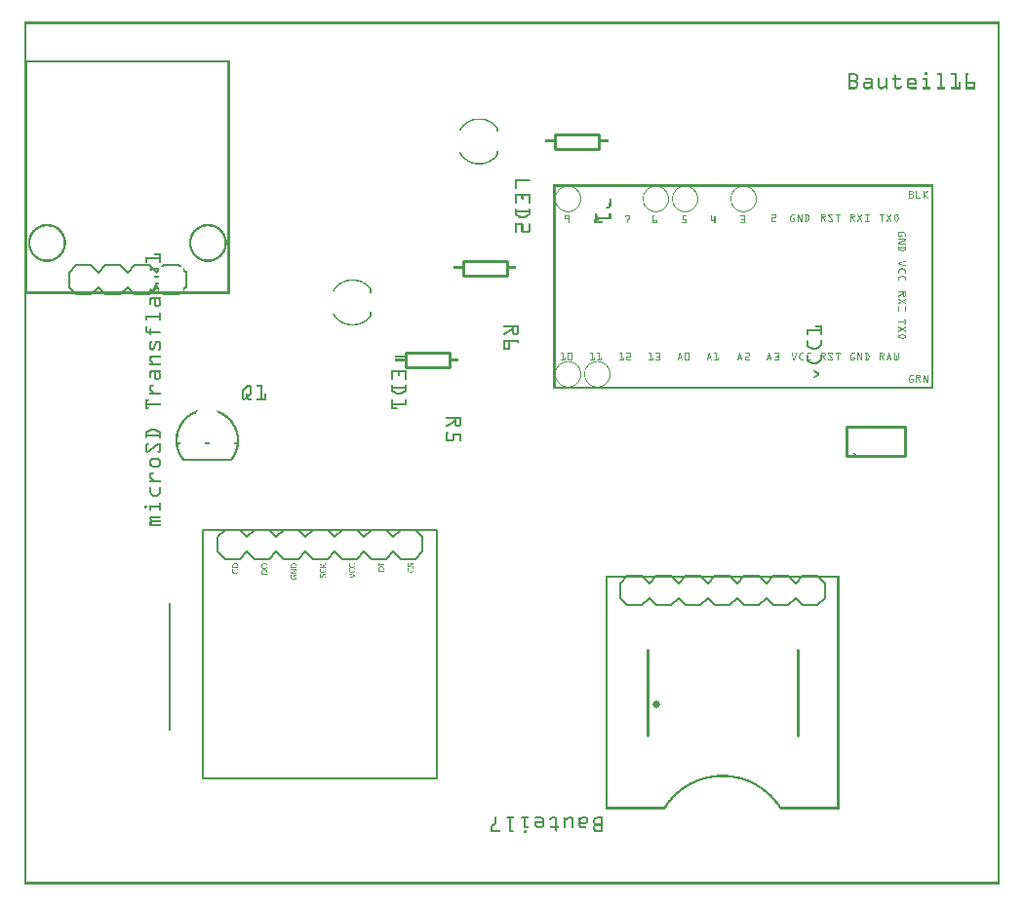
<source format=gto>
G04 MADE WITH FRITZING*
G04 WWW.FRITZING.ORG*
G04 DOUBLE SIDED*
G04 HOLES PLATED*
G04 CONTOUR ON CENTER OF CONTOUR VECTOR*
%ASAXBY*%
%FSLAX23Y23*%
%MOIN*%
%OFA0B0*%
%SFA1.0B1.0*%
%ADD10C,0.025748X0.00574802*%
%ADD11C,0.010000*%
%ADD12C,0.008000*%
%ADD13R,0.001000X0.001000*%
%LNSILK1*%
G90*
G70*
G54D10*
X2161Y618D03*
G54D11*
X2808Y1469D02*
X3008Y1469D01*
D02*
X3008Y1469D02*
X3008Y1569D01*
D02*
X3008Y1569D02*
X2808Y1569D01*
D02*
X2808Y1569D02*
X2808Y1469D01*
G54D12*
D02*
X2111Y957D02*
X2061Y957D01*
D02*
X2061Y957D02*
X2036Y982D01*
D02*
X2036Y1032D02*
X2061Y1057D01*
D02*
X2236Y982D02*
X2211Y957D01*
D02*
X2211Y957D02*
X2161Y957D01*
D02*
X2161Y957D02*
X2136Y982D01*
D02*
X2136Y1032D02*
X2161Y1057D01*
D02*
X2161Y1057D02*
X2211Y1057D01*
D02*
X2211Y1057D02*
X2236Y1032D01*
D02*
X2111Y957D02*
X2136Y982D01*
D02*
X2136Y1032D02*
X2111Y1057D01*
D02*
X2061Y1057D02*
X2111Y1057D01*
D02*
X2411Y957D02*
X2361Y957D01*
D02*
X2361Y957D02*
X2336Y982D01*
D02*
X2336Y1032D02*
X2361Y1057D01*
D02*
X2336Y982D02*
X2311Y957D01*
D02*
X2311Y957D02*
X2261Y957D01*
D02*
X2261Y957D02*
X2236Y982D01*
D02*
X2236Y1032D02*
X2261Y1057D01*
D02*
X2261Y1057D02*
X2311Y1057D01*
D02*
X2311Y1057D02*
X2336Y1032D01*
D02*
X2536Y982D02*
X2511Y957D01*
D02*
X2511Y957D02*
X2461Y957D01*
D02*
X2461Y957D02*
X2436Y982D01*
D02*
X2436Y1032D02*
X2461Y1057D01*
D02*
X2461Y1057D02*
X2511Y1057D01*
D02*
X2511Y1057D02*
X2536Y1032D01*
D02*
X2411Y957D02*
X2436Y982D01*
D02*
X2436Y1032D02*
X2411Y1057D01*
D02*
X2361Y1057D02*
X2411Y1057D01*
D02*
X2711Y957D02*
X2661Y957D01*
D02*
X2661Y957D02*
X2636Y982D01*
D02*
X2636Y1032D02*
X2661Y1057D01*
D02*
X2636Y982D02*
X2611Y957D01*
D02*
X2611Y957D02*
X2561Y957D01*
D02*
X2561Y957D02*
X2536Y982D01*
D02*
X2536Y1032D02*
X2561Y1057D01*
D02*
X2561Y1057D02*
X2611Y1057D01*
D02*
X2611Y1057D02*
X2636Y1032D01*
D02*
X2736Y982D02*
X2736Y1032D01*
D02*
X2711Y957D02*
X2736Y982D01*
D02*
X2736Y1032D02*
X2711Y1057D01*
D02*
X2661Y1057D02*
X2711Y1057D01*
D02*
X2036Y982D02*
X2036Y1032D01*
G54D11*
D02*
X2642Y805D02*
X2642Y510D01*
D02*
X2130Y805D02*
X2130Y510D01*
G54D12*
D02*
X227Y2020D02*
X177Y2020D01*
D02*
X177Y2020D02*
X152Y2045D01*
D02*
X152Y2095D02*
X177Y2120D01*
D02*
X352Y2045D02*
X327Y2020D01*
D02*
X327Y2020D02*
X277Y2020D01*
D02*
X277Y2020D02*
X252Y2045D01*
D02*
X252Y2095D02*
X277Y2120D01*
D02*
X277Y2120D02*
X327Y2120D01*
D02*
X327Y2120D02*
X352Y2095D01*
D02*
X227Y2020D02*
X252Y2045D01*
D02*
X252Y2095D02*
X227Y2120D01*
D02*
X177Y2120D02*
X227Y2120D01*
D02*
X527Y2020D02*
X477Y2020D01*
D02*
X452Y2045D02*
X427Y2020D01*
D02*
X427Y2020D02*
X377Y2020D01*
D02*
X377Y2020D02*
X352Y2045D01*
D02*
X352Y2095D02*
X377Y2120D01*
D02*
X377Y2120D02*
X427Y2120D01*
D02*
X427Y2120D02*
X452Y2095D01*
D02*
X552Y2045D02*
X552Y2095D01*
D02*
X477Y2120D02*
X527Y2120D01*
D02*
X152Y2045D02*
X152Y2095D01*
D02*
X1411Y365D02*
X1411Y1215D01*
D02*
X1411Y1215D02*
X611Y1215D01*
D02*
X611Y1215D02*
X611Y365D01*
D02*
X611Y365D02*
X1411Y365D01*
D02*
X736Y1115D02*
X686Y1115D01*
D02*
X686Y1115D02*
X661Y1140D01*
D02*
X661Y1190D02*
X686Y1215D01*
D02*
X861Y1140D02*
X836Y1115D01*
D02*
X836Y1115D02*
X786Y1115D01*
D02*
X786Y1115D02*
X761Y1140D01*
D02*
X761Y1190D02*
X786Y1215D01*
D02*
X786Y1215D02*
X836Y1215D01*
D02*
X836Y1215D02*
X861Y1190D01*
D02*
X736Y1115D02*
X761Y1140D01*
D02*
X761Y1190D02*
X736Y1215D01*
D02*
X686Y1215D02*
X736Y1215D01*
D02*
X1036Y1115D02*
X986Y1115D01*
D02*
X986Y1115D02*
X961Y1140D01*
D02*
X961Y1190D02*
X986Y1215D01*
D02*
X961Y1140D02*
X936Y1115D01*
D02*
X936Y1115D02*
X886Y1115D01*
D02*
X886Y1115D02*
X861Y1140D01*
D02*
X861Y1190D02*
X886Y1215D01*
D02*
X886Y1215D02*
X936Y1215D01*
D02*
X936Y1215D02*
X961Y1190D01*
D02*
X1161Y1140D02*
X1136Y1115D01*
D02*
X1136Y1115D02*
X1086Y1115D01*
D02*
X1086Y1115D02*
X1061Y1140D01*
D02*
X1061Y1190D02*
X1086Y1215D01*
D02*
X1086Y1215D02*
X1136Y1215D01*
D02*
X1136Y1215D02*
X1161Y1190D01*
D02*
X1036Y1115D02*
X1061Y1140D01*
D02*
X1061Y1190D02*
X1036Y1215D01*
D02*
X986Y1215D02*
X1036Y1215D01*
D02*
X1336Y1115D02*
X1286Y1115D01*
D02*
X1286Y1115D02*
X1261Y1140D01*
D02*
X1261Y1190D02*
X1286Y1215D01*
D02*
X1261Y1140D02*
X1236Y1115D01*
D02*
X1236Y1115D02*
X1186Y1115D01*
D02*
X1186Y1115D02*
X1161Y1140D01*
D02*
X1161Y1190D02*
X1186Y1215D01*
D02*
X1186Y1215D02*
X1236Y1215D01*
D02*
X1236Y1215D02*
X1261Y1190D01*
D02*
X1361Y1140D02*
X1361Y1190D01*
D02*
X1336Y1115D02*
X1361Y1140D01*
D02*
X1361Y1190D02*
X1336Y1215D01*
D02*
X1286Y1215D02*
X1336Y1215D01*
D02*
X661Y1140D02*
X661Y1190D01*
D02*
X496Y965D02*
X496Y532D01*
G54D11*
D02*
X1648Y2085D02*
X1498Y2085D01*
D02*
X1498Y2085D02*
X1498Y2135D01*
D02*
X1498Y2135D02*
X1648Y2135D01*
D02*
X1648Y2135D02*
X1648Y2085D01*
D02*
X1452Y1770D02*
X1302Y1770D01*
D02*
X1302Y1770D02*
X1302Y1820D01*
D02*
X1302Y1820D02*
X1452Y1820D01*
D02*
X1452Y1820D02*
X1452Y1770D01*
D02*
X1963Y2518D02*
X1813Y2518D01*
D02*
X1813Y2518D02*
X1813Y2568D01*
D02*
X1813Y2568D02*
X1963Y2568D01*
D02*
X1963Y2568D02*
X1963Y2518D01*
G54D12*
D02*
X542Y1454D02*
X707Y1454D01*
G54D13*
X0Y2953D02*
X3332Y2953D01*
X0Y2952D02*
X3332Y2952D01*
X0Y2951D02*
X3332Y2951D01*
X0Y2950D02*
X3332Y2950D01*
X0Y2949D02*
X3332Y2949D01*
X0Y2948D02*
X3332Y2948D01*
X0Y2947D02*
X3332Y2947D01*
X0Y2946D02*
X3332Y2946D01*
X0Y2945D02*
X7Y2945D01*
X3325Y2945D02*
X3332Y2945D01*
X0Y2944D02*
X7Y2944D01*
X3325Y2944D02*
X3332Y2944D01*
X0Y2943D02*
X7Y2943D01*
X3325Y2943D02*
X3332Y2943D01*
X0Y2942D02*
X7Y2942D01*
X3325Y2942D02*
X3332Y2942D01*
X0Y2941D02*
X7Y2941D01*
X3325Y2941D02*
X3332Y2941D01*
X0Y2940D02*
X7Y2940D01*
X3325Y2940D02*
X3332Y2940D01*
X0Y2939D02*
X7Y2939D01*
X3325Y2939D02*
X3332Y2939D01*
X0Y2938D02*
X7Y2938D01*
X3325Y2938D02*
X3332Y2938D01*
X0Y2937D02*
X7Y2937D01*
X3325Y2937D02*
X3332Y2937D01*
X0Y2936D02*
X7Y2936D01*
X3325Y2936D02*
X3332Y2936D01*
X0Y2935D02*
X7Y2935D01*
X3325Y2935D02*
X3332Y2935D01*
X0Y2934D02*
X7Y2934D01*
X3325Y2934D02*
X3332Y2934D01*
X0Y2933D02*
X7Y2933D01*
X3325Y2933D02*
X3332Y2933D01*
X0Y2932D02*
X7Y2932D01*
X3325Y2932D02*
X3332Y2932D01*
X0Y2931D02*
X7Y2931D01*
X3325Y2931D02*
X3332Y2931D01*
X0Y2930D02*
X7Y2930D01*
X3325Y2930D02*
X3332Y2930D01*
X0Y2929D02*
X7Y2929D01*
X3325Y2929D02*
X3332Y2929D01*
X0Y2928D02*
X7Y2928D01*
X3325Y2928D02*
X3332Y2928D01*
X0Y2927D02*
X7Y2927D01*
X3325Y2927D02*
X3332Y2927D01*
X0Y2926D02*
X7Y2926D01*
X3325Y2926D02*
X3332Y2926D01*
X0Y2925D02*
X7Y2925D01*
X3325Y2925D02*
X3332Y2925D01*
X0Y2924D02*
X7Y2924D01*
X3325Y2924D02*
X3332Y2924D01*
X0Y2923D02*
X7Y2923D01*
X3325Y2923D02*
X3332Y2923D01*
X0Y2922D02*
X7Y2922D01*
X3325Y2922D02*
X3332Y2922D01*
X0Y2921D02*
X7Y2921D01*
X3325Y2921D02*
X3332Y2921D01*
X0Y2920D02*
X7Y2920D01*
X3325Y2920D02*
X3332Y2920D01*
X0Y2919D02*
X7Y2919D01*
X3325Y2919D02*
X3332Y2919D01*
X0Y2918D02*
X7Y2918D01*
X3325Y2918D02*
X3332Y2918D01*
X0Y2917D02*
X7Y2917D01*
X3325Y2917D02*
X3332Y2917D01*
X0Y2916D02*
X7Y2916D01*
X3325Y2916D02*
X3332Y2916D01*
X0Y2915D02*
X7Y2915D01*
X3325Y2915D02*
X3332Y2915D01*
X0Y2914D02*
X7Y2914D01*
X3325Y2914D02*
X3332Y2914D01*
X0Y2913D02*
X7Y2913D01*
X3325Y2913D02*
X3332Y2913D01*
X0Y2912D02*
X7Y2912D01*
X3325Y2912D02*
X3332Y2912D01*
X0Y2911D02*
X7Y2911D01*
X3325Y2911D02*
X3332Y2911D01*
X0Y2910D02*
X7Y2910D01*
X3325Y2910D02*
X3332Y2910D01*
X0Y2909D02*
X7Y2909D01*
X3325Y2909D02*
X3332Y2909D01*
X0Y2908D02*
X7Y2908D01*
X3325Y2908D02*
X3332Y2908D01*
X0Y2907D02*
X7Y2907D01*
X3325Y2907D02*
X3332Y2907D01*
X0Y2906D02*
X7Y2906D01*
X3325Y2906D02*
X3332Y2906D01*
X0Y2905D02*
X7Y2905D01*
X3325Y2905D02*
X3332Y2905D01*
X0Y2904D02*
X7Y2904D01*
X3325Y2904D02*
X3332Y2904D01*
X0Y2903D02*
X7Y2903D01*
X3325Y2903D02*
X3332Y2903D01*
X0Y2902D02*
X7Y2902D01*
X3325Y2902D02*
X3332Y2902D01*
X0Y2901D02*
X7Y2901D01*
X3325Y2901D02*
X3332Y2901D01*
X0Y2900D02*
X7Y2900D01*
X3325Y2900D02*
X3332Y2900D01*
X0Y2899D02*
X7Y2899D01*
X3325Y2899D02*
X3332Y2899D01*
X0Y2898D02*
X7Y2898D01*
X3325Y2898D02*
X3332Y2898D01*
X0Y2897D02*
X7Y2897D01*
X3325Y2897D02*
X3332Y2897D01*
X0Y2896D02*
X7Y2896D01*
X3325Y2896D02*
X3332Y2896D01*
X0Y2895D02*
X7Y2895D01*
X3325Y2895D02*
X3332Y2895D01*
X0Y2894D02*
X7Y2894D01*
X3325Y2894D02*
X3332Y2894D01*
X0Y2893D02*
X7Y2893D01*
X3325Y2893D02*
X3332Y2893D01*
X0Y2892D02*
X7Y2892D01*
X3325Y2892D02*
X3332Y2892D01*
X0Y2891D02*
X7Y2891D01*
X3325Y2891D02*
X3332Y2891D01*
X0Y2890D02*
X7Y2890D01*
X3325Y2890D02*
X3332Y2890D01*
X0Y2889D02*
X7Y2889D01*
X3325Y2889D02*
X3332Y2889D01*
X0Y2888D02*
X7Y2888D01*
X3325Y2888D02*
X3332Y2888D01*
X0Y2887D02*
X7Y2887D01*
X3325Y2887D02*
X3332Y2887D01*
X0Y2886D02*
X7Y2886D01*
X3325Y2886D02*
X3332Y2886D01*
X0Y2885D02*
X7Y2885D01*
X3325Y2885D02*
X3332Y2885D01*
X0Y2884D02*
X7Y2884D01*
X3325Y2884D02*
X3332Y2884D01*
X0Y2883D02*
X7Y2883D01*
X3325Y2883D02*
X3332Y2883D01*
X0Y2882D02*
X7Y2882D01*
X3325Y2882D02*
X3332Y2882D01*
X0Y2881D02*
X7Y2881D01*
X3325Y2881D02*
X3332Y2881D01*
X0Y2880D02*
X7Y2880D01*
X3325Y2880D02*
X3332Y2880D01*
X0Y2879D02*
X7Y2879D01*
X3325Y2879D02*
X3332Y2879D01*
X0Y2878D02*
X7Y2878D01*
X3325Y2878D02*
X3332Y2878D01*
X0Y2877D02*
X7Y2877D01*
X3325Y2877D02*
X3332Y2877D01*
X0Y2876D02*
X7Y2876D01*
X3325Y2876D02*
X3332Y2876D01*
X0Y2875D02*
X7Y2875D01*
X3325Y2875D02*
X3332Y2875D01*
X0Y2874D02*
X7Y2874D01*
X3325Y2874D02*
X3332Y2874D01*
X0Y2873D02*
X7Y2873D01*
X3325Y2873D02*
X3332Y2873D01*
X0Y2872D02*
X7Y2872D01*
X3325Y2872D02*
X3332Y2872D01*
X0Y2871D02*
X7Y2871D01*
X3325Y2871D02*
X3332Y2871D01*
X0Y2870D02*
X7Y2870D01*
X3325Y2870D02*
X3332Y2870D01*
X0Y2869D02*
X7Y2869D01*
X3325Y2869D02*
X3332Y2869D01*
X0Y2868D02*
X7Y2868D01*
X3325Y2868D02*
X3332Y2868D01*
X0Y2867D02*
X7Y2867D01*
X3325Y2867D02*
X3332Y2867D01*
X0Y2866D02*
X7Y2866D01*
X3325Y2866D02*
X3332Y2866D01*
X0Y2865D02*
X7Y2865D01*
X3325Y2865D02*
X3332Y2865D01*
X0Y2864D02*
X7Y2864D01*
X3325Y2864D02*
X3332Y2864D01*
X0Y2863D02*
X7Y2863D01*
X3325Y2863D02*
X3332Y2863D01*
X0Y2862D02*
X7Y2862D01*
X3325Y2862D02*
X3332Y2862D01*
X0Y2861D02*
X7Y2861D01*
X3325Y2861D02*
X3332Y2861D01*
X0Y2860D02*
X7Y2860D01*
X3325Y2860D02*
X3332Y2860D01*
X0Y2859D02*
X7Y2859D01*
X3325Y2859D02*
X3332Y2859D01*
X0Y2858D02*
X7Y2858D01*
X3325Y2858D02*
X3332Y2858D01*
X0Y2857D02*
X7Y2857D01*
X3325Y2857D02*
X3332Y2857D01*
X0Y2856D02*
X7Y2856D01*
X3325Y2856D02*
X3332Y2856D01*
X0Y2855D02*
X7Y2855D01*
X3325Y2855D02*
X3332Y2855D01*
X0Y2854D02*
X7Y2854D01*
X3325Y2854D02*
X3332Y2854D01*
X0Y2853D02*
X7Y2853D01*
X3325Y2853D02*
X3332Y2853D01*
X0Y2852D02*
X7Y2852D01*
X3325Y2852D02*
X3332Y2852D01*
X0Y2851D02*
X7Y2851D01*
X3325Y2851D02*
X3332Y2851D01*
X0Y2850D02*
X7Y2850D01*
X3325Y2850D02*
X3332Y2850D01*
X0Y2849D02*
X7Y2849D01*
X3325Y2849D02*
X3332Y2849D01*
X0Y2848D02*
X7Y2848D01*
X3325Y2848D02*
X3332Y2848D01*
X0Y2847D02*
X7Y2847D01*
X3325Y2847D02*
X3332Y2847D01*
X0Y2846D02*
X7Y2846D01*
X3325Y2846D02*
X3332Y2846D01*
X0Y2845D02*
X7Y2845D01*
X3325Y2845D02*
X3332Y2845D01*
X0Y2844D02*
X7Y2844D01*
X3325Y2844D02*
X3332Y2844D01*
X0Y2843D02*
X7Y2843D01*
X3325Y2843D02*
X3332Y2843D01*
X0Y2842D02*
X7Y2842D01*
X3325Y2842D02*
X3332Y2842D01*
X0Y2841D02*
X7Y2841D01*
X3325Y2841D02*
X3332Y2841D01*
X0Y2840D02*
X7Y2840D01*
X3325Y2840D02*
X3332Y2840D01*
X0Y2839D02*
X7Y2839D01*
X3325Y2839D02*
X3332Y2839D01*
X0Y2838D02*
X7Y2838D01*
X3325Y2838D02*
X3332Y2838D01*
X0Y2837D02*
X7Y2837D01*
X3325Y2837D02*
X3332Y2837D01*
X0Y2836D02*
X7Y2836D01*
X3325Y2836D02*
X3332Y2836D01*
X0Y2835D02*
X7Y2835D01*
X3325Y2835D02*
X3332Y2835D01*
X0Y2834D02*
X7Y2834D01*
X3325Y2834D02*
X3332Y2834D01*
X0Y2833D02*
X7Y2833D01*
X3325Y2833D02*
X3332Y2833D01*
X0Y2832D02*
X7Y2832D01*
X3325Y2832D02*
X3332Y2832D01*
X0Y2831D02*
X7Y2831D01*
X3325Y2831D02*
X3332Y2831D01*
X0Y2830D02*
X7Y2830D01*
X3325Y2830D02*
X3332Y2830D01*
X0Y2829D02*
X7Y2829D01*
X3325Y2829D02*
X3332Y2829D01*
X0Y2828D02*
X7Y2828D01*
X3325Y2828D02*
X3332Y2828D01*
X0Y2827D02*
X7Y2827D01*
X3325Y2827D02*
X3332Y2827D01*
X0Y2826D02*
X7Y2826D01*
X3325Y2826D02*
X3332Y2826D01*
X0Y2825D02*
X7Y2825D01*
X3325Y2825D02*
X3332Y2825D01*
X0Y2824D02*
X7Y2824D01*
X3325Y2824D02*
X3332Y2824D01*
X0Y2823D02*
X7Y2823D01*
X3325Y2823D02*
X3332Y2823D01*
X0Y2822D02*
X7Y2822D01*
X3325Y2822D02*
X3332Y2822D01*
X0Y2821D02*
X701Y2821D01*
X3325Y2821D02*
X3332Y2821D01*
X0Y2820D02*
X701Y2820D01*
X3325Y2820D02*
X3332Y2820D01*
X0Y2819D02*
X701Y2819D01*
X3325Y2819D02*
X3332Y2819D01*
X0Y2818D02*
X701Y2818D01*
X3325Y2818D02*
X3332Y2818D01*
X0Y2817D02*
X701Y2817D01*
X3325Y2817D02*
X3332Y2817D01*
X0Y2816D02*
X701Y2816D01*
X3325Y2816D02*
X3332Y2816D01*
X0Y2815D02*
X701Y2815D01*
X3325Y2815D02*
X3332Y2815D01*
X0Y2814D02*
X701Y2814D01*
X3325Y2814D02*
X3332Y2814D01*
X0Y2813D02*
X10Y2813D01*
X694Y2813D02*
X701Y2813D01*
X3325Y2813D02*
X3332Y2813D01*
X0Y2812D02*
X9Y2812D01*
X694Y2812D02*
X701Y2812D01*
X3325Y2812D02*
X3332Y2812D01*
X0Y2811D02*
X9Y2811D01*
X694Y2811D02*
X701Y2811D01*
X3325Y2811D02*
X3332Y2811D01*
X0Y2810D02*
X9Y2810D01*
X694Y2810D02*
X701Y2810D01*
X3325Y2810D02*
X3332Y2810D01*
X0Y2809D02*
X9Y2809D01*
X694Y2809D02*
X701Y2809D01*
X3325Y2809D02*
X3332Y2809D01*
X0Y2808D02*
X9Y2808D01*
X694Y2808D02*
X701Y2808D01*
X3325Y2808D02*
X3332Y2808D01*
X0Y2807D02*
X9Y2807D01*
X694Y2807D02*
X701Y2807D01*
X3325Y2807D02*
X3332Y2807D01*
X0Y2806D02*
X9Y2806D01*
X694Y2806D02*
X701Y2806D01*
X3325Y2806D02*
X3332Y2806D01*
X0Y2805D02*
X9Y2805D01*
X694Y2805D02*
X701Y2805D01*
X3325Y2805D02*
X3332Y2805D01*
X0Y2804D02*
X9Y2804D01*
X694Y2804D02*
X701Y2804D01*
X3325Y2804D02*
X3332Y2804D01*
X0Y2803D02*
X9Y2803D01*
X694Y2803D02*
X701Y2803D01*
X3325Y2803D02*
X3332Y2803D01*
X0Y2802D02*
X9Y2802D01*
X694Y2802D02*
X701Y2802D01*
X3325Y2802D02*
X3332Y2802D01*
X0Y2801D02*
X9Y2801D01*
X694Y2801D02*
X701Y2801D01*
X3325Y2801D02*
X3332Y2801D01*
X0Y2800D02*
X9Y2800D01*
X694Y2800D02*
X701Y2800D01*
X3325Y2800D02*
X3332Y2800D01*
X0Y2799D02*
X9Y2799D01*
X694Y2799D02*
X701Y2799D01*
X3325Y2799D02*
X3332Y2799D01*
X0Y2798D02*
X9Y2798D01*
X694Y2798D02*
X701Y2798D01*
X3325Y2798D02*
X3332Y2798D01*
X0Y2797D02*
X9Y2797D01*
X694Y2797D02*
X701Y2797D01*
X3325Y2797D02*
X3332Y2797D01*
X0Y2796D02*
X9Y2796D01*
X694Y2796D02*
X701Y2796D01*
X3325Y2796D02*
X3332Y2796D01*
X0Y2795D02*
X9Y2795D01*
X694Y2795D02*
X701Y2795D01*
X3325Y2795D02*
X3332Y2795D01*
X0Y2794D02*
X9Y2794D01*
X694Y2794D02*
X701Y2794D01*
X3325Y2794D02*
X3332Y2794D01*
X0Y2793D02*
X9Y2793D01*
X694Y2793D02*
X701Y2793D01*
X3325Y2793D02*
X3332Y2793D01*
X0Y2792D02*
X9Y2792D01*
X694Y2792D02*
X701Y2792D01*
X3325Y2792D02*
X3332Y2792D01*
X0Y2791D02*
X9Y2791D01*
X694Y2791D02*
X701Y2791D01*
X3325Y2791D02*
X3332Y2791D01*
X0Y2790D02*
X9Y2790D01*
X694Y2790D02*
X701Y2790D01*
X3325Y2790D02*
X3332Y2790D01*
X0Y2789D02*
X9Y2789D01*
X694Y2789D02*
X701Y2789D01*
X3325Y2789D02*
X3332Y2789D01*
X0Y2788D02*
X9Y2788D01*
X694Y2788D02*
X701Y2788D01*
X3325Y2788D02*
X3332Y2788D01*
X0Y2787D02*
X9Y2787D01*
X694Y2787D02*
X701Y2787D01*
X3325Y2787D02*
X3332Y2787D01*
X0Y2786D02*
X9Y2786D01*
X694Y2786D02*
X701Y2786D01*
X3325Y2786D02*
X3332Y2786D01*
X0Y2785D02*
X9Y2785D01*
X694Y2785D02*
X701Y2785D01*
X3325Y2785D02*
X3332Y2785D01*
X0Y2784D02*
X9Y2784D01*
X694Y2784D02*
X701Y2784D01*
X3325Y2784D02*
X3332Y2784D01*
X0Y2783D02*
X9Y2783D01*
X694Y2783D02*
X701Y2783D01*
X3325Y2783D02*
X3332Y2783D01*
X0Y2782D02*
X9Y2782D01*
X694Y2782D02*
X701Y2782D01*
X3325Y2782D02*
X3332Y2782D01*
X0Y2781D02*
X9Y2781D01*
X694Y2781D02*
X701Y2781D01*
X3325Y2781D02*
X3332Y2781D01*
X0Y2780D02*
X9Y2780D01*
X694Y2780D02*
X701Y2780D01*
X3325Y2780D02*
X3332Y2780D01*
X0Y2779D02*
X9Y2779D01*
X694Y2779D02*
X701Y2779D01*
X3078Y2779D02*
X3084Y2779D01*
X3325Y2779D02*
X3332Y2779D01*
X0Y2778D02*
X9Y2778D01*
X694Y2778D02*
X701Y2778D01*
X3077Y2778D02*
X3085Y2778D01*
X3325Y2778D02*
X3332Y2778D01*
X0Y2777D02*
X9Y2777D01*
X694Y2777D02*
X701Y2777D01*
X3076Y2777D02*
X3085Y2777D01*
X3325Y2777D02*
X3332Y2777D01*
X0Y2776D02*
X9Y2776D01*
X694Y2776D02*
X701Y2776D01*
X2816Y2776D02*
X2840Y2776D01*
X3076Y2776D02*
X3086Y2776D01*
X3121Y2776D02*
X3134Y2776D01*
X3167Y2776D02*
X3186Y2776D01*
X3217Y2776D02*
X3224Y2776D01*
X3325Y2776D02*
X3332Y2776D01*
X0Y2775D02*
X9Y2775D01*
X694Y2775D02*
X701Y2775D01*
X2816Y2775D02*
X2842Y2775D01*
X3076Y2775D02*
X3086Y2775D01*
X3120Y2775D02*
X3135Y2775D01*
X3166Y2775D02*
X3186Y2775D01*
X3216Y2775D02*
X3225Y2775D01*
X3325Y2775D02*
X3332Y2775D01*
X0Y2774D02*
X9Y2774D01*
X694Y2774D02*
X701Y2774D01*
X2816Y2774D02*
X2844Y2774D01*
X3076Y2774D02*
X3086Y2774D01*
X3119Y2774D02*
X3135Y2774D01*
X3166Y2774D02*
X3186Y2774D01*
X3216Y2774D02*
X3225Y2774D01*
X3325Y2774D02*
X3332Y2774D01*
X0Y2773D02*
X9Y2773D01*
X694Y2773D02*
X701Y2773D01*
X2816Y2773D02*
X2845Y2773D01*
X2974Y2773D02*
X2977Y2773D01*
X3076Y2773D02*
X3086Y2773D01*
X3119Y2773D02*
X3136Y2773D01*
X3166Y2773D02*
X3186Y2773D01*
X3216Y2773D02*
X3225Y2773D01*
X3325Y2773D02*
X3332Y2773D01*
X0Y2772D02*
X9Y2772D01*
X694Y2772D02*
X701Y2772D01*
X2816Y2772D02*
X2846Y2772D01*
X2973Y2772D02*
X2978Y2772D01*
X3076Y2772D02*
X3085Y2772D01*
X3120Y2772D02*
X3136Y2772D01*
X3166Y2772D02*
X3186Y2772D01*
X3216Y2772D02*
X3225Y2772D01*
X3325Y2772D02*
X3332Y2772D01*
X0Y2771D02*
X9Y2771D01*
X694Y2771D02*
X701Y2771D01*
X2816Y2771D02*
X2847Y2771D01*
X2973Y2771D02*
X2979Y2771D01*
X3077Y2771D02*
X3085Y2771D01*
X3120Y2771D02*
X3136Y2771D01*
X3167Y2771D02*
X3186Y2771D01*
X3216Y2771D02*
X3224Y2771D01*
X3325Y2771D02*
X3332Y2771D01*
X0Y2770D02*
X9Y2770D01*
X694Y2770D02*
X701Y2770D01*
X2816Y2770D02*
X2847Y2770D01*
X2973Y2770D02*
X2979Y2770D01*
X3078Y2770D02*
X3083Y2770D01*
X3121Y2770D02*
X3136Y2770D01*
X3168Y2770D02*
X3186Y2770D01*
X3216Y2770D02*
X3223Y2770D01*
X3325Y2770D02*
X3332Y2770D01*
X0Y2769D02*
X9Y2769D01*
X694Y2769D02*
X701Y2769D01*
X2816Y2769D02*
X2822Y2769D01*
X2839Y2769D02*
X2848Y2769D01*
X2973Y2769D02*
X2979Y2769D01*
X3130Y2769D02*
X3136Y2769D01*
X3180Y2769D02*
X3186Y2769D01*
X3216Y2769D02*
X3222Y2769D01*
X3325Y2769D02*
X3332Y2769D01*
X0Y2768D02*
X9Y2768D01*
X694Y2768D02*
X701Y2768D01*
X2816Y2768D02*
X2822Y2768D01*
X2841Y2768D02*
X2848Y2768D01*
X2973Y2768D02*
X2979Y2768D01*
X3130Y2768D02*
X3136Y2768D01*
X3180Y2768D02*
X3186Y2768D01*
X3216Y2768D02*
X3222Y2768D01*
X3325Y2768D02*
X3332Y2768D01*
X0Y2767D02*
X9Y2767D01*
X694Y2767D02*
X701Y2767D01*
X2816Y2767D02*
X2822Y2767D01*
X2842Y2767D02*
X2849Y2767D01*
X2973Y2767D02*
X2979Y2767D01*
X3130Y2767D02*
X3136Y2767D01*
X3180Y2767D02*
X3186Y2767D01*
X3216Y2767D02*
X3222Y2767D01*
X3325Y2767D02*
X3332Y2767D01*
X0Y2766D02*
X9Y2766D01*
X694Y2766D02*
X701Y2766D01*
X2816Y2766D02*
X2822Y2766D01*
X2843Y2766D02*
X2849Y2766D01*
X2973Y2766D02*
X2979Y2766D01*
X3130Y2766D02*
X3136Y2766D01*
X3180Y2766D02*
X3186Y2766D01*
X3216Y2766D02*
X3222Y2766D01*
X3325Y2766D02*
X3332Y2766D01*
X0Y2765D02*
X9Y2765D01*
X694Y2765D02*
X701Y2765D01*
X2816Y2765D02*
X2822Y2765D01*
X2843Y2765D02*
X2849Y2765D01*
X2973Y2765D02*
X2979Y2765D01*
X3130Y2765D02*
X3136Y2765D01*
X3180Y2765D02*
X3186Y2765D01*
X3216Y2765D02*
X3222Y2765D01*
X3325Y2765D02*
X3332Y2765D01*
X0Y2764D02*
X9Y2764D01*
X694Y2764D02*
X701Y2764D01*
X2816Y2764D02*
X2822Y2764D01*
X2843Y2764D02*
X2849Y2764D01*
X2973Y2764D02*
X2979Y2764D01*
X3130Y2764D02*
X3136Y2764D01*
X3180Y2764D02*
X3186Y2764D01*
X3216Y2764D02*
X3222Y2764D01*
X3325Y2764D02*
X3332Y2764D01*
X0Y2763D02*
X9Y2763D01*
X694Y2763D02*
X701Y2763D01*
X2816Y2763D02*
X2822Y2763D01*
X2843Y2763D02*
X2849Y2763D01*
X2973Y2763D02*
X2979Y2763D01*
X3130Y2763D02*
X3136Y2763D01*
X3180Y2763D02*
X3186Y2763D01*
X3216Y2763D02*
X3222Y2763D01*
X3325Y2763D02*
X3332Y2763D01*
X0Y2762D02*
X9Y2762D01*
X694Y2762D02*
X701Y2762D01*
X2816Y2762D02*
X2822Y2762D01*
X2843Y2762D02*
X2849Y2762D01*
X2972Y2762D02*
X2979Y2762D01*
X3130Y2762D02*
X3136Y2762D01*
X3180Y2762D02*
X3186Y2762D01*
X3216Y2762D02*
X3222Y2762D01*
X3325Y2762D02*
X3332Y2762D01*
X0Y2761D02*
X9Y2761D01*
X694Y2761D02*
X701Y2761D01*
X2816Y2761D02*
X2822Y2761D01*
X2843Y2761D02*
X2849Y2761D01*
X2874Y2761D02*
X2893Y2761D01*
X2917Y2761D02*
X2921Y2761D01*
X2945Y2761D02*
X2948Y2761D01*
X2967Y2761D02*
X2995Y2761D01*
X3024Y2761D02*
X3041Y2761D01*
X3070Y2761D02*
X3084Y2761D01*
X3130Y2761D02*
X3136Y2761D01*
X3180Y2761D02*
X3186Y2761D01*
X3216Y2761D02*
X3222Y2761D01*
X3325Y2761D02*
X3332Y2761D01*
X0Y2760D02*
X9Y2760D01*
X694Y2760D02*
X701Y2760D01*
X2816Y2760D02*
X2822Y2760D01*
X2843Y2760D02*
X2849Y2760D01*
X2873Y2760D02*
X2894Y2760D01*
X2916Y2760D02*
X2921Y2760D01*
X2944Y2760D02*
X2949Y2760D01*
X2966Y2760D02*
X2996Y2760D01*
X3023Y2760D02*
X3043Y2760D01*
X3070Y2760D02*
X3085Y2760D01*
X3130Y2760D02*
X3136Y2760D01*
X3180Y2760D02*
X3186Y2760D01*
X3216Y2760D02*
X3222Y2760D01*
X3325Y2760D02*
X3332Y2760D01*
X0Y2759D02*
X9Y2759D01*
X694Y2759D02*
X701Y2759D01*
X2816Y2759D02*
X2822Y2759D01*
X2843Y2759D02*
X2849Y2759D01*
X2873Y2759D02*
X2895Y2759D01*
X2916Y2759D02*
X2922Y2759D01*
X2944Y2759D02*
X2949Y2759D01*
X2966Y2759D02*
X2996Y2759D01*
X3021Y2759D02*
X3044Y2759D01*
X3069Y2759D02*
X3086Y2759D01*
X3130Y2759D02*
X3136Y2759D01*
X3180Y2759D02*
X3186Y2759D01*
X3216Y2759D02*
X3222Y2759D01*
X3325Y2759D02*
X3332Y2759D01*
X0Y2758D02*
X9Y2758D01*
X694Y2758D02*
X701Y2758D01*
X2816Y2758D02*
X2822Y2758D01*
X2843Y2758D02*
X2849Y2758D01*
X2873Y2758D02*
X2896Y2758D01*
X2916Y2758D02*
X2922Y2758D01*
X2943Y2758D02*
X2949Y2758D01*
X2966Y2758D02*
X2996Y2758D01*
X3020Y2758D02*
X3045Y2758D01*
X3069Y2758D02*
X3086Y2758D01*
X3130Y2758D02*
X3136Y2758D01*
X3180Y2758D02*
X3186Y2758D01*
X3216Y2758D02*
X3222Y2758D01*
X3325Y2758D02*
X3332Y2758D01*
X0Y2757D02*
X9Y2757D01*
X694Y2757D02*
X701Y2757D01*
X2816Y2757D02*
X2822Y2757D01*
X2843Y2757D02*
X2849Y2757D01*
X2873Y2757D02*
X2897Y2757D01*
X2916Y2757D02*
X2922Y2757D01*
X2943Y2757D02*
X2949Y2757D01*
X2966Y2757D02*
X2996Y2757D01*
X3019Y2757D02*
X3046Y2757D01*
X3070Y2757D02*
X3086Y2757D01*
X3130Y2757D02*
X3136Y2757D01*
X3180Y2757D02*
X3186Y2757D01*
X3216Y2757D02*
X3222Y2757D01*
X3325Y2757D02*
X3332Y2757D01*
X0Y2756D02*
X9Y2756D01*
X694Y2756D02*
X701Y2756D01*
X2816Y2756D02*
X2822Y2756D01*
X2842Y2756D02*
X2849Y2756D01*
X2874Y2756D02*
X2898Y2756D01*
X2916Y2756D02*
X2922Y2756D01*
X2943Y2756D02*
X2949Y2756D01*
X2967Y2756D02*
X2995Y2756D01*
X3018Y2756D02*
X3047Y2756D01*
X3070Y2756D02*
X3086Y2756D01*
X3130Y2756D02*
X3136Y2756D01*
X3180Y2756D02*
X3186Y2756D01*
X3216Y2756D02*
X3222Y2756D01*
X3325Y2756D02*
X3332Y2756D01*
X0Y2755D02*
X9Y2755D01*
X694Y2755D02*
X701Y2755D01*
X2816Y2755D02*
X2822Y2755D01*
X2841Y2755D02*
X2848Y2755D01*
X2876Y2755D02*
X2898Y2755D01*
X2916Y2755D02*
X2922Y2755D01*
X2943Y2755D02*
X2949Y2755D01*
X2969Y2755D02*
X2993Y2755D01*
X3018Y2755D02*
X3048Y2755D01*
X3073Y2755D02*
X3086Y2755D01*
X3130Y2755D02*
X3136Y2755D01*
X3180Y2755D02*
X3186Y2755D01*
X3216Y2755D02*
X3222Y2755D01*
X3325Y2755D02*
X3332Y2755D01*
X0Y2754D02*
X9Y2754D01*
X694Y2754D02*
X701Y2754D01*
X2816Y2754D02*
X2822Y2754D01*
X2840Y2754D02*
X2848Y2754D01*
X2891Y2754D02*
X2898Y2754D01*
X2916Y2754D02*
X2922Y2754D01*
X2943Y2754D02*
X2949Y2754D01*
X2973Y2754D02*
X2979Y2754D01*
X3017Y2754D02*
X3025Y2754D01*
X3040Y2754D02*
X3048Y2754D01*
X3080Y2754D02*
X3086Y2754D01*
X3130Y2754D02*
X3136Y2754D01*
X3180Y2754D02*
X3186Y2754D01*
X3216Y2754D02*
X3222Y2754D01*
X3325Y2754D02*
X3332Y2754D01*
X0Y2753D02*
X9Y2753D01*
X694Y2753D02*
X701Y2753D01*
X2816Y2753D02*
X2847Y2753D01*
X2892Y2753D02*
X2898Y2753D01*
X2916Y2753D02*
X2922Y2753D01*
X2943Y2753D02*
X2949Y2753D01*
X2973Y2753D02*
X2979Y2753D01*
X3017Y2753D02*
X3024Y2753D01*
X3041Y2753D02*
X3049Y2753D01*
X3080Y2753D02*
X3086Y2753D01*
X3130Y2753D02*
X3136Y2753D01*
X3180Y2753D02*
X3186Y2753D01*
X3216Y2753D02*
X3222Y2753D01*
X3325Y2753D02*
X3332Y2753D01*
X0Y2752D02*
X9Y2752D01*
X694Y2752D02*
X701Y2752D01*
X2816Y2752D02*
X2847Y2752D01*
X2892Y2752D02*
X2899Y2752D01*
X2916Y2752D02*
X2922Y2752D01*
X2943Y2752D02*
X2949Y2752D01*
X2973Y2752D02*
X2979Y2752D01*
X3016Y2752D02*
X3023Y2752D01*
X3042Y2752D02*
X3049Y2752D01*
X3080Y2752D02*
X3086Y2752D01*
X3130Y2752D02*
X3136Y2752D01*
X3180Y2752D02*
X3186Y2752D01*
X3216Y2752D02*
X3222Y2752D01*
X3325Y2752D02*
X3332Y2752D01*
X0Y2751D02*
X9Y2751D01*
X694Y2751D02*
X701Y2751D01*
X2816Y2751D02*
X2846Y2751D01*
X2893Y2751D02*
X2899Y2751D01*
X2916Y2751D02*
X2922Y2751D01*
X2943Y2751D02*
X2949Y2751D01*
X2973Y2751D02*
X2979Y2751D01*
X3016Y2751D02*
X3022Y2751D01*
X3043Y2751D02*
X3049Y2751D01*
X3080Y2751D02*
X3086Y2751D01*
X3130Y2751D02*
X3136Y2751D01*
X3180Y2751D02*
X3186Y2751D01*
X3216Y2751D02*
X3222Y2751D01*
X3325Y2751D02*
X3332Y2751D01*
X0Y2750D02*
X9Y2750D01*
X694Y2750D02*
X701Y2750D01*
X2816Y2750D02*
X2845Y2750D01*
X2893Y2750D02*
X2899Y2750D01*
X2916Y2750D02*
X2922Y2750D01*
X2943Y2750D02*
X2949Y2750D01*
X2973Y2750D02*
X2979Y2750D01*
X3016Y2750D02*
X3022Y2750D01*
X3043Y2750D02*
X3049Y2750D01*
X3080Y2750D02*
X3086Y2750D01*
X3130Y2750D02*
X3136Y2750D01*
X3180Y2750D02*
X3186Y2750D01*
X3216Y2750D02*
X3222Y2750D01*
X3325Y2750D02*
X3332Y2750D01*
X0Y2749D02*
X9Y2749D01*
X694Y2749D02*
X701Y2749D01*
X2816Y2749D02*
X2845Y2749D01*
X2893Y2749D02*
X2899Y2749D01*
X2916Y2749D02*
X2922Y2749D01*
X2943Y2749D02*
X2949Y2749D01*
X2973Y2749D02*
X2979Y2749D01*
X3016Y2749D02*
X3022Y2749D01*
X3043Y2749D02*
X3049Y2749D01*
X3080Y2749D02*
X3086Y2749D01*
X3130Y2749D02*
X3136Y2749D01*
X3180Y2749D02*
X3186Y2749D01*
X3216Y2749D02*
X3222Y2749D01*
X3325Y2749D02*
X3332Y2749D01*
X0Y2748D02*
X9Y2748D01*
X694Y2748D02*
X701Y2748D01*
X2816Y2748D02*
X2846Y2748D01*
X2893Y2748D02*
X2899Y2748D01*
X2916Y2748D02*
X2922Y2748D01*
X2943Y2748D02*
X2949Y2748D01*
X2973Y2748D02*
X2979Y2748D01*
X3016Y2748D02*
X3022Y2748D01*
X3043Y2748D02*
X3049Y2748D01*
X3080Y2748D02*
X3086Y2748D01*
X3130Y2748D02*
X3136Y2748D01*
X3180Y2748D02*
X3186Y2748D01*
X3216Y2748D02*
X3222Y2748D01*
X3325Y2748D02*
X3332Y2748D01*
X0Y2747D02*
X9Y2747D01*
X694Y2747D02*
X701Y2747D01*
X2816Y2747D02*
X2847Y2747D01*
X2874Y2747D02*
X2899Y2747D01*
X2916Y2747D02*
X2922Y2747D01*
X2943Y2747D02*
X2949Y2747D01*
X2973Y2747D02*
X2979Y2747D01*
X3016Y2747D02*
X3022Y2747D01*
X3043Y2747D02*
X3049Y2747D01*
X3080Y2747D02*
X3086Y2747D01*
X3130Y2747D02*
X3136Y2747D01*
X3180Y2747D02*
X3186Y2747D01*
X3196Y2747D02*
X3197Y2747D01*
X3216Y2747D02*
X3247Y2747D01*
X3325Y2747D02*
X3332Y2747D01*
X0Y2746D02*
X9Y2746D01*
X694Y2746D02*
X701Y2746D01*
X2816Y2746D02*
X2822Y2746D01*
X2838Y2746D02*
X2848Y2746D01*
X2871Y2746D02*
X2899Y2746D01*
X2916Y2746D02*
X2922Y2746D01*
X2943Y2746D02*
X2949Y2746D01*
X2973Y2746D02*
X2979Y2746D01*
X3016Y2746D02*
X3022Y2746D01*
X3043Y2746D02*
X3049Y2746D01*
X3080Y2746D02*
X3086Y2746D01*
X3130Y2746D02*
X3136Y2746D01*
X3180Y2746D02*
X3186Y2746D01*
X3194Y2746D02*
X3199Y2746D01*
X3216Y2746D02*
X3249Y2746D01*
X3325Y2746D02*
X3332Y2746D01*
X0Y2745D02*
X9Y2745D01*
X694Y2745D02*
X701Y2745D01*
X2816Y2745D02*
X2822Y2745D01*
X2840Y2745D02*
X2848Y2745D01*
X2870Y2745D02*
X2899Y2745D01*
X2916Y2745D02*
X2922Y2745D01*
X2943Y2745D02*
X2949Y2745D01*
X2973Y2745D02*
X2979Y2745D01*
X3016Y2745D02*
X3022Y2745D01*
X3043Y2745D02*
X3049Y2745D01*
X3080Y2745D02*
X3086Y2745D01*
X3130Y2745D02*
X3136Y2745D01*
X3180Y2745D02*
X3186Y2745D01*
X3194Y2745D02*
X3199Y2745D01*
X3216Y2745D02*
X3249Y2745D01*
X3325Y2745D02*
X3332Y2745D01*
X0Y2744D02*
X9Y2744D01*
X694Y2744D02*
X701Y2744D01*
X2816Y2744D02*
X2822Y2744D01*
X2841Y2744D02*
X2849Y2744D01*
X2869Y2744D02*
X2899Y2744D01*
X2916Y2744D02*
X2922Y2744D01*
X2943Y2744D02*
X2949Y2744D01*
X2973Y2744D02*
X2979Y2744D01*
X3016Y2744D02*
X3049Y2744D01*
X3080Y2744D02*
X3086Y2744D01*
X3130Y2744D02*
X3136Y2744D01*
X3180Y2744D02*
X3186Y2744D01*
X3193Y2744D02*
X3199Y2744D01*
X3216Y2744D02*
X3249Y2744D01*
X3325Y2744D02*
X3332Y2744D01*
X0Y2743D02*
X9Y2743D01*
X694Y2743D02*
X701Y2743D01*
X2816Y2743D02*
X2822Y2743D01*
X2842Y2743D02*
X2849Y2743D01*
X2868Y2743D02*
X2899Y2743D01*
X2916Y2743D02*
X2922Y2743D01*
X2943Y2743D02*
X2949Y2743D01*
X2973Y2743D02*
X2979Y2743D01*
X3016Y2743D02*
X3049Y2743D01*
X3080Y2743D02*
X3086Y2743D01*
X3130Y2743D02*
X3136Y2743D01*
X3180Y2743D02*
X3186Y2743D01*
X3193Y2743D02*
X3199Y2743D01*
X3216Y2743D02*
X3249Y2743D01*
X3325Y2743D02*
X3332Y2743D01*
X0Y2742D02*
X9Y2742D01*
X694Y2742D02*
X701Y2742D01*
X2816Y2742D02*
X2822Y2742D01*
X2843Y2742D02*
X2849Y2742D01*
X2867Y2742D02*
X2899Y2742D01*
X2916Y2742D02*
X2922Y2742D01*
X2943Y2742D02*
X2949Y2742D01*
X2973Y2742D02*
X2979Y2742D01*
X3016Y2742D02*
X3049Y2742D01*
X3080Y2742D02*
X3086Y2742D01*
X3130Y2742D02*
X3136Y2742D01*
X3180Y2742D02*
X3186Y2742D01*
X3193Y2742D02*
X3199Y2742D01*
X3216Y2742D02*
X3249Y2742D01*
X3325Y2742D02*
X3332Y2742D01*
X0Y2741D02*
X9Y2741D01*
X694Y2741D02*
X701Y2741D01*
X2816Y2741D02*
X2822Y2741D01*
X2843Y2741D02*
X2849Y2741D01*
X2867Y2741D02*
X2899Y2741D01*
X2916Y2741D02*
X2922Y2741D01*
X2943Y2741D02*
X2949Y2741D01*
X2973Y2741D02*
X2979Y2741D01*
X3016Y2741D02*
X3049Y2741D01*
X3080Y2741D02*
X3086Y2741D01*
X3130Y2741D02*
X3136Y2741D01*
X3180Y2741D02*
X3186Y2741D01*
X3193Y2741D02*
X3199Y2741D01*
X3216Y2741D02*
X3249Y2741D01*
X3325Y2741D02*
X3332Y2741D01*
X0Y2740D02*
X9Y2740D01*
X694Y2740D02*
X701Y2740D01*
X2816Y2740D02*
X2822Y2740D01*
X2843Y2740D02*
X2849Y2740D01*
X2866Y2740D02*
X2874Y2740D01*
X2891Y2740D02*
X2899Y2740D01*
X2916Y2740D02*
X2922Y2740D01*
X2943Y2740D02*
X2949Y2740D01*
X2973Y2740D02*
X2979Y2740D01*
X3016Y2740D02*
X3049Y2740D01*
X3080Y2740D02*
X3086Y2740D01*
X3130Y2740D02*
X3136Y2740D01*
X3180Y2740D02*
X3186Y2740D01*
X3193Y2740D02*
X3199Y2740D01*
X3216Y2740D02*
X3222Y2740D01*
X3243Y2740D02*
X3249Y2740D01*
X3325Y2740D02*
X3332Y2740D01*
X0Y2739D02*
X9Y2739D01*
X694Y2739D02*
X701Y2739D01*
X2816Y2739D02*
X2822Y2739D01*
X2843Y2739D02*
X2849Y2739D01*
X2866Y2739D02*
X2873Y2739D01*
X2892Y2739D02*
X2899Y2739D01*
X2917Y2739D02*
X2923Y2739D01*
X2943Y2739D02*
X2949Y2739D01*
X2973Y2739D02*
X2979Y2739D01*
X3016Y2739D02*
X3049Y2739D01*
X3080Y2739D02*
X3086Y2739D01*
X3130Y2739D02*
X3136Y2739D01*
X3180Y2739D02*
X3186Y2739D01*
X3193Y2739D02*
X3199Y2739D01*
X3216Y2739D02*
X3222Y2739D01*
X3243Y2739D02*
X3249Y2739D01*
X3325Y2739D02*
X3332Y2739D01*
X0Y2738D02*
X9Y2738D01*
X694Y2738D02*
X701Y2738D01*
X2816Y2738D02*
X2822Y2738D01*
X2843Y2738D02*
X2849Y2738D01*
X2866Y2738D02*
X2872Y2738D01*
X2893Y2738D02*
X2899Y2738D01*
X2917Y2738D02*
X2923Y2738D01*
X2943Y2738D02*
X2949Y2738D01*
X2973Y2738D02*
X2979Y2738D01*
X3016Y2738D02*
X3048Y2738D01*
X3080Y2738D02*
X3086Y2738D01*
X3130Y2738D02*
X3136Y2738D01*
X3180Y2738D02*
X3186Y2738D01*
X3193Y2738D02*
X3199Y2738D01*
X3216Y2738D02*
X3222Y2738D01*
X3243Y2738D02*
X3249Y2738D01*
X3325Y2738D02*
X3332Y2738D01*
X0Y2737D02*
X9Y2737D01*
X694Y2737D02*
X701Y2737D01*
X2816Y2737D02*
X2822Y2737D01*
X2843Y2737D02*
X2849Y2737D01*
X2866Y2737D02*
X2872Y2737D01*
X2893Y2737D02*
X2899Y2737D01*
X2917Y2737D02*
X2923Y2737D01*
X2943Y2737D02*
X2949Y2737D01*
X2973Y2737D02*
X2979Y2737D01*
X3016Y2737D02*
X3022Y2737D01*
X3080Y2737D02*
X3086Y2737D01*
X3130Y2737D02*
X3136Y2737D01*
X3180Y2737D02*
X3186Y2737D01*
X3193Y2737D02*
X3199Y2737D01*
X3216Y2737D02*
X3222Y2737D01*
X3243Y2737D02*
X3249Y2737D01*
X3325Y2737D02*
X3332Y2737D01*
X0Y2736D02*
X9Y2736D01*
X694Y2736D02*
X701Y2736D01*
X2816Y2736D02*
X2822Y2736D01*
X2843Y2736D02*
X2849Y2736D01*
X2866Y2736D02*
X2872Y2736D01*
X2893Y2736D02*
X2899Y2736D01*
X2917Y2736D02*
X2923Y2736D01*
X2942Y2736D02*
X2949Y2736D01*
X2973Y2736D02*
X2979Y2736D01*
X3016Y2736D02*
X3022Y2736D01*
X3080Y2736D02*
X3086Y2736D01*
X3130Y2736D02*
X3136Y2736D01*
X3180Y2736D02*
X3186Y2736D01*
X3193Y2736D02*
X3199Y2736D01*
X3216Y2736D02*
X3222Y2736D01*
X3243Y2736D02*
X3249Y2736D01*
X3325Y2736D02*
X3332Y2736D01*
X0Y2735D02*
X9Y2735D01*
X694Y2735D02*
X701Y2735D01*
X2816Y2735D02*
X2822Y2735D01*
X2843Y2735D02*
X2849Y2735D01*
X2866Y2735D02*
X2872Y2735D01*
X2893Y2735D02*
X2899Y2735D01*
X2917Y2735D02*
X2923Y2735D01*
X2941Y2735D02*
X2949Y2735D01*
X2973Y2735D02*
X2979Y2735D01*
X2995Y2735D02*
X2998Y2735D01*
X3016Y2735D02*
X3022Y2735D01*
X3080Y2735D02*
X3086Y2735D01*
X3130Y2735D02*
X3136Y2735D01*
X3180Y2735D02*
X3186Y2735D01*
X3193Y2735D02*
X3199Y2735D01*
X3216Y2735D02*
X3222Y2735D01*
X3243Y2735D02*
X3249Y2735D01*
X3325Y2735D02*
X3332Y2735D01*
X0Y2734D02*
X9Y2734D01*
X694Y2734D02*
X701Y2734D01*
X2816Y2734D02*
X2822Y2734D01*
X2843Y2734D02*
X2849Y2734D01*
X2866Y2734D02*
X2872Y2734D01*
X2893Y2734D02*
X2899Y2734D01*
X2917Y2734D02*
X2923Y2734D01*
X2939Y2734D02*
X2949Y2734D01*
X2973Y2734D02*
X2979Y2734D01*
X2994Y2734D02*
X2999Y2734D01*
X3016Y2734D02*
X3022Y2734D01*
X3080Y2734D02*
X3086Y2734D01*
X3130Y2734D02*
X3136Y2734D01*
X3180Y2734D02*
X3186Y2734D01*
X3193Y2734D02*
X3199Y2734D01*
X3216Y2734D02*
X3222Y2734D01*
X3243Y2734D02*
X3249Y2734D01*
X3325Y2734D02*
X3332Y2734D01*
X0Y2733D02*
X9Y2733D01*
X694Y2733D02*
X701Y2733D01*
X2816Y2733D02*
X2822Y2733D01*
X2842Y2733D02*
X2849Y2733D01*
X2866Y2733D02*
X2872Y2733D01*
X2891Y2733D02*
X2899Y2733D01*
X2917Y2733D02*
X2923Y2733D01*
X2937Y2733D02*
X2949Y2733D01*
X2973Y2733D02*
X2979Y2733D01*
X2994Y2733D02*
X2999Y2733D01*
X3016Y2733D02*
X3023Y2733D01*
X3080Y2733D02*
X3086Y2733D01*
X3130Y2733D02*
X3136Y2733D01*
X3180Y2733D02*
X3186Y2733D01*
X3193Y2733D02*
X3199Y2733D01*
X3216Y2733D02*
X3222Y2733D01*
X3243Y2733D02*
X3249Y2733D01*
X3325Y2733D02*
X3332Y2733D01*
X0Y2732D02*
X9Y2732D01*
X694Y2732D02*
X701Y2732D01*
X2816Y2732D02*
X2822Y2732D01*
X2842Y2732D02*
X2849Y2732D01*
X2866Y2732D02*
X2872Y2732D01*
X2890Y2732D02*
X2899Y2732D01*
X2917Y2732D02*
X2923Y2732D01*
X2936Y2732D02*
X2949Y2732D01*
X2973Y2732D02*
X2979Y2732D01*
X2993Y2732D02*
X2999Y2732D01*
X3016Y2732D02*
X3024Y2732D01*
X3080Y2732D02*
X3086Y2732D01*
X3130Y2732D02*
X3136Y2732D01*
X3180Y2732D02*
X3186Y2732D01*
X3193Y2732D02*
X3199Y2732D01*
X3216Y2732D02*
X3222Y2732D01*
X3243Y2732D02*
X3249Y2732D01*
X3325Y2732D02*
X3332Y2732D01*
X0Y2731D02*
X9Y2731D01*
X694Y2731D02*
X701Y2731D01*
X2816Y2731D02*
X2822Y2731D01*
X2841Y2731D02*
X2848Y2731D01*
X2866Y2731D02*
X2873Y2731D01*
X2888Y2731D02*
X2899Y2731D01*
X2917Y2731D02*
X2923Y2731D01*
X2934Y2731D02*
X2949Y2731D01*
X2973Y2731D02*
X2979Y2731D01*
X2993Y2731D02*
X2999Y2731D01*
X3017Y2731D02*
X3025Y2731D01*
X3080Y2731D02*
X3086Y2731D01*
X3130Y2731D02*
X3136Y2731D01*
X3180Y2731D02*
X3186Y2731D01*
X3193Y2731D02*
X3199Y2731D01*
X3216Y2731D02*
X3222Y2731D01*
X3243Y2731D02*
X3249Y2731D01*
X3325Y2731D02*
X3332Y2731D01*
X0Y2730D02*
X9Y2730D01*
X694Y2730D02*
X701Y2730D01*
X2816Y2730D02*
X2822Y2730D01*
X2839Y2730D02*
X2848Y2730D01*
X2866Y2730D02*
X2874Y2730D01*
X2886Y2730D02*
X2899Y2730D01*
X2917Y2730D02*
X2925Y2730D01*
X2933Y2730D02*
X2949Y2730D01*
X2973Y2730D02*
X2981Y2730D01*
X2992Y2730D02*
X2999Y2730D01*
X3017Y2730D02*
X3026Y2730D01*
X3080Y2730D02*
X3086Y2730D01*
X3130Y2730D02*
X3136Y2730D01*
X3180Y2730D02*
X3186Y2730D01*
X3193Y2730D02*
X3199Y2730D01*
X3216Y2730D02*
X3222Y2730D01*
X3243Y2730D02*
X3249Y2730D01*
X3325Y2730D02*
X3332Y2730D01*
X0Y2729D02*
X9Y2729D01*
X694Y2729D02*
X701Y2729D01*
X2816Y2729D02*
X2847Y2729D01*
X2867Y2729D02*
X2899Y2729D01*
X2918Y2729D02*
X2949Y2729D01*
X2974Y2729D02*
X2999Y2729D01*
X3018Y2729D02*
X3048Y2729D01*
X3071Y2729D02*
X3094Y2729D01*
X3121Y2729D02*
X3144Y2729D01*
X3168Y2729D02*
X3199Y2729D01*
X3216Y2729D02*
X3249Y2729D01*
X3325Y2729D02*
X3332Y2729D01*
X0Y2728D02*
X9Y2728D01*
X694Y2728D02*
X701Y2728D01*
X2816Y2728D02*
X2846Y2728D01*
X2867Y2728D02*
X2899Y2728D01*
X2918Y2728D02*
X2949Y2728D01*
X2974Y2728D02*
X2998Y2728D01*
X3019Y2728D02*
X3049Y2728D01*
X3070Y2728D02*
X3095Y2728D01*
X3120Y2728D02*
X3145Y2728D01*
X3167Y2728D02*
X3199Y2728D01*
X3216Y2728D02*
X3249Y2728D01*
X3325Y2728D02*
X3332Y2728D01*
X0Y2727D02*
X9Y2727D01*
X694Y2727D02*
X701Y2727D01*
X2816Y2727D02*
X2846Y2727D01*
X2868Y2727D02*
X2899Y2727D01*
X2919Y2727D02*
X2940Y2727D01*
X2943Y2727D02*
X2949Y2727D01*
X2975Y2727D02*
X2997Y2727D01*
X3020Y2727D02*
X3049Y2727D01*
X3069Y2727D02*
X3096Y2727D01*
X3119Y2727D02*
X3146Y2727D01*
X3166Y2727D02*
X3199Y2727D01*
X3216Y2727D02*
X3249Y2727D01*
X3325Y2727D02*
X3332Y2727D01*
X0Y2726D02*
X9Y2726D01*
X694Y2726D02*
X701Y2726D01*
X2816Y2726D02*
X2844Y2726D01*
X2869Y2726D02*
X2899Y2726D01*
X2919Y2726D02*
X2938Y2726D01*
X2943Y2726D02*
X2949Y2726D01*
X2976Y2726D02*
X2997Y2726D01*
X3021Y2726D02*
X3049Y2726D01*
X3069Y2726D02*
X3096Y2726D01*
X3119Y2726D02*
X3146Y2726D01*
X3166Y2726D02*
X3199Y2726D01*
X3216Y2726D02*
X3249Y2726D01*
X3325Y2726D02*
X3332Y2726D01*
X0Y2725D02*
X9Y2725D01*
X694Y2725D02*
X701Y2725D01*
X2816Y2725D02*
X2843Y2725D01*
X2870Y2725D02*
X2891Y2725D01*
X2894Y2725D02*
X2899Y2725D01*
X2921Y2725D02*
X2937Y2725D01*
X2944Y2725D02*
X2949Y2725D01*
X2977Y2725D02*
X2996Y2725D01*
X3022Y2725D02*
X3049Y2725D01*
X3069Y2725D02*
X3096Y2725D01*
X3119Y2725D02*
X3146Y2725D01*
X3166Y2725D02*
X3199Y2725D01*
X3216Y2725D02*
X3249Y2725D01*
X3325Y2725D02*
X3332Y2725D01*
X0Y2724D02*
X9Y2724D01*
X694Y2724D02*
X701Y2724D01*
X2816Y2724D02*
X2842Y2724D01*
X2871Y2724D02*
X2889Y2724D01*
X2894Y2724D02*
X2899Y2724D01*
X2922Y2724D02*
X2935Y2724D01*
X2944Y2724D02*
X2949Y2724D01*
X2978Y2724D02*
X2994Y2724D01*
X3023Y2724D02*
X3049Y2724D01*
X3070Y2724D02*
X3095Y2724D01*
X3120Y2724D02*
X3145Y2724D01*
X3167Y2724D02*
X3199Y2724D01*
X3217Y2724D02*
X3249Y2724D01*
X3325Y2724D02*
X3332Y2724D01*
X0Y2723D02*
X9Y2723D01*
X694Y2723D02*
X701Y2723D01*
X2816Y2723D02*
X2839Y2723D01*
X2873Y2723D02*
X2887Y2723D01*
X2895Y2723D02*
X2898Y2723D01*
X2924Y2723D02*
X2933Y2723D01*
X2945Y2723D02*
X2948Y2723D01*
X2980Y2723D02*
X2992Y2723D01*
X3026Y2723D02*
X3048Y2723D01*
X3071Y2723D02*
X3094Y2723D01*
X3121Y2723D02*
X3144Y2723D01*
X3168Y2723D02*
X3198Y2723D01*
X3218Y2723D02*
X3248Y2723D01*
X3325Y2723D02*
X3332Y2723D01*
X0Y2722D02*
X9Y2722D01*
X694Y2722D02*
X701Y2722D01*
X3325Y2722D02*
X3332Y2722D01*
X0Y2721D02*
X9Y2721D01*
X694Y2721D02*
X701Y2721D01*
X3325Y2721D02*
X3332Y2721D01*
X0Y2720D02*
X9Y2720D01*
X694Y2720D02*
X701Y2720D01*
X3325Y2720D02*
X3332Y2720D01*
X0Y2719D02*
X9Y2719D01*
X694Y2719D02*
X701Y2719D01*
X3325Y2719D02*
X3332Y2719D01*
X0Y2718D02*
X9Y2718D01*
X694Y2718D02*
X701Y2718D01*
X3325Y2718D02*
X3332Y2718D01*
X0Y2717D02*
X9Y2717D01*
X694Y2717D02*
X701Y2717D01*
X3325Y2717D02*
X3332Y2717D01*
X0Y2716D02*
X9Y2716D01*
X694Y2716D02*
X701Y2716D01*
X3325Y2716D02*
X3332Y2716D01*
X0Y2715D02*
X9Y2715D01*
X694Y2715D02*
X701Y2715D01*
X3325Y2715D02*
X3332Y2715D01*
X0Y2714D02*
X9Y2714D01*
X694Y2714D02*
X701Y2714D01*
X3325Y2714D02*
X3332Y2714D01*
X0Y2713D02*
X9Y2713D01*
X694Y2713D02*
X701Y2713D01*
X3325Y2713D02*
X3332Y2713D01*
X0Y2712D02*
X9Y2712D01*
X694Y2712D02*
X701Y2712D01*
X3325Y2712D02*
X3332Y2712D01*
X0Y2711D02*
X9Y2711D01*
X694Y2711D02*
X701Y2711D01*
X3325Y2711D02*
X3332Y2711D01*
X0Y2710D02*
X9Y2710D01*
X694Y2710D02*
X701Y2710D01*
X3325Y2710D02*
X3332Y2710D01*
X0Y2709D02*
X9Y2709D01*
X694Y2709D02*
X701Y2709D01*
X3325Y2709D02*
X3332Y2709D01*
X0Y2708D02*
X9Y2708D01*
X694Y2708D02*
X701Y2708D01*
X3325Y2708D02*
X3332Y2708D01*
X0Y2707D02*
X9Y2707D01*
X694Y2707D02*
X701Y2707D01*
X3325Y2707D02*
X3332Y2707D01*
X0Y2706D02*
X9Y2706D01*
X694Y2706D02*
X701Y2706D01*
X3325Y2706D02*
X3332Y2706D01*
X0Y2705D02*
X9Y2705D01*
X694Y2705D02*
X701Y2705D01*
X3325Y2705D02*
X3332Y2705D01*
X0Y2704D02*
X9Y2704D01*
X694Y2704D02*
X701Y2704D01*
X3325Y2704D02*
X3332Y2704D01*
X0Y2703D02*
X9Y2703D01*
X694Y2703D02*
X701Y2703D01*
X3325Y2703D02*
X3332Y2703D01*
X0Y2702D02*
X9Y2702D01*
X694Y2702D02*
X701Y2702D01*
X3325Y2702D02*
X3332Y2702D01*
X0Y2701D02*
X9Y2701D01*
X694Y2701D02*
X701Y2701D01*
X3325Y2701D02*
X3332Y2701D01*
X0Y2700D02*
X9Y2700D01*
X694Y2700D02*
X701Y2700D01*
X3325Y2700D02*
X3332Y2700D01*
X0Y2699D02*
X9Y2699D01*
X694Y2699D02*
X701Y2699D01*
X3325Y2699D02*
X3332Y2699D01*
X0Y2698D02*
X9Y2698D01*
X694Y2698D02*
X701Y2698D01*
X3325Y2698D02*
X3332Y2698D01*
X0Y2697D02*
X9Y2697D01*
X694Y2697D02*
X701Y2697D01*
X3325Y2697D02*
X3332Y2697D01*
X0Y2696D02*
X9Y2696D01*
X694Y2696D02*
X701Y2696D01*
X3325Y2696D02*
X3332Y2696D01*
X0Y2695D02*
X9Y2695D01*
X694Y2695D02*
X701Y2695D01*
X3325Y2695D02*
X3332Y2695D01*
X0Y2694D02*
X9Y2694D01*
X694Y2694D02*
X701Y2694D01*
X3325Y2694D02*
X3332Y2694D01*
X0Y2693D02*
X9Y2693D01*
X694Y2693D02*
X701Y2693D01*
X3325Y2693D02*
X3332Y2693D01*
X0Y2692D02*
X9Y2692D01*
X694Y2692D02*
X701Y2692D01*
X3325Y2692D02*
X3332Y2692D01*
X0Y2691D02*
X9Y2691D01*
X694Y2691D02*
X701Y2691D01*
X3325Y2691D02*
X3332Y2691D01*
X0Y2690D02*
X9Y2690D01*
X694Y2690D02*
X701Y2690D01*
X3325Y2690D02*
X3332Y2690D01*
X0Y2689D02*
X9Y2689D01*
X694Y2689D02*
X701Y2689D01*
X3325Y2689D02*
X3332Y2689D01*
X0Y2688D02*
X9Y2688D01*
X694Y2688D02*
X701Y2688D01*
X3325Y2688D02*
X3332Y2688D01*
X0Y2687D02*
X9Y2687D01*
X694Y2687D02*
X701Y2687D01*
X3325Y2687D02*
X3332Y2687D01*
X0Y2686D02*
X9Y2686D01*
X694Y2686D02*
X701Y2686D01*
X3325Y2686D02*
X3332Y2686D01*
X0Y2685D02*
X9Y2685D01*
X694Y2685D02*
X701Y2685D01*
X3325Y2685D02*
X3332Y2685D01*
X0Y2684D02*
X9Y2684D01*
X694Y2684D02*
X701Y2684D01*
X3325Y2684D02*
X3332Y2684D01*
X0Y2683D02*
X9Y2683D01*
X694Y2683D02*
X701Y2683D01*
X3325Y2683D02*
X3332Y2683D01*
X0Y2682D02*
X9Y2682D01*
X694Y2682D02*
X701Y2682D01*
X3325Y2682D02*
X3332Y2682D01*
X0Y2681D02*
X9Y2681D01*
X694Y2681D02*
X701Y2681D01*
X3325Y2681D02*
X3332Y2681D01*
X0Y2680D02*
X9Y2680D01*
X694Y2680D02*
X701Y2680D01*
X3325Y2680D02*
X3332Y2680D01*
X0Y2679D02*
X9Y2679D01*
X694Y2679D02*
X701Y2679D01*
X3325Y2679D02*
X3332Y2679D01*
X0Y2678D02*
X9Y2678D01*
X694Y2678D02*
X701Y2678D01*
X3325Y2678D02*
X3332Y2678D01*
X0Y2677D02*
X9Y2677D01*
X694Y2677D02*
X701Y2677D01*
X3325Y2677D02*
X3332Y2677D01*
X0Y2676D02*
X9Y2676D01*
X694Y2676D02*
X701Y2676D01*
X3325Y2676D02*
X3332Y2676D01*
X0Y2675D02*
X9Y2675D01*
X694Y2675D02*
X701Y2675D01*
X3325Y2675D02*
X3332Y2675D01*
X0Y2674D02*
X9Y2674D01*
X694Y2674D02*
X701Y2674D01*
X3325Y2674D02*
X3332Y2674D01*
X0Y2673D02*
X9Y2673D01*
X694Y2673D02*
X701Y2673D01*
X3325Y2673D02*
X3332Y2673D01*
X0Y2672D02*
X9Y2672D01*
X694Y2672D02*
X701Y2672D01*
X3325Y2672D02*
X3332Y2672D01*
X0Y2671D02*
X9Y2671D01*
X694Y2671D02*
X701Y2671D01*
X3325Y2671D02*
X3332Y2671D01*
X0Y2670D02*
X9Y2670D01*
X694Y2670D02*
X701Y2670D01*
X3325Y2670D02*
X3332Y2670D01*
X0Y2669D02*
X9Y2669D01*
X694Y2669D02*
X701Y2669D01*
X3325Y2669D02*
X3332Y2669D01*
X0Y2668D02*
X9Y2668D01*
X694Y2668D02*
X701Y2668D01*
X3325Y2668D02*
X3332Y2668D01*
X0Y2667D02*
X9Y2667D01*
X694Y2667D02*
X701Y2667D01*
X3325Y2667D02*
X3332Y2667D01*
X0Y2666D02*
X9Y2666D01*
X694Y2666D02*
X701Y2666D01*
X3325Y2666D02*
X3332Y2666D01*
X0Y2665D02*
X9Y2665D01*
X694Y2665D02*
X701Y2665D01*
X3325Y2665D02*
X3332Y2665D01*
X0Y2664D02*
X9Y2664D01*
X694Y2664D02*
X701Y2664D01*
X3325Y2664D02*
X3332Y2664D01*
X0Y2663D02*
X9Y2663D01*
X694Y2663D02*
X701Y2663D01*
X3325Y2663D02*
X3332Y2663D01*
X0Y2662D02*
X9Y2662D01*
X694Y2662D02*
X701Y2662D01*
X3325Y2662D02*
X3332Y2662D01*
X0Y2661D02*
X9Y2661D01*
X694Y2661D02*
X701Y2661D01*
X3325Y2661D02*
X3332Y2661D01*
X0Y2660D02*
X9Y2660D01*
X694Y2660D02*
X701Y2660D01*
X3325Y2660D02*
X3332Y2660D01*
X0Y2659D02*
X9Y2659D01*
X694Y2659D02*
X701Y2659D01*
X3325Y2659D02*
X3332Y2659D01*
X0Y2658D02*
X9Y2658D01*
X694Y2658D02*
X701Y2658D01*
X3325Y2658D02*
X3332Y2658D01*
X0Y2657D02*
X9Y2657D01*
X694Y2657D02*
X701Y2657D01*
X3325Y2657D02*
X3332Y2657D01*
X0Y2656D02*
X9Y2656D01*
X694Y2656D02*
X701Y2656D01*
X3325Y2656D02*
X3332Y2656D01*
X0Y2655D02*
X9Y2655D01*
X694Y2655D02*
X701Y2655D01*
X3325Y2655D02*
X3332Y2655D01*
X0Y2654D02*
X9Y2654D01*
X694Y2654D02*
X701Y2654D01*
X3325Y2654D02*
X3332Y2654D01*
X0Y2653D02*
X9Y2653D01*
X694Y2653D02*
X701Y2653D01*
X3325Y2653D02*
X3332Y2653D01*
X0Y2652D02*
X9Y2652D01*
X694Y2652D02*
X701Y2652D01*
X3325Y2652D02*
X3332Y2652D01*
X0Y2651D02*
X9Y2651D01*
X694Y2651D02*
X701Y2651D01*
X3325Y2651D02*
X3332Y2651D01*
X0Y2650D02*
X9Y2650D01*
X694Y2650D02*
X701Y2650D01*
X3325Y2650D02*
X3332Y2650D01*
X0Y2649D02*
X9Y2649D01*
X694Y2649D02*
X701Y2649D01*
X3325Y2649D02*
X3332Y2649D01*
X0Y2648D02*
X9Y2648D01*
X694Y2648D02*
X701Y2648D01*
X3325Y2648D02*
X3332Y2648D01*
X0Y2647D02*
X9Y2647D01*
X694Y2647D02*
X701Y2647D01*
X3325Y2647D02*
X3332Y2647D01*
X0Y2646D02*
X9Y2646D01*
X694Y2646D02*
X701Y2646D01*
X3325Y2646D02*
X3332Y2646D01*
X0Y2645D02*
X9Y2645D01*
X694Y2645D02*
X701Y2645D01*
X3325Y2645D02*
X3332Y2645D01*
X0Y2644D02*
X9Y2644D01*
X694Y2644D02*
X701Y2644D01*
X3325Y2644D02*
X3332Y2644D01*
X0Y2643D02*
X9Y2643D01*
X694Y2643D02*
X701Y2643D01*
X3325Y2643D02*
X3332Y2643D01*
X0Y2642D02*
X9Y2642D01*
X694Y2642D02*
X701Y2642D01*
X3325Y2642D02*
X3332Y2642D01*
X0Y2641D02*
X9Y2641D01*
X694Y2641D02*
X701Y2641D01*
X3325Y2641D02*
X3332Y2641D01*
X0Y2640D02*
X9Y2640D01*
X694Y2640D02*
X701Y2640D01*
X3325Y2640D02*
X3332Y2640D01*
X0Y2639D02*
X9Y2639D01*
X694Y2639D02*
X701Y2639D01*
X3325Y2639D02*
X3332Y2639D01*
X0Y2638D02*
X9Y2638D01*
X694Y2638D02*
X701Y2638D01*
X3325Y2638D02*
X3332Y2638D01*
X0Y2637D02*
X9Y2637D01*
X694Y2637D02*
X701Y2637D01*
X3325Y2637D02*
X3332Y2637D01*
X0Y2636D02*
X9Y2636D01*
X694Y2636D02*
X701Y2636D01*
X3325Y2636D02*
X3332Y2636D01*
X0Y2635D02*
X9Y2635D01*
X694Y2635D02*
X701Y2635D01*
X3325Y2635D02*
X3332Y2635D01*
X0Y2634D02*
X9Y2634D01*
X694Y2634D02*
X701Y2634D01*
X3325Y2634D02*
X3332Y2634D01*
X0Y2633D02*
X9Y2633D01*
X694Y2633D02*
X701Y2633D01*
X3325Y2633D02*
X3332Y2633D01*
X0Y2632D02*
X9Y2632D01*
X694Y2632D02*
X701Y2632D01*
X3325Y2632D02*
X3332Y2632D01*
X0Y2631D02*
X9Y2631D01*
X694Y2631D02*
X701Y2631D01*
X3325Y2631D02*
X3332Y2631D01*
X0Y2630D02*
X9Y2630D01*
X694Y2630D02*
X701Y2630D01*
X3325Y2630D02*
X3332Y2630D01*
X0Y2629D02*
X9Y2629D01*
X694Y2629D02*
X701Y2629D01*
X3325Y2629D02*
X3332Y2629D01*
X0Y2628D02*
X9Y2628D01*
X694Y2628D02*
X701Y2628D01*
X3325Y2628D02*
X3332Y2628D01*
X0Y2627D02*
X9Y2627D01*
X694Y2627D02*
X701Y2627D01*
X3325Y2627D02*
X3332Y2627D01*
X0Y2626D02*
X9Y2626D01*
X694Y2626D02*
X701Y2626D01*
X3325Y2626D02*
X3332Y2626D01*
X0Y2625D02*
X9Y2625D01*
X694Y2625D02*
X701Y2625D01*
X3325Y2625D02*
X3332Y2625D01*
X0Y2624D02*
X9Y2624D01*
X694Y2624D02*
X701Y2624D01*
X3325Y2624D02*
X3332Y2624D01*
X0Y2623D02*
X9Y2623D01*
X694Y2623D02*
X701Y2623D01*
X3325Y2623D02*
X3332Y2623D01*
X0Y2622D02*
X9Y2622D01*
X694Y2622D02*
X701Y2622D01*
X1543Y2622D02*
X1566Y2622D01*
X3325Y2622D02*
X3332Y2622D01*
X0Y2621D02*
X9Y2621D01*
X694Y2621D02*
X701Y2621D01*
X1537Y2621D02*
X1571Y2621D01*
X3325Y2621D02*
X3332Y2621D01*
X0Y2620D02*
X9Y2620D01*
X694Y2620D02*
X701Y2620D01*
X1533Y2620D02*
X1575Y2620D01*
X3325Y2620D02*
X3332Y2620D01*
X0Y2619D02*
X9Y2619D01*
X694Y2619D02*
X701Y2619D01*
X1530Y2619D02*
X1578Y2619D01*
X3325Y2619D02*
X3332Y2619D01*
X0Y2618D02*
X9Y2618D01*
X694Y2618D02*
X701Y2618D01*
X1527Y2618D02*
X1549Y2618D01*
X1559Y2618D02*
X1581Y2618D01*
X3325Y2618D02*
X3332Y2618D01*
X0Y2617D02*
X9Y2617D01*
X694Y2617D02*
X701Y2617D01*
X1525Y2617D02*
X1541Y2617D01*
X1567Y2617D02*
X1584Y2617D01*
X3325Y2617D02*
X3332Y2617D01*
X0Y2616D02*
X9Y2616D01*
X694Y2616D02*
X701Y2616D01*
X1522Y2616D02*
X1536Y2616D01*
X1572Y2616D02*
X1586Y2616D01*
X3325Y2616D02*
X3332Y2616D01*
X0Y2615D02*
X9Y2615D01*
X694Y2615D02*
X701Y2615D01*
X1520Y2615D02*
X1532Y2615D01*
X1575Y2615D02*
X1588Y2615D01*
X3325Y2615D02*
X3332Y2615D01*
X0Y2614D02*
X9Y2614D01*
X694Y2614D02*
X701Y2614D01*
X1518Y2614D02*
X1529Y2614D01*
X1579Y2614D02*
X1590Y2614D01*
X3325Y2614D02*
X3332Y2614D01*
X0Y2613D02*
X9Y2613D01*
X694Y2613D02*
X701Y2613D01*
X1516Y2613D02*
X1527Y2613D01*
X1581Y2613D02*
X1592Y2613D01*
X3325Y2613D02*
X3332Y2613D01*
X0Y2612D02*
X9Y2612D01*
X694Y2612D02*
X701Y2612D01*
X1514Y2612D02*
X1524Y2612D01*
X1584Y2612D02*
X1594Y2612D01*
X3325Y2612D02*
X3332Y2612D01*
X0Y2611D02*
X9Y2611D01*
X694Y2611D02*
X701Y2611D01*
X1513Y2611D02*
X1522Y2611D01*
X1586Y2611D02*
X1596Y2611D01*
X3325Y2611D02*
X3332Y2611D01*
X0Y2610D02*
X9Y2610D01*
X694Y2610D02*
X701Y2610D01*
X1511Y2610D02*
X1520Y2610D01*
X1588Y2610D02*
X1597Y2610D01*
X3325Y2610D02*
X3332Y2610D01*
X0Y2609D02*
X9Y2609D01*
X694Y2609D02*
X701Y2609D01*
X1510Y2609D02*
X1518Y2609D01*
X1590Y2609D02*
X1599Y2609D01*
X3325Y2609D02*
X3332Y2609D01*
X0Y2608D02*
X9Y2608D01*
X694Y2608D02*
X701Y2608D01*
X1508Y2608D02*
X1516Y2608D01*
X1592Y2608D02*
X1600Y2608D01*
X3325Y2608D02*
X3332Y2608D01*
X0Y2607D02*
X9Y2607D01*
X694Y2607D02*
X701Y2607D01*
X1507Y2607D02*
X1515Y2607D01*
X1593Y2607D02*
X1601Y2607D01*
X3325Y2607D02*
X3332Y2607D01*
X0Y2606D02*
X9Y2606D01*
X694Y2606D02*
X701Y2606D01*
X1506Y2606D02*
X1513Y2606D01*
X1595Y2606D02*
X1603Y2606D01*
X3325Y2606D02*
X3332Y2606D01*
X0Y2605D02*
X9Y2605D01*
X694Y2605D02*
X701Y2605D01*
X1504Y2605D02*
X1512Y2605D01*
X1596Y2605D02*
X1604Y2605D01*
X3325Y2605D02*
X3332Y2605D01*
X0Y2604D02*
X9Y2604D01*
X694Y2604D02*
X701Y2604D01*
X1503Y2604D02*
X1510Y2604D01*
X1598Y2604D02*
X1605Y2604D01*
X3325Y2604D02*
X3332Y2604D01*
X0Y2603D02*
X9Y2603D01*
X694Y2603D02*
X701Y2603D01*
X1502Y2603D02*
X1509Y2603D01*
X1599Y2603D02*
X1606Y2603D01*
X3325Y2603D02*
X3332Y2603D01*
X0Y2602D02*
X9Y2602D01*
X694Y2602D02*
X701Y2602D01*
X1501Y2602D02*
X1508Y2602D01*
X1601Y2602D02*
X1607Y2602D01*
X3325Y2602D02*
X3332Y2602D01*
X0Y2601D02*
X9Y2601D01*
X694Y2601D02*
X701Y2601D01*
X1500Y2601D02*
X1506Y2601D01*
X1602Y2601D02*
X1608Y2601D01*
X3325Y2601D02*
X3332Y2601D01*
X0Y2600D02*
X9Y2600D01*
X694Y2600D02*
X701Y2600D01*
X1499Y2600D02*
X1505Y2600D01*
X1603Y2600D02*
X1610Y2600D01*
X3325Y2600D02*
X3332Y2600D01*
X0Y2599D02*
X9Y2599D01*
X694Y2599D02*
X701Y2599D01*
X1498Y2599D02*
X1504Y2599D01*
X1604Y2599D02*
X1610Y2599D01*
X3325Y2599D02*
X3332Y2599D01*
X0Y2598D02*
X9Y2598D01*
X694Y2598D02*
X701Y2598D01*
X1497Y2598D02*
X1503Y2598D01*
X1605Y2598D02*
X1611Y2598D01*
X3325Y2598D02*
X3332Y2598D01*
X0Y2597D02*
X9Y2597D01*
X694Y2597D02*
X701Y2597D01*
X1496Y2597D02*
X1502Y2597D01*
X1606Y2597D02*
X1612Y2597D01*
X3325Y2597D02*
X3332Y2597D01*
X0Y2596D02*
X9Y2596D01*
X694Y2596D02*
X701Y2596D01*
X1495Y2596D02*
X1501Y2596D01*
X1607Y2596D02*
X1613Y2596D01*
X3325Y2596D02*
X3332Y2596D01*
X0Y2595D02*
X9Y2595D01*
X694Y2595D02*
X701Y2595D01*
X1494Y2595D02*
X1500Y2595D01*
X1608Y2595D02*
X1614Y2595D01*
X3325Y2595D02*
X3332Y2595D01*
X0Y2594D02*
X9Y2594D01*
X694Y2594D02*
X701Y2594D01*
X1493Y2594D02*
X1499Y2594D01*
X1609Y2594D02*
X1615Y2594D01*
X3325Y2594D02*
X3332Y2594D01*
X0Y2593D02*
X9Y2593D01*
X694Y2593D02*
X701Y2593D01*
X1492Y2593D02*
X1498Y2593D01*
X1610Y2593D02*
X1616Y2593D01*
X3325Y2593D02*
X3332Y2593D01*
X0Y2592D02*
X9Y2592D01*
X694Y2592D02*
X701Y2592D01*
X1492Y2592D02*
X1497Y2592D01*
X1611Y2592D02*
X1617Y2592D01*
X3325Y2592D02*
X3332Y2592D01*
X0Y2591D02*
X9Y2591D01*
X694Y2591D02*
X701Y2591D01*
X1491Y2591D02*
X1496Y2591D01*
X1612Y2591D02*
X1617Y2591D01*
X3325Y2591D02*
X3332Y2591D01*
X0Y2590D02*
X9Y2590D01*
X694Y2590D02*
X701Y2590D01*
X1490Y2590D02*
X1496Y2590D01*
X1613Y2590D02*
X1618Y2590D01*
X3325Y2590D02*
X3332Y2590D01*
X0Y2589D02*
X9Y2589D01*
X694Y2589D02*
X701Y2589D01*
X1489Y2589D02*
X1495Y2589D01*
X1613Y2589D02*
X1618Y2589D01*
X3325Y2589D02*
X3332Y2589D01*
X0Y2588D02*
X9Y2588D01*
X694Y2588D02*
X701Y2588D01*
X1489Y2588D02*
X1494Y2588D01*
X1613Y2588D02*
X1618Y2588D01*
X3325Y2588D02*
X3332Y2588D01*
X0Y2587D02*
X9Y2587D01*
X694Y2587D02*
X701Y2587D01*
X1488Y2587D02*
X1493Y2587D01*
X1613Y2587D02*
X1618Y2587D01*
X3325Y2587D02*
X3332Y2587D01*
X0Y2586D02*
X9Y2586D01*
X694Y2586D02*
X701Y2586D01*
X1487Y2586D02*
X1493Y2586D01*
X1613Y2586D02*
X1618Y2586D01*
X3325Y2586D02*
X3332Y2586D01*
X0Y2585D02*
X9Y2585D01*
X694Y2585D02*
X701Y2585D01*
X1487Y2585D02*
X1492Y2585D01*
X1613Y2585D02*
X1618Y2585D01*
X3325Y2585D02*
X3332Y2585D01*
X0Y2584D02*
X9Y2584D01*
X694Y2584D02*
X701Y2584D01*
X1486Y2584D02*
X1491Y2584D01*
X1613Y2584D02*
X1618Y2584D01*
X3325Y2584D02*
X3332Y2584D01*
X0Y2583D02*
X9Y2583D01*
X694Y2583D02*
X701Y2583D01*
X1486Y2583D02*
X1491Y2583D01*
X1613Y2583D02*
X1618Y2583D01*
X3325Y2583D02*
X3332Y2583D01*
X0Y2582D02*
X9Y2582D01*
X694Y2582D02*
X701Y2582D01*
X1485Y2582D02*
X1490Y2582D01*
X1613Y2582D02*
X1618Y2582D01*
X3325Y2582D02*
X3332Y2582D01*
X0Y2581D02*
X9Y2581D01*
X694Y2581D02*
X701Y2581D01*
X1486Y2581D02*
X1489Y2581D01*
X1613Y2581D02*
X1618Y2581D01*
X3325Y2581D02*
X3332Y2581D01*
X0Y2580D02*
X9Y2580D01*
X694Y2580D02*
X701Y2580D01*
X1613Y2580D02*
X1618Y2580D01*
X3325Y2580D02*
X3332Y2580D01*
X0Y2579D02*
X9Y2579D01*
X694Y2579D02*
X701Y2579D01*
X1613Y2579D02*
X1618Y2579D01*
X3325Y2579D02*
X3332Y2579D01*
X0Y2578D02*
X9Y2578D01*
X694Y2578D02*
X701Y2578D01*
X1613Y2578D02*
X1618Y2578D01*
X3325Y2578D02*
X3332Y2578D01*
X0Y2577D02*
X9Y2577D01*
X694Y2577D02*
X701Y2577D01*
X1614Y2577D02*
X1618Y2577D01*
X3325Y2577D02*
X3332Y2577D01*
X0Y2576D02*
X9Y2576D01*
X694Y2576D02*
X701Y2576D01*
X1616Y2576D02*
X1617Y2576D01*
X3325Y2576D02*
X3332Y2576D01*
X0Y2575D02*
X9Y2575D01*
X694Y2575D02*
X701Y2575D01*
X3325Y2575D02*
X3332Y2575D01*
X0Y2574D02*
X9Y2574D01*
X694Y2574D02*
X701Y2574D01*
X3325Y2574D02*
X3332Y2574D01*
X0Y2573D02*
X9Y2573D01*
X694Y2573D02*
X701Y2573D01*
X3325Y2573D02*
X3332Y2573D01*
X0Y2572D02*
X9Y2572D01*
X694Y2572D02*
X701Y2572D01*
X3325Y2572D02*
X3332Y2572D01*
X0Y2571D02*
X9Y2571D01*
X694Y2571D02*
X701Y2571D01*
X3325Y2571D02*
X3332Y2571D01*
X0Y2570D02*
X9Y2570D01*
X694Y2570D02*
X701Y2570D01*
X3325Y2570D02*
X3332Y2570D01*
X0Y2569D02*
X9Y2569D01*
X694Y2569D02*
X701Y2569D01*
X3325Y2569D02*
X3332Y2569D01*
X0Y2568D02*
X9Y2568D01*
X694Y2568D02*
X701Y2568D01*
X3325Y2568D02*
X3332Y2568D01*
X0Y2567D02*
X9Y2567D01*
X694Y2567D02*
X701Y2567D01*
X3325Y2567D02*
X3332Y2567D01*
X0Y2566D02*
X9Y2566D01*
X694Y2566D02*
X701Y2566D01*
X3325Y2566D02*
X3332Y2566D01*
X0Y2565D02*
X9Y2565D01*
X694Y2565D02*
X701Y2565D01*
X3325Y2565D02*
X3332Y2565D01*
X0Y2564D02*
X9Y2564D01*
X694Y2564D02*
X701Y2564D01*
X3325Y2564D02*
X3332Y2564D01*
X0Y2563D02*
X9Y2563D01*
X694Y2563D02*
X701Y2563D01*
X3325Y2563D02*
X3332Y2563D01*
X0Y2562D02*
X9Y2562D01*
X694Y2562D02*
X701Y2562D01*
X3325Y2562D02*
X3332Y2562D01*
X0Y2561D02*
X9Y2561D01*
X694Y2561D02*
X701Y2561D01*
X3325Y2561D02*
X3332Y2561D01*
X0Y2560D02*
X9Y2560D01*
X694Y2560D02*
X701Y2560D01*
X3325Y2560D02*
X3332Y2560D01*
X0Y2559D02*
X9Y2559D01*
X694Y2559D02*
X701Y2559D01*
X3325Y2559D02*
X3332Y2559D01*
X0Y2558D02*
X9Y2558D01*
X694Y2558D02*
X701Y2558D01*
X3325Y2558D02*
X3332Y2558D01*
X0Y2557D02*
X9Y2557D01*
X694Y2557D02*
X701Y2557D01*
X3325Y2557D02*
X3332Y2557D01*
X0Y2556D02*
X9Y2556D01*
X694Y2556D02*
X701Y2556D01*
X3325Y2556D02*
X3332Y2556D01*
X0Y2555D02*
X9Y2555D01*
X694Y2555D02*
X701Y2555D01*
X3325Y2555D02*
X3332Y2555D01*
X0Y2554D02*
X9Y2554D01*
X694Y2554D02*
X701Y2554D01*
X3325Y2554D02*
X3332Y2554D01*
X0Y2553D02*
X9Y2553D01*
X694Y2553D02*
X701Y2553D01*
X3325Y2553D02*
X3332Y2553D01*
X0Y2552D02*
X9Y2552D01*
X694Y2552D02*
X701Y2552D01*
X3325Y2552D02*
X3332Y2552D01*
X0Y2551D02*
X9Y2551D01*
X694Y2551D02*
X701Y2551D01*
X3325Y2551D02*
X3332Y2551D01*
X0Y2550D02*
X9Y2550D01*
X694Y2550D02*
X701Y2550D01*
X3325Y2550D02*
X3332Y2550D01*
X0Y2549D02*
X9Y2549D01*
X694Y2549D02*
X701Y2549D01*
X1780Y2549D02*
X1812Y2549D01*
X1963Y2549D02*
X1995Y2549D01*
X3325Y2549D02*
X3332Y2549D01*
X0Y2548D02*
X9Y2548D01*
X694Y2548D02*
X701Y2548D01*
X1780Y2548D02*
X1812Y2548D01*
X1963Y2548D02*
X1994Y2548D01*
X3325Y2548D02*
X3332Y2548D01*
X0Y2547D02*
X9Y2547D01*
X694Y2547D02*
X701Y2547D01*
X1780Y2547D02*
X1812Y2547D01*
X1963Y2547D02*
X1994Y2547D01*
X3325Y2547D02*
X3332Y2547D01*
X0Y2546D02*
X9Y2546D01*
X694Y2546D02*
X701Y2546D01*
X1780Y2546D02*
X1812Y2546D01*
X1963Y2546D02*
X1994Y2546D01*
X3325Y2546D02*
X3332Y2546D01*
X0Y2545D02*
X9Y2545D01*
X694Y2545D02*
X701Y2545D01*
X1780Y2545D02*
X1812Y2545D01*
X1963Y2545D02*
X1994Y2545D01*
X3325Y2545D02*
X3332Y2545D01*
X0Y2544D02*
X9Y2544D01*
X694Y2544D02*
X701Y2544D01*
X1780Y2544D02*
X1812Y2544D01*
X1963Y2544D02*
X1994Y2544D01*
X3325Y2544D02*
X3332Y2544D01*
X0Y2543D02*
X9Y2543D01*
X694Y2543D02*
X701Y2543D01*
X1780Y2543D02*
X1812Y2543D01*
X1963Y2543D02*
X1994Y2543D01*
X3325Y2543D02*
X3332Y2543D01*
X0Y2542D02*
X9Y2542D01*
X694Y2542D02*
X701Y2542D01*
X1780Y2542D02*
X1812Y2542D01*
X1963Y2542D02*
X1994Y2542D01*
X3325Y2542D02*
X3332Y2542D01*
X0Y2541D02*
X9Y2541D01*
X694Y2541D02*
X701Y2541D01*
X1780Y2541D02*
X1812Y2541D01*
X1963Y2541D02*
X1994Y2541D01*
X3325Y2541D02*
X3332Y2541D01*
X0Y2540D02*
X9Y2540D01*
X694Y2540D02*
X701Y2540D01*
X1780Y2540D02*
X1812Y2540D01*
X1963Y2540D02*
X1994Y2540D01*
X3325Y2540D02*
X3332Y2540D01*
X0Y2539D02*
X9Y2539D01*
X694Y2539D02*
X701Y2539D01*
X3325Y2539D02*
X3332Y2539D01*
X0Y2538D02*
X9Y2538D01*
X694Y2538D02*
X701Y2538D01*
X3325Y2538D02*
X3332Y2538D01*
X0Y2537D02*
X9Y2537D01*
X694Y2537D02*
X701Y2537D01*
X3325Y2537D02*
X3332Y2537D01*
X0Y2536D02*
X9Y2536D01*
X694Y2536D02*
X701Y2536D01*
X3325Y2536D02*
X3332Y2536D01*
X0Y2535D02*
X9Y2535D01*
X694Y2535D02*
X701Y2535D01*
X3325Y2535D02*
X3332Y2535D01*
X0Y2534D02*
X9Y2534D01*
X694Y2534D02*
X701Y2534D01*
X3325Y2534D02*
X3332Y2534D01*
X0Y2533D02*
X9Y2533D01*
X694Y2533D02*
X701Y2533D01*
X3325Y2533D02*
X3332Y2533D01*
X0Y2532D02*
X9Y2532D01*
X694Y2532D02*
X701Y2532D01*
X3325Y2532D02*
X3332Y2532D01*
X0Y2531D02*
X9Y2531D01*
X694Y2531D02*
X701Y2531D01*
X3325Y2531D02*
X3332Y2531D01*
X0Y2530D02*
X9Y2530D01*
X694Y2530D02*
X701Y2530D01*
X3325Y2530D02*
X3332Y2530D01*
X0Y2529D02*
X9Y2529D01*
X694Y2529D02*
X701Y2529D01*
X3325Y2529D02*
X3332Y2529D01*
X0Y2528D02*
X9Y2528D01*
X694Y2528D02*
X701Y2528D01*
X3325Y2528D02*
X3332Y2528D01*
X0Y2527D02*
X9Y2527D01*
X694Y2527D02*
X701Y2527D01*
X3325Y2527D02*
X3332Y2527D01*
X0Y2526D02*
X9Y2526D01*
X694Y2526D02*
X701Y2526D01*
X3325Y2526D02*
X3332Y2526D01*
X0Y2525D02*
X9Y2525D01*
X694Y2525D02*
X701Y2525D01*
X3325Y2525D02*
X3332Y2525D01*
X0Y2524D02*
X9Y2524D01*
X694Y2524D02*
X701Y2524D01*
X3325Y2524D02*
X3332Y2524D01*
X0Y2523D02*
X9Y2523D01*
X694Y2523D02*
X701Y2523D01*
X3325Y2523D02*
X3332Y2523D01*
X0Y2522D02*
X9Y2522D01*
X694Y2522D02*
X701Y2522D01*
X3325Y2522D02*
X3332Y2522D01*
X0Y2521D02*
X9Y2521D01*
X694Y2521D02*
X701Y2521D01*
X3325Y2521D02*
X3332Y2521D01*
X0Y2520D02*
X9Y2520D01*
X694Y2520D02*
X701Y2520D01*
X3325Y2520D02*
X3332Y2520D01*
X0Y2519D02*
X9Y2519D01*
X694Y2519D02*
X701Y2519D01*
X3325Y2519D02*
X3332Y2519D01*
X0Y2518D02*
X9Y2518D01*
X694Y2518D02*
X701Y2518D01*
X3325Y2518D02*
X3332Y2518D01*
X0Y2517D02*
X9Y2517D01*
X694Y2517D02*
X701Y2517D01*
X3325Y2517D02*
X3332Y2517D01*
X0Y2516D02*
X9Y2516D01*
X694Y2516D02*
X701Y2516D01*
X3325Y2516D02*
X3332Y2516D01*
X0Y2515D02*
X9Y2515D01*
X694Y2515D02*
X701Y2515D01*
X3325Y2515D02*
X3332Y2515D01*
X0Y2514D02*
X9Y2514D01*
X694Y2514D02*
X701Y2514D01*
X3325Y2514D02*
X3332Y2514D01*
X0Y2513D02*
X9Y2513D01*
X694Y2513D02*
X701Y2513D01*
X3325Y2513D02*
X3332Y2513D01*
X0Y2512D02*
X9Y2512D01*
X694Y2512D02*
X701Y2512D01*
X1617Y2512D02*
X1617Y2512D01*
X3325Y2512D02*
X3332Y2512D01*
X0Y2511D02*
X9Y2511D01*
X694Y2511D02*
X701Y2511D01*
X1615Y2511D02*
X1617Y2511D01*
X3325Y2511D02*
X3332Y2511D01*
X0Y2510D02*
X9Y2510D01*
X694Y2510D02*
X701Y2510D01*
X1613Y2510D02*
X1618Y2510D01*
X3325Y2510D02*
X3332Y2510D01*
X0Y2509D02*
X9Y2509D01*
X694Y2509D02*
X701Y2509D01*
X1613Y2509D02*
X1618Y2509D01*
X3325Y2509D02*
X3332Y2509D01*
X0Y2508D02*
X9Y2508D01*
X694Y2508D02*
X701Y2508D01*
X1613Y2508D02*
X1618Y2508D01*
X3325Y2508D02*
X3332Y2508D01*
X0Y2507D02*
X9Y2507D01*
X694Y2507D02*
X701Y2507D01*
X1613Y2507D02*
X1618Y2507D01*
X3325Y2507D02*
X3332Y2507D01*
X0Y2506D02*
X9Y2506D01*
X694Y2506D02*
X701Y2506D01*
X1487Y2506D02*
X1490Y2506D01*
X1613Y2506D02*
X1618Y2506D01*
X3325Y2506D02*
X3332Y2506D01*
X0Y2505D02*
X9Y2505D01*
X694Y2505D02*
X701Y2505D01*
X1486Y2505D02*
X1490Y2505D01*
X1613Y2505D02*
X1618Y2505D01*
X3325Y2505D02*
X3332Y2505D01*
X0Y2504D02*
X9Y2504D01*
X694Y2504D02*
X701Y2504D01*
X1486Y2504D02*
X1491Y2504D01*
X1613Y2504D02*
X1618Y2504D01*
X3325Y2504D02*
X3332Y2504D01*
X0Y2503D02*
X9Y2503D01*
X694Y2503D02*
X701Y2503D01*
X1486Y2503D02*
X1492Y2503D01*
X1613Y2503D02*
X1618Y2503D01*
X3325Y2503D02*
X3332Y2503D01*
X0Y2502D02*
X9Y2502D01*
X694Y2502D02*
X701Y2502D01*
X1487Y2502D02*
X1492Y2502D01*
X1613Y2502D02*
X1618Y2502D01*
X3325Y2502D02*
X3332Y2502D01*
X0Y2501D02*
X9Y2501D01*
X694Y2501D02*
X701Y2501D01*
X1488Y2501D02*
X1493Y2501D01*
X1613Y2501D02*
X1618Y2501D01*
X3325Y2501D02*
X3332Y2501D01*
X0Y2500D02*
X9Y2500D01*
X694Y2500D02*
X701Y2500D01*
X1488Y2500D02*
X1494Y2500D01*
X1613Y2500D02*
X1618Y2500D01*
X3325Y2500D02*
X3332Y2500D01*
X0Y2499D02*
X9Y2499D01*
X694Y2499D02*
X701Y2499D01*
X1489Y2499D02*
X1494Y2499D01*
X1613Y2499D02*
X1618Y2499D01*
X3325Y2499D02*
X3332Y2499D01*
X0Y2498D02*
X9Y2498D01*
X694Y2498D02*
X701Y2498D01*
X1490Y2498D02*
X1495Y2498D01*
X1613Y2498D02*
X1618Y2498D01*
X3325Y2498D02*
X3332Y2498D01*
X0Y2497D02*
X9Y2497D01*
X694Y2497D02*
X701Y2497D01*
X1490Y2497D02*
X1496Y2497D01*
X1612Y2497D02*
X1617Y2497D01*
X3325Y2497D02*
X3332Y2497D01*
X0Y2496D02*
X9Y2496D01*
X694Y2496D02*
X701Y2496D01*
X1491Y2496D02*
X1497Y2496D01*
X1611Y2496D02*
X1617Y2496D01*
X3325Y2496D02*
X3332Y2496D01*
X0Y2495D02*
X9Y2495D01*
X694Y2495D02*
X701Y2495D01*
X1492Y2495D02*
X1498Y2495D01*
X1610Y2495D02*
X1616Y2495D01*
X3325Y2495D02*
X3332Y2495D01*
X0Y2494D02*
X9Y2494D01*
X694Y2494D02*
X701Y2494D01*
X1493Y2494D02*
X1498Y2494D01*
X1610Y2494D02*
X1615Y2494D01*
X3325Y2494D02*
X3332Y2494D01*
X0Y2493D02*
X9Y2493D01*
X694Y2493D02*
X701Y2493D01*
X1494Y2493D02*
X1499Y2493D01*
X1609Y2493D02*
X1614Y2493D01*
X3325Y2493D02*
X3332Y2493D01*
X0Y2492D02*
X9Y2492D01*
X694Y2492D02*
X701Y2492D01*
X1494Y2492D02*
X1500Y2492D01*
X1608Y2492D02*
X1614Y2492D01*
X3325Y2492D02*
X3332Y2492D01*
X0Y2491D02*
X9Y2491D01*
X694Y2491D02*
X701Y2491D01*
X1495Y2491D02*
X1501Y2491D01*
X1607Y2491D02*
X1613Y2491D01*
X3325Y2491D02*
X3332Y2491D01*
X0Y2490D02*
X9Y2490D01*
X694Y2490D02*
X701Y2490D01*
X1496Y2490D02*
X1502Y2490D01*
X1606Y2490D02*
X1612Y2490D01*
X3325Y2490D02*
X3332Y2490D01*
X0Y2489D02*
X9Y2489D01*
X694Y2489D02*
X701Y2489D01*
X1497Y2489D02*
X1503Y2489D01*
X1605Y2489D02*
X1611Y2489D01*
X3325Y2489D02*
X3332Y2489D01*
X0Y2488D02*
X9Y2488D01*
X694Y2488D02*
X701Y2488D01*
X1498Y2488D02*
X1505Y2488D01*
X1604Y2488D02*
X1610Y2488D01*
X3325Y2488D02*
X3332Y2488D01*
X0Y2487D02*
X9Y2487D01*
X694Y2487D02*
X701Y2487D01*
X1499Y2487D02*
X1506Y2487D01*
X1602Y2487D02*
X1609Y2487D01*
X3325Y2487D02*
X3332Y2487D01*
X0Y2486D02*
X9Y2486D01*
X694Y2486D02*
X701Y2486D01*
X1500Y2486D02*
X1507Y2486D01*
X1601Y2486D02*
X1608Y2486D01*
X3325Y2486D02*
X3332Y2486D01*
X0Y2485D02*
X9Y2485D01*
X694Y2485D02*
X701Y2485D01*
X1501Y2485D02*
X1508Y2485D01*
X1600Y2485D02*
X1607Y2485D01*
X3325Y2485D02*
X3332Y2485D01*
X0Y2484D02*
X9Y2484D01*
X694Y2484D02*
X701Y2484D01*
X1502Y2484D02*
X1510Y2484D01*
X1599Y2484D02*
X1606Y2484D01*
X3325Y2484D02*
X3332Y2484D01*
X0Y2483D02*
X9Y2483D01*
X694Y2483D02*
X701Y2483D01*
X1504Y2483D02*
X1511Y2483D01*
X1597Y2483D02*
X1604Y2483D01*
X3325Y2483D02*
X3332Y2483D01*
X0Y2482D02*
X9Y2482D01*
X694Y2482D02*
X701Y2482D01*
X1505Y2482D02*
X1513Y2482D01*
X1596Y2482D02*
X1603Y2482D01*
X3325Y2482D02*
X3332Y2482D01*
X0Y2481D02*
X9Y2481D01*
X694Y2481D02*
X701Y2481D01*
X1506Y2481D02*
X1514Y2481D01*
X1594Y2481D02*
X1602Y2481D01*
X3325Y2481D02*
X3332Y2481D01*
X0Y2480D02*
X9Y2480D01*
X694Y2480D02*
X701Y2480D01*
X1507Y2480D02*
X1516Y2480D01*
X1593Y2480D02*
X1601Y2480D01*
X3325Y2480D02*
X3332Y2480D01*
X0Y2479D02*
X9Y2479D01*
X694Y2479D02*
X701Y2479D01*
X1509Y2479D02*
X1517Y2479D01*
X1591Y2479D02*
X1599Y2479D01*
X3325Y2479D02*
X3332Y2479D01*
X0Y2478D02*
X9Y2478D01*
X694Y2478D02*
X701Y2478D01*
X1510Y2478D02*
X1519Y2478D01*
X1589Y2478D02*
X1598Y2478D01*
X3325Y2478D02*
X3332Y2478D01*
X0Y2477D02*
X9Y2477D01*
X694Y2477D02*
X701Y2477D01*
X1512Y2477D02*
X1521Y2477D01*
X1587Y2477D02*
X1596Y2477D01*
X3325Y2477D02*
X3332Y2477D01*
X0Y2476D02*
X9Y2476D01*
X694Y2476D02*
X701Y2476D01*
X1513Y2476D02*
X1523Y2476D01*
X1585Y2476D02*
X1595Y2476D01*
X3325Y2476D02*
X3332Y2476D01*
X0Y2475D02*
X9Y2475D01*
X694Y2475D02*
X701Y2475D01*
X1515Y2475D02*
X1526Y2475D01*
X1583Y2475D02*
X1593Y2475D01*
X3325Y2475D02*
X3332Y2475D01*
X0Y2474D02*
X9Y2474D01*
X694Y2474D02*
X701Y2474D01*
X1517Y2474D02*
X1528Y2474D01*
X1580Y2474D02*
X1591Y2474D01*
X3325Y2474D02*
X3332Y2474D01*
X0Y2473D02*
X9Y2473D01*
X694Y2473D02*
X701Y2473D01*
X1519Y2473D02*
X1531Y2473D01*
X1577Y2473D02*
X1589Y2473D01*
X3325Y2473D02*
X3332Y2473D01*
X0Y2472D02*
X9Y2472D01*
X694Y2472D02*
X701Y2472D01*
X1521Y2472D02*
X1534Y2472D01*
X1574Y2472D02*
X1587Y2472D01*
X3325Y2472D02*
X3332Y2472D01*
X0Y2471D02*
X9Y2471D01*
X694Y2471D02*
X701Y2471D01*
X1523Y2471D02*
X1539Y2471D01*
X1570Y2471D02*
X1585Y2471D01*
X3325Y2471D02*
X3332Y2471D01*
X0Y2470D02*
X9Y2470D01*
X694Y2470D02*
X701Y2470D01*
X1526Y2470D02*
X1545Y2470D01*
X1564Y2470D02*
X1582Y2470D01*
X3325Y2470D02*
X3332Y2470D01*
X0Y2469D02*
X9Y2469D01*
X694Y2469D02*
X701Y2469D01*
X1528Y2469D02*
X1580Y2469D01*
X3325Y2469D02*
X3332Y2469D01*
X0Y2468D02*
X9Y2468D01*
X694Y2468D02*
X701Y2468D01*
X1532Y2468D02*
X1576Y2468D01*
X3325Y2468D02*
X3332Y2468D01*
X0Y2467D02*
X9Y2467D01*
X694Y2467D02*
X701Y2467D01*
X1535Y2467D02*
X1573Y2467D01*
X3325Y2467D02*
X3332Y2467D01*
X0Y2466D02*
X9Y2466D01*
X694Y2466D02*
X701Y2466D01*
X1540Y2466D02*
X1568Y2466D01*
X3325Y2466D02*
X3332Y2466D01*
X0Y2465D02*
X9Y2465D01*
X694Y2465D02*
X701Y2465D01*
X1547Y2465D02*
X1560Y2465D01*
X3325Y2465D02*
X3332Y2465D01*
X0Y2464D02*
X9Y2464D01*
X694Y2464D02*
X701Y2464D01*
X3325Y2464D02*
X3332Y2464D01*
X0Y2463D02*
X9Y2463D01*
X694Y2463D02*
X701Y2463D01*
X3325Y2463D02*
X3332Y2463D01*
X0Y2462D02*
X9Y2462D01*
X694Y2462D02*
X701Y2462D01*
X3325Y2462D02*
X3332Y2462D01*
X0Y2461D02*
X9Y2461D01*
X694Y2461D02*
X701Y2461D01*
X3325Y2461D02*
X3332Y2461D01*
X0Y2460D02*
X9Y2460D01*
X694Y2460D02*
X701Y2460D01*
X3325Y2460D02*
X3332Y2460D01*
X0Y2459D02*
X9Y2459D01*
X694Y2459D02*
X701Y2459D01*
X3325Y2459D02*
X3332Y2459D01*
X0Y2458D02*
X9Y2458D01*
X694Y2458D02*
X701Y2458D01*
X3325Y2458D02*
X3332Y2458D01*
X0Y2457D02*
X9Y2457D01*
X694Y2457D02*
X701Y2457D01*
X3325Y2457D02*
X3332Y2457D01*
X0Y2456D02*
X9Y2456D01*
X694Y2456D02*
X701Y2456D01*
X3325Y2456D02*
X3332Y2456D01*
X0Y2455D02*
X9Y2455D01*
X694Y2455D02*
X701Y2455D01*
X3325Y2455D02*
X3332Y2455D01*
X0Y2454D02*
X9Y2454D01*
X694Y2454D02*
X701Y2454D01*
X3325Y2454D02*
X3332Y2454D01*
X0Y2453D02*
X9Y2453D01*
X694Y2453D02*
X701Y2453D01*
X3325Y2453D02*
X3332Y2453D01*
X0Y2452D02*
X9Y2452D01*
X694Y2452D02*
X701Y2452D01*
X3325Y2452D02*
X3332Y2452D01*
X0Y2451D02*
X9Y2451D01*
X694Y2451D02*
X701Y2451D01*
X3325Y2451D02*
X3332Y2451D01*
X0Y2450D02*
X9Y2450D01*
X694Y2450D02*
X701Y2450D01*
X3325Y2450D02*
X3332Y2450D01*
X0Y2449D02*
X9Y2449D01*
X694Y2449D02*
X701Y2449D01*
X3325Y2449D02*
X3332Y2449D01*
X0Y2448D02*
X9Y2448D01*
X694Y2448D02*
X701Y2448D01*
X3325Y2448D02*
X3332Y2448D01*
X0Y2447D02*
X9Y2447D01*
X694Y2447D02*
X701Y2447D01*
X3325Y2447D02*
X3332Y2447D01*
X0Y2446D02*
X9Y2446D01*
X694Y2446D02*
X701Y2446D01*
X3325Y2446D02*
X3332Y2446D01*
X0Y2445D02*
X9Y2445D01*
X694Y2445D02*
X701Y2445D01*
X3325Y2445D02*
X3332Y2445D01*
X0Y2444D02*
X9Y2444D01*
X694Y2444D02*
X701Y2444D01*
X3325Y2444D02*
X3332Y2444D01*
X0Y2443D02*
X9Y2443D01*
X694Y2443D02*
X701Y2443D01*
X3325Y2443D02*
X3332Y2443D01*
X0Y2442D02*
X9Y2442D01*
X694Y2442D02*
X701Y2442D01*
X3325Y2442D02*
X3332Y2442D01*
X0Y2441D02*
X9Y2441D01*
X694Y2441D02*
X701Y2441D01*
X3325Y2441D02*
X3332Y2441D01*
X0Y2440D02*
X9Y2440D01*
X694Y2440D02*
X701Y2440D01*
X3325Y2440D02*
X3332Y2440D01*
X0Y2439D02*
X9Y2439D01*
X694Y2439D02*
X701Y2439D01*
X3325Y2439D02*
X3332Y2439D01*
X0Y2438D02*
X9Y2438D01*
X694Y2438D02*
X701Y2438D01*
X3325Y2438D02*
X3332Y2438D01*
X0Y2437D02*
X9Y2437D01*
X694Y2437D02*
X701Y2437D01*
X3325Y2437D02*
X3332Y2437D01*
X0Y2436D02*
X9Y2436D01*
X694Y2436D02*
X701Y2436D01*
X3325Y2436D02*
X3332Y2436D01*
X0Y2435D02*
X9Y2435D01*
X694Y2435D02*
X701Y2435D01*
X3325Y2435D02*
X3332Y2435D01*
X0Y2434D02*
X9Y2434D01*
X694Y2434D02*
X701Y2434D01*
X3325Y2434D02*
X3332Y2434D01*
X0Y2433D02*
X9Y2433D01*
X694Y2433D02*
X701Y2433D01*
X3325Y2433D02*
X3332Y2433D01*
X0Y2432D02*
X9Y2432D01*
X694Y2432D02*
X701Y2432D01*
X3325Y2432D02*
X3332Y2432D01*
X0Y2431D02*
X9Y2431D01*
X694Y2431D02*
X701Y2431D01*
X3325Y2431D02*
X3332Y2431D01*
X0Y2430D02*
X9Y2430D01*
X694Y2430D02*
X701Y2430D01*
X3325Y2430D02*
X3332Y2430D01*
X0Y2429D02*
X9Y2429D01*
X694Y2429D02*
X701Y2429D01*
X3325Y2429D02*
X3332Y2429D01*
X0Y2428D02*
X9Y2428D01*
X694Y2428D02*
X701Y2428D01*
X3325Y2428D02*
X3332Y2428D01*
X0Y2427D02*
X9Y2427D01*
X694Y2427D02*
X701Y2427D01*
X3325Y2427D02*
X3332Y2427D01*
X0Y2426D02*
X9Y2426D01*
X694Y2426D02*
X701Y2426D01*
X3325Y2426D02*
X3332Y2426D01*
X0Y2425D02*
X9Y2425D01*
X694Y2425D02*
X701Y2425D01*
X3325Y2425D02*
X3332Y2425D01*
X0Y2424D02*
X9Y2424D01*
X694Y2424D02*
X701Y2424D01*
X3325Y2424D02*
X3332Y2424D01*
X0Y2423D02*
X9Y2423D01*
X694Y2423D02*
X701Y2423D01*
X3325Y2423D02*
X3332Y2423D01*
X0Y2422D02*
X9Y2422D01*
X694Y2422D02*
X701Y2422D01*
X3325Y2422D02*
X3332Y2422D01*
X0Y2421D02*
X9Y2421D01*
X694Y2421D02*
X701Y2421D01*
X3325Y2421D02*
X3332Y2421D01*
X0Y2420D02*
X9Y2420D01*
X694Y2420D02*
X701Y2420D01*
X3325Y2420D02*
X3332Y2420D01*
X0Y2419D02*
X9Y2419D01*
X694Y2419D02*
X701Y2419D01*
X3325Y2419D02*
X3332Y2419D01*
X0Y2418D02*
X9Y2418D01*
X694Y2418D02*
X701Y2418D01*
X3325Y2418D02*
X3332Y2418D01*
X0Y2417D02*
X9Y2417D01*
X694Y2417D02*
X701Y2417D01*
X3325Y2417D02*
X3332Y2417D01*
X0Y2416D02*
X9Y2416D01*
X694Y2416D02*
X701Y2416D01*
X3325Y2416D02*
X3332Y2416D01*
X0Y2415D02*
X9Y2415D01*
X694Y2415D02*
X701Y2415D01*
X3325Y2415D02*
X3332Y2415D01*
X0Y2414D02*
X9Y2414D01*
X694Y2414D02*
X701Y2414D01*
X3325Y2414D02*
X3332Y2414D01*
X0Y2413D02*
X9Y2413D01*
X694Y2413D02*
X701Y2413D01*
X1675Y2413D02*
X1727Y2413D01*
X3325Y2413D02*
X3332Y2413D01*
X0Y2412D02*
X9Y2412D01*
X694Y2412D02*
X701Y2412D01*
X1675Y2412D02*
X1728Y2412D01*
X3325Y2412D02*
X3332Y2412D01*
X0Y2411D02*
X9Y2411D01*
X694Y2411D02*
X701Y2411D01*
X1675Y2411D02*
X1728Y2411D01*
X3325Y2411D02*
X3332Y2411D01*
X0Y2410D02*
X9Y2410D01*
X694Y2410D02*
X701Y2410D01*
X1675Y2410D02*
X1728Y2410D01*
X3325Y2410D02*
X3332Y2410D01*
X0Y2409D02*
X9Y2409D01*
X694Y2409D02*
X701Y2409D01*
X1675Y2409D02*
X1728Y2409D01*
X3325Y2409D02*
X3332Y2409D01*
X0Y2408D02*
X9Y2408D01*
X694Y2408D02*
X701Y2408D01*
X1675Y2408D02*
X1727Y2408D01*
X3325Y2408D02*
X3332Y2408D01*
X0Y2407D02*
X9Y2407D01*
X694Y2407D02*
X701Y2407D01*
X1675Y2407D02*
X1725Y2407D01*
X3325Y2407D02*
X3332Y2407D01*
X0Y2406D02*
X9Y2406D01*
X694Y2406D02*
X701Y2406D01*
X1675Y2406D02*
X1681Y2406D01*
X3325Y2406D02*
X3332Y2406D01*
X0Y2405D02*
X9Y2405D01*
X694Y2405D02*
X701Y2405D01*
X1675Y2405D02*
X1681Y2405D01*
X3325Y2405D02*
X3332Y2405D01*
X0Y2404D02*
X9Y2404D01*
X694Y2404D02*
X701Y2404D01*
X1675Y2404D02*
X1681Y2404D01*
X3325Y2404D02*
X3332Y2404D01*
X0Y2403D02*
X9Y2403D01*
X694Y2403D02*
X701Y2403D01*
X1675Y2403D02*
X1681Y2403D01*
X3325Y2403D02*
X3332Y2403D01*
X0Y2402D02*
X9Y2402D01*
X694Y2402D02*
X701Y2402D01*
X1675Y2402D02*
X1681Y2402D01*
X3325Y2402D02*
X3332Y2402D01*
X0Y2401D02*
X9Y2401D01*
X694Y2401D02*
X701Y2401D01*
X1675Y2401D02*
X1681Y2401D01*
X3325Y2401D02*
X3332Y2401D01*
X0Y2400D02*
X9Y2400D01*
X694Y2400D02*
X701Y2400D01*
X1675Y2400D02*
X1681Y2400D01*
X3325Y2400D02*
X3332Y2400D01*
X0Y2399D02*
X9Y2399D01*
X694Y2399D02*
X701Y2399D01*
X1675Y2399D02*
X1681Y2399D01*
X3325Y2399D02*
X3332Y2399D01*
X0Y2398D02*
X9Y2398D01*
X694Y2398D02*
X701Y2398D01*
X1675Y2398D02*
X1681Y2398D01*
X3325Y2398D02*
X3332Y2398D01*
X0Y2397D02*
X9Y2397D01*
X694Y2397D02*
X701Y2397D01*
X1675Y2397D02*
X1681Y2397D01*
X3325Y2397D02*
X3332Y2397D01*
X0Y2396D02*
X9Y2396D01*
X694Y2396D02*
X701Y2396D01*
X1675Y2396D02*
X1681Y2396D01*
X1808Y2396D02*
X3107Y2396D01*
X3325Y2396D02*
X3332Y2396D01*
X0Y2395D02*
X9Y2395D01*
X694Y2395D02*
X701Y2395D01*
X1675Y2395D02*
X1681Y2395D01*
X1808Y2395D02*
X3107Y2395D01*
X3325Y2395D02*
X3332Y2395D01*
X0Y2394D02*
X9Y2394D01*
X694Y2394D02*
X701Y2394D01*
X1675Y2394D02*
X1681Y2394D01*
X1808Y2394D02*
X3107Y2394D01*
X3325Y2394D02*
X3332Y2394D01*
X0Y2393D02*
X9Y2393D01*
X694Y2393D02*
X701Y2393D01*
X1675Y2393D02*
X1681Y2393D01*
X1808Y2393D02*
X3107Y2393D01*
X3325Y2393D02*
X3332Y2393D01*
X0Y2392D02*
X9Y2392D01*
X694Y2392D02*
X701Y2392D01*
X1675Y2392D02*
X1681Y2392D01*
X1808Y2392D02*
X3107Y2392D01*
X3325Y2392D02*
X3332Y2392D01*
X0Y2391D02*
X9Y2391D01*
X694Y2391D02*
X701Y2391D01*
X1675Y2391D02*
X1681Y2391D01*
X1808Y2391D02*
X3107Y2391D01*
X3325Y2391D02*
X3332Y2391D01*
X0Y2390D02*
X9Y2390D01*
X694Y2390D02*
X701Y2390D01*
X1675Y2390D02*
X1681Y2390D01*
X1808Y2390D02*
X3107Y2390D01*
X3325Y2390D02*
X3332Y2390D01*
X0Y2389D02*
X9Y2389D01*
X694Y2389D02*
X701Y2389D01*
X1675Y2389D02*
X1681Y2389D01*
X1808Y2389D02*
X3107Y2389D01*
X3325Y2389D02*
X3332Y2389D01*
X0Y2388D02*
X9Y2388D01*
X694Y2388D02*
X701Y2388D01*
X1675Y2388D02*
X1681Y2388D01*
X1808Y2388D02*
X1815Y2388D01*
X1840Y2388D02*
X1849Y2388D01*
X1867Y2388D02*
X1875Y2388D01*
X2140Y2388D02*
X2149Y2388D01*
X2167Y2388D02*
X2175Y2388D01*
X2240Y2388D02*
X2249Y2388D01*
X2267Y2388D02*
X2275Y2388D01*
X2440Y2388D02*
X2449Y2388D01*
X2467Y2388D02*
X2475Y2388D01*
X3100Y2388D02*
X3107Y2388D01*
X3325Y2388D02*
X3332Y2388D01*
X0Y2387D02*
X9Y2387D01*
X694Y2387D02*
X701Y2387D01*
X1675Y2387D02*
X1681Y2387D01*
X1808Y2387D02*
X1815Y2387D01*
X1838Y2387D02*
X1845Y2387D01*
X1871Y2387D02*
X1877Y2387D01*
X2138Y2387D02*
X2145Y2387D01*
X2171Y2387D02*
X2177Y2387D01*
X2238Y2387D02*
X2245Y2387D01*
X2271Y2387D02*
X2277Y2387D01*
X2438Y2387D02*
X2445Y2387D01*
X2471Y2387D02*
X2477Y2387D01*
X3100Y2387D02*
X3107Y2387D01*
X3325Y2387D02*
X3332Y2387D01*
X0Y2386D02*
X9Y2386D01*
X694Y2386D02*
X701Y2386D01*
X1675Y2386D02*
X1681Y2386D01*
X1808Y2386D02*
X1815Y2386D01*
X1836Y2386D02*
X1842Y2386D01*
X1873Y2386D02*
X1879Y2386D01*
X2136Y2386D02*
X2142Y2386D01*
X2173Y2386D02*
X2179Y2386D01*
X2236Y2386D02*
X2242Y2386D01*
X2273Y2386D02*
X2279Y2386D01*
X2436Y2386D02*
X2442Y2386D01*
X2473Y2386D02*
X2479Y2386D01*
X3100Y2386D02*
X3107Y2386D01*
X3325Y2386D02*
X3332Y2386D01*
X0Y2385D02*
X9Y2385D01*
X694Y2385D02*
X701Y2385D01*
X1675Y2385D02*
X1681Y2385D01*
X1808Y2385D02*
X1815Y2385D01*
X1834Y2385D02*
X1839Y2385D01*
X1876Y2385D02*
X1881Y2385D01*
X2134Y2385D02*
X2139Y2385D01*
X2176Y2385D02*
X2181Y2385D01*
X2234Y2385D02*
X2239Y2385D01*
X2276Y2385D02*
X2281Y2385D01*
X2434Y2385D02*
X2439Y2385D01*
X2476Y2385D02*
X2481Y2385D01*
X3100Y2385D02*
X3107Y2385D01*
X3325Y2385D02*
X3332Y2385D01*
X0Y2384D02*
X9Y2384D01*
X694Y2384D02*
X701Y2384D01*
X1675Y2384D02*
X1681Y2384D01*
X1808Y2384D02*
X1815Y2384D01*
X1833Y2384D02*
X1837Y2384D01*
X1878Y2384D02*
X1883Y2384D01*
X2133Y2384D02*
X2137Y2384D01*
X2178Y2384D02*
X2183Y2384D01*
X2233Y2384D02*
X2237Y2384D01*
X2278Y2384D02*
X2283Y2384D01*
X2433Y2384D02*
X2437Y2384D01*
X2478Y2384D02*
X2483Y2384D01*
X3100Y2384D02*
X3107Y2384D01*
X3325Y2384D02*
X3332Y2384D01*
X0Y2383D02*
X9Y2383D01*
X694Y2383D02*
X701Y2383D01*
X1675Y2383D02*
X1681Y2383D01*
X1808Y2383D02*
X1815Y2383D01*
X1831Y2383D02*
X1836Y2383D01*
X1880Y2383D02*
X1884Y2383D01*
X2131Y2383D02*
X2136Y2383D01*
X2179Y2383D02*
X2184Y2383D01*
X2231Y2383D02*
X2236Y2383D01*
X2279Y2383D02*
X2284Y2383D01*
X2431Y2383D02*
X2436Y2383D01*
X2479Y2383D02*
X2484Y2383D01*
X3100Y2383D02*
X3107Y2383D01*
X3325Y2383D02*
X3332Y2383D01*
X0Y2382D02*
X9Y2382D01*
X694Y2382D02*
X701Y2382D01*
X1675Y2382D02*
X1681Y2382D01*
X1808Y2382D02*
X1815Y2382D01*
X1830Y2382D02*
X1834Y2382D01*
X1881Y2382D02*
X1885Y2382D01*
X2130Y2382D02*
X2134Y2382D01*
X2181Y2382D02*
X2185Y2382D01*
X2230Y2382D02*
X2234Y2382D01*
X2281Y2382D02*
X2285Y2382D01*
X2430Y2382D02*
X2434Y2382D01*
X2481Y2382D02*
X2485Y2382D01*
X3100Y2382D02*
X3107Y2382D01*
X3325Y2382D02*
X3332Y2382D01*
X0Y2381D02*
X9Y2381D01*
X694Y2381D02*
X701Y2381D01*
X1675Y2381D02*
X1680Y2381D01*
X1808Y2381D02*
X1815Y2381D01*
X1829Y2381D02*
X1833Y2381D01*
X1883Y2381D02*
X1886Y2381D01*
X2129Y2381D02*
X2133Y2381D01*
X2183Y2381D02*
X2186Y2381D01*
X2229Y2381D02*
X2233Y2381D01*
X2283Y2381D02*
X2286Y2381D01*
X2429Y2381D02*
X2433Y2381D01*
X2483Y2381D02*
X2486Y2381D01*
X3100Y2381D02*
X3107Y2381D01*
X3325Y2381D02*
X3332Y2381D01*
X0Y2380D02*
X9Y2380D01*
X694Y2380D02*
X701Y2380D01*
X1676Y2380D02*
X1679Y2380D01*
X1808Y2380D02*
X1815Y2380D01*
X1828Y2380D02*
X1831Y2380D01*
X1884Y2380D02*
X1888Y2380D01*
X2128Y2380D02*
X2131Y2380D01*
X2184Y2380D02*
X2188Y2380D01*
X2228Y2380D02*
X2231Y2380D01*
X2284Y2380D02*
X2288Y2380D01*
X2428Y2380D02*
X2431Y2380D01*
X2484Y2380D02*
X2488Y2380D01*
X3100Y2380D02*
X3107Y2380D01*
X3325Y2380D02*
X3332Y2380D01*
X0Y2379D02*
X9Y2379D01*
X694Y2379D02*
X701Y2379D01*
X1808Y2379D02*
X1815Y2379D01*
X1827Y2379D02*
X1830Y2379D01*
X1885Y2379D02*
X1889Y2379D01*
X2127Y2379D02*
X2130Y2379D01*
X2185Y2379D02*
X2189Y2379D01*
X2227Y2379D02*
X2230Y2379D01*
X2285Y2379D02*
X2289Y2379D01*
X2427Y2379D02*
X2430Y2379D01*
X2485Y2379D02*
X2489Y2379D01*
X3100Y2379D02*
X3107Y2379D01*
X3325Y2379D02*
X3332Y2379D01*
X0Y2378D02*
X9Y2378D01*
X694Y2378D02*
X701Y2378D01*
X1808Y2378D02*
X1815Y2378D01*
X1826Y2378D02*
X1829Y2378D01*
X1886Y2378D02*
X1890Y2378D01*
X2126Y2378D02*
X2129Y2378D01*
X2186Y2378D02*
X2190Y2378D01*
X2226Y2378D02*
X2229Y2378D01*
X2286Y2378D02*
X2290Y2378D01*
X2426Y2378D02*
X2429Y2378D01*
X2486Y2378D02*
X2490Y2378D01*
X3100Y2378D02*
X3107Y2378D01*
X3325Y2378D02*
X3332Y2378D01*
X0Y2377D02*
X9Y2377D01*
X694Y2377D02*
X701Y2377D01*
X1808Y2377D02*
X1815Y2377D01*
X1825Y2377D02*
X1828Y2377D01*
X1887Y2377D02*
X1891Y2377D01*
X2125Y2377D02*
X2128Y2377D01*
X2187Y2377D02*
X2191Y2377D01*
X2225Y2377D02*
X2228Y2377D01*
X2287Y2377D02*
X2291Y2377D01*
X2425Y2377D02*
X2428Y2377D01*
X2487Y2377D02*
X2490Y2377D01*
X3100Y2377D02*
X3107Y2377D01*
X3325Y2377D02*
X3332Y2377D01*
X0Y2376D02*
X9Y2376D01*
X694Y2376D02*
X701Y2376D01*
X1808Y2376D02*
X1815Y2376D01*
X1824Y2376D02*
X1827Y2376D01*
X1888Y2376D02*
X1891Y2376D01*
X2124Y2376D02*
X2127Y2376D01*
X2188Y2376D02*
X2191Y2376D01*
X2224Y2376D02*
X2227Y2376D01*
X2288Y2376D02*
X2291Y2376D01*
X2424Y2376D02*
X2427Y2376D01*
X2488Y2376D02*
X2491Y2376D01*
X3100Y2376D02*
X3107Y2376D01*
X3325Y2376D02*
X3332Y2376D01*
X0Y2375D02*
X9Y2375D01*
X694Y2375D02*
X701Y2375D01*
X1808Y2375D02*
X1815Y2375D01*
X1823Y2375D02*
X1826Y2375D01*
X1889Y2375D02*
X1892Y2375D01*
X2123Y2375D02*
X2126Y2375D01*
X2189Y2375D02*
X2192Y2375D01*
X2223Y2375D02*
X2226Y2375D01*
X2289Y2375D02*
X2292Y2375D01*
X2423Y2375D02*
X2426Y2375D01*
X2489Y2375D02*
X2492Y2375D01*
X3022Y2375D02*
X3034Y2375D01*
X3048Y2375D02*
X3049Y2375D01*
X3073Y2375D02*
X3074Y2375D01*
X3086Y2375D02*
X3088Y2375D01*
X3100Y2375D02*
X3107Y2375D01*
X3325Y2375D02*
X3332Y2375D01*
X0Y2374D02*
X9Y2374D01*
X694Y2374D02*
X701Y2374D01*
X1808Y2374D02*
X1815Y2374D01*
X1822Y2374D02*
X1825Y2374D01*
X1890Y2374D02*
X1893Y2374D01*
X2122Y2374D02*
X2125Y2374D01*
X2190Y2374D02*
X2193Y2374D01*
X2222Y2374D02*
X2225Y2374D01*
X2290Y2374D02*
X2293Y2374D01*
X2422Y2374D02*
X2425Y2374D01*
X2490Y2374D02*
X2493Y2374D01*
X3022Y2374D02*
X3036Y2374D01*
X3047Y2374D02*
X3049Y2374D01*
X3072Y2374D02*
X3074Y2374D01*
X3085Y2374D02*
X3088Y2374D01*
X3100Y2374D02*
X3107Y2374D01*
X3325Y2374D02*
X3332Y2374D01*
X0Y2373D02*
X9Y2373D01*
X694Y2373D02*
X701Y2373D01*
X1808Y2373D02*
X1815Y2373D01*
X1822Y2373D02*
X1824Y2373D01*
X1891Y2373D02*
X1894Y2373D01*
X2122Y2373D02*
X2124Y2373D01*
X2191Y2373D02*
X2194Y2373D01*
X2222Y2373D02*
X2224Y2373D01*
X2291Y2373D02*
X2294Y2373D01*
X2421Y2373D02*
X2424Y2373D01*
X2491Y2373D02*
X2494Y2373D01*
X3022Y2373D02*
X3037Y2373D01*
X3047Y2373D02*
X3049Y2373D01*
X3072Y2373D02*
X3074Y2373D01*
X3084Y2373D02*
X3088Y2373D01*
X3100Y2373D02*
X3107Y2373D01*
X3325Y2373D02*
X3332Y2373D01*
X0Y2372D02*
X9Y2372D01*
X694Y2372D02*
X701Y2372D01*
X1808Y2372D02*
X1815Y2372D01*
X1821Y2372D02*
X1824Y2372D01*
X1892Y2372D02*
X1894Y2372D01*
X2121Y2372D02*
X2124Y2372D01*
X2192Y2372D02*
X2194Y2372D01*
X2221Y2372D02*
X2224Y2372D01*
X2292Y2372D02*
X2294Y2372D01*
X2421Y2372D02*
X2423Y2372D01*
X2492Y2372D02*
X2494Y2372D01*
X3022Y2372D02*
X3025Y2372D01*
X3032Y2372D02*
X3037Y2372D01*
X3047Y2372D02*
X3049Y2372D01*
X3072Y2372D02*
X3074Y2372D01*
X3083Y2372D02*
X3087Y2372D01*
X3100Y2372D02*
X3107Y2372D01*
X3325Y2372D02*
X3332Y2372D01*
X0Y2371D02*
X9Y2371D01*
X694Y2371D02*
X701Y2371D01*
X1808Y2371D02*
X1815Y2371D01*
X1820Y2371D02*
X1823Y2371D01*
X1892Y2371D02*
X1895Y2371D01*
X2120Y2371D02*
X2123Y2371D01*
X2192Y2371D02*
X2195Y2371D01*
X2220Y2371D02*
X2223Y2371D01*
X2292Y2371D02*
X2295Y2371D01*
X2420Y2371D02*
X2423Y2371D01*
X2492Y2371D02*
X2495Y2371D01*
X3022Y2371D02*
X3024Y2371D01*
X3035Y2371D02*
X3038Y2371D01*
X3047Y2371D02*
X3049Y2371D01*
X3072Y2371D02*
X3074Y2371D01*
X3082Y2371D02*
X3086Y2371D01*
X3100Y2371D02*
X3107Y2371D01*
X3325Y2371D02*
X3332Y2371D01*
X0Y2370D02*
X9Y2370D01*
X694Y2370D02*
X701Y2370D01*
X1808Y2370D02*
X1815Y2370D01*
X1820Y2370D02*
X1822Y2370D01*
X1893Y2370D02*
X1896Y2370D01*
X2120Y2370D02*
X2122Y2370D01*
X2193Y2370D02*
X2196Y2370D01*
X2220Y2370D02*
X2222Y2370D01*
X2293Y2370D02*
X2296Y2370D01*
X2420Y2370D02*
X2422Y2370D01*
X2493Y2370D02*
X2496Y2370D01*
X3022Y2370D02*
X3024Y2370D01*
X3035Y2370D02*
X3038Y2370D01*
X3047Y2370D02*
X3049Y2370D01*
X3072Y2370D02*
X3074Y2370D01*
X3080Y2370D02*
X3085Y2370D01*
X3100Y2370D02*
X3107Y2370D01*
X3325Y2370D02*
X3332Y2370D01*
X0Y2369D02*
X9Y2369D01*
X694Y2369D02*
X701Y2369D01*
X1808Y2369D02*
X1815Y2369D01*
X1819Y2369D02*
X1822Y2369D01*
X1894Y2369D02*
X1896Y2369D01*
X2119Y2369D02*
X2121Y2369D01*
X2194Y2369D02*
X2196Y2369D01*
X2219Y2369D02*
X2221Y2369D01*
X2294Y2369D02*
X2296Y2369D01*
X2419Y2369D02*
X2421Y2369D01*
X2494Y2369D02*
X2496Y2369D01*
X3022Y2369D02*
X3024Y2369D01*
X3036Y2369D02*
X3038Y2369D01*
X3047Y2369D02*
X3049Y2369D01*
X3072Y2369D02*
X3074Y2369D01*
X3079Y2369D02*
X3084Y2369D01*
X3100Y2369D02*
X3107Y2369D01*
X3325Y2369D02*
X3332Y2369D01*
X0Y2368D02*
X9Y2368D01*
X694Y2368D02*
X701Y2368D01*
X1808Y2368D02*
X1815Y2368D01*
X1818Y2368D02*
X1821Y2368D01*
X1894Y2368D02*
X1897Y2368D01*
X2118Y2368D02*
X2121Y2368D01*
X2194Y2368D02*
X2197Y2368D01*
X2218Y2368D02*
X2221Y2368D01*
X2294Y2368D02*
X2297Y2368D01*
X2418Y2368D02*
X2421Y2368D01*
X2494Y2368D02*
X2497Y2368D01*
X3022Y2368D02*
X3024Y2368D01*
X3036Y2368D02*
X3038Y2368D01*
X3047Y2368D02*
X3049Y2368D01*
X3072Y2368D02*
X3074Y2368D01*
X3078Y2368D02*
X3082Y2368D01*
X3100Y2368D02*
X3107Y2368D01*
X3325Y2368D02*
X3332Y2368D01*
X0Y2367D02*
X9Y2367D01*
X694Y2367D02*
X701Y2367D01*
X1808Y2367D02*
X1815Y2367D01*
X1818Y2367D02*
X1820Y2367D01*
X1895Y2367D02*
X1897Y2367D01*
X2118Y2367D02*
X2120Y2367D01*
X2195Y2367D02*
X2197Y2367D01*
X2218Y2367D02*
X2220Y2367D01*
X2295Y2367D02*
X2297Y2367D01*
X2418Y2367D02*
X2420Y2367D01*
X2495Y2367D02*
X2497Y2367D01*
X3022Y2367D02*
X3024Y2367D01*
X3036Y2367D02*
X3038Y2367D01*
X3047Y2367D02*
X3049Y2367D01*
X3072Y2367D02*
X3074Y2367D01*
X3077Y2367D02*
X3081Y2367D01*
X3100Y2367D02*
X3107Y2367D01*
X3325Y2367D02*
X3332Y2367D01*
X0Y2366D02*
X9Y2366D01*
X694Y2366D02*
X701Y2366D01*
X1808Y2366D02*
X1815Y2366D01*
X1818Y2366D02*
X1820Y2366D01*
X1896Y2366D02*
X1898Y2366D01*
X2117Y2366D02*
X2120Y2366D01*
X2195Y2366D02*
X2198Y2366D01*
X2217Y2366D02*
X2220Y2366D01*
X2295Y2366D02*
X2298Y2366D01*
X2417Y2366D02*
X2420Y2366D01*
X2495Y2366D02*
X2498Y2366D01*
X3022Y2366D02*
X3024Y2366D01*
X3035Y2366D02*
X3038Y2366D01*
X3047Y2366D02*
X3049Y2366D01*
X3072Y2366D02*
X3080Y2366D01*
X3100Y2366D02*
X3107Y2366D01*
X3325Y2366D02*
X3332Y2366D01*
X0Y2365D02*
X9Y2365D01*
X694Y2365D02*
X701Y2365D01*
X1808Y2365D02*
X1815Y2365D01*
X1817Y2365D02*
X1819Y2365D01*
X1896Y2365D02*
X1898Y2365D01*
X2117Y2365D02*
X2119Y2365D01*
X2196Y2365D02*
X2198Y2365D01*
X2217Y2365D02*
X2219Y2365D01*
X2296Y2365D02*
X2298Y2365D01*
X2417Y2365D02*
X2419Y2365D01*
X2496Y2365D02*
X2498Y2365D01*
X3022Y2365D02*
X3024Y2365D01*
X3035Y2365D02*
X3038Y2365D01*
X3047Y2365D02*
X3049Y2365D01*
X3072Y2365D02*
X3079Y2365D01*
X3100Y2365D02*
X3107Y2365D01*
X3325Y2365D02*
X3332Y2365D01*
X0Y2364D02*
X9Y2364D01*
X694Y2364D02*
X701Y2364D01*
X1808Y2364D02*
X1815Y2364D01*
X1817Y2364D02*
X1819Y2364D01*
X1896Y2364D02*
X1899Y2364D01*
X2117Y2364D02*
X2119Y2364D01*
X2196Y2364D02*
X2199Y2364D01*
X2217Y2364D02*
X2219Y2364D01*
X2296Y2364D02*
X2299Y2364D01*
X2417Y2364D02*
X2419Y2364D01*
X2496Y2364D02*
X2499Y2364D01*
X3022Y2364D02*
X3025Y2364D01*
X3033Y2364D02*
X3037Y2364D01*
X3047Y2364D02*
X3049Y2364D01*
X3072Y2364D02*
X3078Y2364D01*
X3100Y2364D02*
X3107Y2364D01*
X3325Y2364D02*
X3332Y2364D01*
X0Y2363D02*
X9Y2363D01*
X694Y2363D02*
X701Y2363D01*
X1675Y2363D02*
X1728Y2363D01*
X1808Y2363D02*
X1818Y2363D01*
X1897Y2363D02*
X1899Y2363D01*
X2116Y2363D02*
X2118Y2363D01*
X2197Y2363D02*
X2199Y2363D01*
X2216Y2363D02*
X2218Y2363D01*
X2297Y2363D02*
X2299Y2363D01*
X2416Y2363D02*
X2418Y2363D01*
X2497Y2363D02*
X2499Y2363D01*
X3022Y2363D02*
X3037Y2363D01*
X3047Y2363D02*
X3049Y2363D01*
X3072Y2363D02*
X3077Y2363D01*
X3100Y2363D02*
X3107Y2363D01*
X3325Y2363D02*
X3332Y2363D01*
X0Y2362D02*
X9Y2362D01*
X694Y2362D02*
X701Y2362D01*
X1675Y2362D02*
X1728Y2362D01*
X1808Y2362D02*
X1818Y2362D01*
X1897Y2362D02*
X1899Y2362D01*
X2116Y2362D02*
X2118Y2362D01*
X2197Y2362D02*
X2199Y2362D01*
X2216Y2362D02*
X2218Y2362D01*
X2297Y2362D02*
X2299Y2362D01*
X2416Y2362D02*
X2418Y2362D01*
X2497Y2362D02*
X2499Y2362D01*
X3022Y2362D02*
X3036Y2362D01*
X3047Y2362D02*
X3049Y2362D01*
X3072Y2362D02*
X3076Y2362D01*
X3100Y2362D02*
X3107Y2362D01*
X3325Y2362D02*
X3332Y2362D01*
X0Y2361D02*
X9Y2361D01*
X694Y2361D02*
X701Y2361D01*
X1675Y2361D02*
X1728Y2361D01*
X1808Y2361D02*
X1818Y2361D01*
X1898Y2361D02*
X1900Y2361D01*
X2115Y2361D02*
X2118Y2361D01*
X2198Y2361D02*
X2200Y2361D01*
X2215Y2361D02*
X2218Y2361D01*
X2298Y2361D02*
X2300Y2361D01*
X2415Y2361D02*
X2418Y2361D01*
X2498Y2361D02*
X2500Y2361D01*
X3022Y2361D02*
X3037Y2361D01*
X3047Y2361D02*
X3049Y2361D01*
X3072Y2361D02*
X3077Y2361D01*
X3100Y2361D02*
X3107Y2361D01*
X3325Y2361D02*
X3332Y2361D01*
X0Y2360D02*
X9Y2360D01*
X694Y2360D02*
X701Y2360D01*
X1675Y2360D02*
X1728Y2360D01*
X1808Y2360D02*
X1817Y2360D01*
X1898Y2360D02*
X1900Y2360D01*
X2115Y2360D02*
X2117Y2360D01*
X2198Y2360D02*
X2200Y2360D01*
X2215Y2360D02*
X2217Y2360D01*
X2298Y2360D02*
X2300Y2360D01*
X2415Y2360D02*
X2417Y2360D01*
X2498Y2360D02*
X2500Y2360D01*
X3022Y2360D02*
X3025Y2360D01*
X3033Y2360D02*
X3037Y2360D01*
X3047Y2360D02*
X3049Y2360D01*
X3072Y2360D02*
X3078Y2360D01*
X3100Y2360D02*
X3107Y2360D01*
X3325Y2360D02*
X3332Y2360D01*
X0Y2359D02*
X9Y2359D01*
X694Y2359D02*
X701Y2359D01*
X1675Y2359D02*
X1728Y2359D01*
X1808Y2359D02*
X1817Y2359D01*
X1898Y2359D02*
X1900Y2359D01*
X2115Y2359D02*
X2117Y2359D01*
X2198Y2359D02*
X2200Y2359D01*
X2215Y2359D02*
X2217Y2359D01*
X2298Y2359D02*
X2300Y2359D01*
X2415Y2359D02*
X2417Y2359D01*
X2498Y2359D02*
X2500Y2359D01*
X3022Y2359D02*
X3024Y2359D01*
X3035Y2359D02*
X3038Y2359D01*
X3047Y2359D02*
X3049Y2359D01*
X3072Y2359D02*
X3079Y2359D01*
X3100Y2359D02*
X3107Y2359D01*
X3325Y2359D02*
X3332Y2359D01*
X0Y2358D02*
X9Y2358D01*
X694Y2358D02*
X701Y2358D01*
X1675Y2358D02*
X1728Y2358D01*
X1808Y2358D02*
X1817Y2358D01*
X1899Y2358D02*
X1901Y2358D01*
X2115Y2358D02*
X2117Y2358D01*
X2199Y2358D02*
X2201Y2358D01*
X2215Y2358D02*
X2217Y2358D01*
X2299Y2358D02*
X2301Y2358D01*
X2415Y2358D02*
X2417Y2358D01*
X2499Y2358D02*
X2501Y2358D01*
X3022Y2358D02*
X3024Y2358D01*
X3035Y2358D02*
X3038Y2358D01*
X3047Y2358D02*
X3049Y2358D01*
X3072Y2358D02*
X3080Y2358D01*
X3100Y2358D02*
X3107Y2358D01*
X3325Y2358D02*
X3332Y2358D01*
X0Y2357D02*
X9Y2357D01*
X694Y2357D02*
X701Y2357D01*
X1675Y2357D02*
X1728Y2357D01*
X1808Y2357D02*
X1816Y2357D01*
X1899Y2357D02*
X1901Y2357D01*
X2114Y2357D02*
X2116Y2357D01*
X2199Y2357D02*
X2201Y2357D01*
X2214Y2357D02*
X2216Y2357D01*
X2299Y2357D02*
X2301Y2357D01*
X2414Y2357D02*
X2416Y2357D01*
X2499Y2357D02*
X2501Y2357D01*
X3022Y2357D02*
X3024Y2357D01*
X3036Y2357D02*
X3038Y2357D01*
X3047Y2357D02*
X3049Y2357D01*
X3072Y2357D02*
X3074Y2357D01*
X3077Y2357D02*
X3081Y2357D01*
X3100Y2357D02*
X3107Y2357D01*
X3325Y2357D02*
X3332Y2357D01*
X0Y2356D02*
X9Y2356D01*
X694Y2356D02*
X701Y2356D01*
X1675Y2356D02*
X1681Y2356D01*
X1698Y2356D02*
X1704Y2356D01*
X1722Y2356D02*
X1728Y2356D01*
X1808Y2356D02*
X1816Y2356D01*
X1899Y2356D02*
X1901Y2356D01*
X2114Y2356D02*
X2116Y2356D01*
X2199Y2356D02*
X2201Y2356D01*
X2214Y2356D02*
X2216Y2356D01*
X2299Y2356D02*
X2301Y2356D01*
X2414Y2356D02*
X2416Y2356D01*
X2499Y2356D02*
X2501Y2356D01*
X3022Y2356D02*
X3024Y2356D01*
X3036Y2356D02*
X3038Y2356D01*
X3047Y2356D02*
X3049Y2356D01*
X3072Y2356D02*
X3074Y2356D01*
X3078Y2356D02*
X3082Y2356D01*
X3100Y2356D02*
X3107Y2356D01*
X3325Y2356D02*
X3332Y2356D01*
X0Y2355D02*
X9Y2355D01*
X694Y2355D02*
X701Y2355D01*
X1675Y2355D02*
X1681Y2355D01*
X1698Y2355D02*
X1704Y2355D01*
X1722Y2355D02*
X1728Y2355D01*
X1808Y2355D02*
X1816Y2355D01*
X1899Y2355D02*
X1901Y2355D01*
X2114Y2355D02*
X2116Y2355D01*
X2199Y2355D02*
X2201Y2355D01*
X2214Y2355D02*
X2216Y2355D01*
X2299Y2355D02*
X2301Y2355D01*
X2414Y2355D02*
X2416Y2355D01*
X2499Y2355D02*
X2501Y2355D01*
X3022Y2355D02*
X3024Y2355D01*
X3036Y2355D02*
X3038Y2355D01*
X3047Y2355D02*
X3049Y2355D01*
X3072Y2355D02*
X3074Y2355D01*
X3079Y2355D02*
X3084Y2355D01*
X3100Y2355D02*
X3107Y2355D01*
X3325Y2355D02*
X3332Y2355D01*
X0Y2354D02*
X9Y2354D01*
X694Y2354D02*
X701Y2354D01*
X1675Y2354D02*
X1681Y2354D01*
X1698Y2354D02*
X1704Y2354D01*
X1722Y2354D02*
X1728Y2354D01*
X1808Y2354D02*
X1816Y2354D01*
X1899Y2354D02*
X1901Y2354D01*
X2114Y2354D02*
X2116Y2354D01*
X2199Y2354D02*
X2201Y2354D01*
X2214Y2354D02*
X2216Y2354D01*
X2299Y2354D02*
X2301Y2354D01*
X2414Y2354D02*
X2416Y2354D01*
X2499Y2354D02*
X2501Y2354D01*
X3022Y2354D02*
X3024Y2354D01*
X3035Y2354D02*
X3038Y2354D01*
X3047Y2354D02*
X3049Y2354D01*
X3072Y2354D02*
X3074Y2354D01*
X3080Y2354D02*
X3085Y2354D01*
X3100Y2354D02*
X3107Y2354D01*
X3325Y2354D02*
X3332Y2354D01*
X0Y2353D02*
X9Y2353D01*
X694Y2353D02*
X701Y2353D01*
X1675Y2353D02*
X1681Y2353D01*
X1698Y2353D02*
X1704Y2353D01*
X1722Y2353D02*
X1728Y2353D01*
X1808Y2353D02*
X1816Y2353D01*
X1900Y2353D02*
X1902Y2353D01*
X2114Y2353D02*
X2116Y2353D01*
X2200Y2353D02*
X2202Y2353D01*
X2214Y2353D02*
X2216Y2353D01*
X2300Y2353D02*
X2302Y2353D01*
X2414Y2353D02*
X2416Y2353D01*
X2500Y2353D02*
X2502Y2353D01*
X3022Y2353D02*
X3024Y2353D01*
X3035Y2353D02*
X3038Y2353D01*
X3047Y2353D02*
X3049Y2353D01*
X3072Y2353D02*
X3074Y2353D01*
X3082Y2353D02*
X3086Y2353D01*
X3100Y2353D02*
X3107Y2353D01*
X3325Y2353D02*
X3332Y2353D01*
X0Y2352D02*
X9Y2352D01*
X694Y2352D02*
X701Y2352D01*
X1675Y2352D02*
X1681Y2352D01*
X1698Y2352D02*
X1704Y2352D01*
X1722Y2352D02*
X1728Y2352D01*
X1808Y2352D02*
X1816Y2352D01*
X1900Y2352D02*
X1902Y2352D01*
X2113Y2352D02*
X2115Y2352D01*
X2200Y2352D02*
X2202Y2352D01*
X2213Y2352D02*
X2215Y2352D01*
X2300Y2352D02*
X2302Y2352D01*
X2413Y2352D02*
X2415Y2352D01*
X2500Y2352D02*
X2502Y2352D01*
X3022Y2352D02*
X3025Y2352D01*
X3032Y2352D02*
X3037Y2352D01*
X3047Y2352D02*
X3050Y2352D01*
X3072Y2352D02*
X3074Y2352D01*
X3083Y2352D02*
X3087Y2352D01*
X3100Y2352D02*
X3107Y2352D01*
X3325Y2352D02*
X3332Y2352D01*
X0Y2351D02*
X9Y2351D01*
X694Y2351D02*
X701Y2351D01*
X1675Y2351D02*
X1681Y2351D01*
X1698Y2351D02*
X1704Y2351D01*
X1722Y2351D02*
X1728Y2351D01*
X1808Y2351D02*
X1815Y2351D01*
X1900Y2351D02*
X1902Y2351D01*
X2113Y2351D02*
X2115Y2351D01*
X2200Y2351D02*
X2202Y2351D01*
X2213Y2351D02*
X2215Y2351D01*
X2300Y2351D02*
X2302Y2351D01*
X2413Y2351D02*
X2415Y2351D01*
X2500Y2351D02*
X2502Y2351D01*
X3022Y2351D02*
X3037Y2351D01*
X3047Y2351D02*
X3063Y2351D01*
X3072Y2351D02*
X3074Y2351D01*
X3084Y2351D02*
X3088Y2351D01*
X3100Y2351D02*
X3107Y2351D01*
X3325Y2351D02*
X3332Y2351D01*
X0Y2350D02*
X9Y2350D01*
X694Y2350D02*
X701Y2350D01*
X1675Y2350D02*
X1681Y2350D01*
X1698Y2350D02*
X1704Y2350D01*
X1722Y2350D02*
X1728Y2350D01*
X1808Y2350D02*
X1815Y2350D01*
X1900Y2350D02*
X1902Y2350D01*
X2113Y2350D02*
X2115Y2350D01*
X2200Y2350D02*
X2202Y2350D01*
X2213Y2350D02*
X2215Y2350D01*
X2300Y2350D02*
X2302Y2350D01*
X2413Y2350D02*
X2415Y2350D01*
X2500Y2350D02*
X2502Y2350D01*
X3022Y2350D02*
X3036Y2350D01*
X3047Y2350D02*
X3063Y2350D01*
X3072Y2350D02*
X3074Y2350D01*
X3085Y2350D02*
X3088Y2350D01*
X3100Y2350D02*
X3107Y2350D01*
X3325Y2350D02*
X3332Y2350D01*
X0Y2349D02*
X9Y2349D01*
X694Y2349D02*
X701Y2349D01*
X1675Y2349D02*
X1681Y2349D01*
X1698Y2349D02*
X1704Y2349D01*
X1722Y2349D02*
X1728Y2349D01*
X1808Y2349D02*
X1815Y2349D01*
X1900Y2349D02*
X1902Y2349D01*
X2113Y2349D02*
X2115Y2349D01*
X2200Y2349D02*
X2202Y2349D01*
X2213Y2349D02*
X2215Y2349D01*
X2300Y2349D02*
X2302Y2349D01*
X2413Y2349D02*
X2415Y2349D01*
X2500Y2349D02*
X2502Y2349D01*
X3022Y2349D02*
X3034Y2349D01*
X3047Y2349D02*
X3063Y2349D01*
X3073Y2349D02*
X3074Y2349D01*
X3086Y2349D02*
X3088Y2349D01*
X3100Y2349D02*
X3107Y2349D01*
X3325Y2349D02*
X3332Y2349D01*
X0Y2348D02*
X9Y2348D01*
X694Y2348D02*
X701Y2348D01*
X1675Y2348D02*
X1681Y2348D01*
X1698Y2348D02*
X1704Y2348D01*
X1722Y2348D02*
X1728Y2348D01*
X1808Y2348D02*
X1815Y2348D01*
X1900Y2348D02*
X1902Y2348D01*
X2000Y2348D02*
X2004Y2348D01*
X2113Y2348D02*
X2115Y2348D01*
X2200Y2348D02*
X2202Y2348D01*
X2213Y2348D02*
X2215Y2348D01*
X2300Y2348D02*
X2302Y2348D01*
X2413Y2348D02*
X2415Y2348D01*
X2500Y2348D02*
X2502Y2348D01*
X3100Y2348D02*
X3107Y2348D01*
X3325Y2348D02*
X3332Y2348D01*
X0Y2347D02*
X9Y2347D01*
X694Y2347D02*
X701Y2347D01*
X1675Y2347D02*
X1681Y2347D01*
X1698Y2347D02*
X1704Y2347D01*
X1722Y2347D02*
X1728Y2347D01*
X1808Y2347D02*
X1815Y2347D01*
X1900Y2347D02*
X1902Y2347D01*
X2000Y2347D02*
X2004Y2347D01*
X2113Y2347D02*
X2115Y2347D01*
X2200Y2347D02*
X2202Y2347D01*
X2213Y2347D02*
X2215Y2347D01*
X2300Y2347D02*
X2302Y2347D01*
X2413Y2347D02*
X2415Y2347D01*
X2500Y2347D02*
X2502Y2347D01*
X3100Y2347D02*
X3107Y2347D01*
X3325Y2347D02*
X3332Y2347D01*
X0Y2346D02*
X9Y2346D01*
X694Y2346D02*
X701Y2346D01*
X1675Y2346D02*
X1681Y2346D01*
X1699Y2346D02*
X1704Y2346D01*
X1722Y2346D02*
X1728Y2346D01*
X1808Y2346D02*
X1815Y2346D01*
X1900Y2346D02*
X1902Y2346D01*
X2000Y2346D02*
X2004Y2346D01*
X2113Y2346D02*
X2115Y2346D01*
X2200Y2346D02*
X2202Y2346D01*
X2213Y2346D02*
X2215Y2346D01*
X2300Y2346D02*
X2302Y2346D01*
X2413Y2346D02*
X2415Y2346D01*
X2500Y2346D02*
X2502Y2346D01*
X3100Y2346D02*
X3107Y2346D01*
X3325Y2346D02*
X3332Y2346D01*
X0Y2345D02*
X9Y2345D01*
X694Y2345D02*
X701Y2345D01*
X1675Y2345D02*
X1681Y2345D01*
X1699Y2345D02*
X1704Y2345D01*
X1722Y2345D02*
X1728Y2345D01*
X1808Y2345D02*
X1815Y2345D01*
X1900Y2345D02*
X1902Y2345D01*
X2000Y2345D02*
X2004Y2345D01*
X2113Y2345D02*
X2115Y2345D01*
X2200Y2345D02*
X2202Y2345D01*
X2213Y2345D02*
X2215Y2345D01*
X2300Y2345D02*
X2302Y2345D01*
X2413Y2345D02*
X2415Y2345D01*
X2500Y2345D02*
X2502Y2345D01*
X3100Y2345D02*
X3107Y2345D01*
X3325Y2345D02*
X3332Y2345D01*
X0Y2344D02*
X9Y2344D01*
X694Y2344D02*
X701Y2344D01*
X1675Y2344D02*
X1681Y2344D01*
X1700Y2344D02*
X1703Y2344D01*
X1722Y2344D02*
X1728Y2344D01*
X1808Y2344D02*
X1815Y2344D01*
X1900Y2344D02*
X1902Y2344D01*
X2000Y2344D02*
X2004Y2344D01*
X2113Y2344D02*
X2115Y2344D01*
X2200Y2344D02*
X2202Y2344D01*
X2213Y2344D02*
X2215Y2344D01*
X2300Y2344D02*
X2302Y2344D01*
X2413Y2344D02*
X2415Y2344D01*
X2500Y2344D02*
X2502Y2344D01*
X3100Y2344D02*
X3107Y2344D01*
X3325Y2344D02*
X3332Y2344D01*
X0Y2343D02*
X9Y2343D01*
X694Y2343D02*
X701Y2343D01*
X1675Y2343D02*
X1681Y2343D01*
X1722Y2343D02*
X1728Y2343D01*
X1808Y2343D02*
X1815Y2343D01*
X1900Y2343D02*
X1902Y2343D01*
X2000Y2343D02*
X2004Y2343D01*
X2113Y2343D02*
X2115Y2343D01*
X2200Y2343D02*
X2202Y2343D01*
X2213Y2343D02*
X2215Y2343D01*
X2300Y2343D02*
X2302Y2343D01*
X2413Y2343D02*
X2415Y2343D01*
X2500Y2343D02*
X2502Y2343D01*
X3100Y2343D02*
X3107Y2343D01*
X3325Y2343D02*
X3332Y2343D01*
X0Y2342D02*
X9Y2342D01*
X694Y2342D02*
X701Y2342D01*
X1675Y2342D02*
X1681Y2342D01*
X1722Y2342D02*
X1728Y2342D01*
X1808Y2342D02*
X1816Y2342D01*
X1900Y2342D02*
X1902Y2342D01*
X2000Y2342D02*
X2004Y2342D01*
X2113Y2342D02*
X2115Y2342D01*
X2200Y2342D02*
X2202Y2342D01*
X2213Y2342D02*
X2215Y2342D01*
X2300Y2342D02*
X2302Y2342D01*
X2413Y2342D02*
X2415Y2342D01*
X2500Y2342D02*
X2502Y2342D01*
X3100Y2342D02*
X3107Y2342D01*
X3325Y2342D02*
X3332Y2342D01*
X0Y2341D02*
X9Y2341D01*
X694Y2341D02*
X701Y2341D01*
X1675Y2341D02*
X1681Y2341D01*
X1722Y2341D02*
X1728Y2341D01*
X1808Y2341D02*
X1816Y2341D01*
X1900Y2341D02*
X1902Y2341D01*
X2000Y2341D02*
X2004Y2341D01*
X2114Y2341D02*
X2116Y2341D01*
X2200Y2341D02*
X2202Y2341D01*
X2214Y2341D02*
X2216Y2341D01*
X2300Y2341D02*
X2302Y2341D01*
X2414Y2341D02*
X2416Y2341D01*
X2500Y2341D02*
X2502Y2341D01*
X3100Y2341D02*
X3107Y2341D01*
X3325Y2341D02*
X3332Y2341D01*
X0Y2340D02*
X9Y2340D01*
X694Y2340D02*
X701Y2340D01*
X1675Y2340D02*
X1681Y2340D01*
X1722Y2340D02*
X1728Y2340D01*
X1808Y2340D02*
X1816Y2340D01*
X1899Y2340D02*
X1902Y2340D01*
X1999Y2340D02*
X2004Y2340D01*
X2114Y2340D02*
X2116Y2340D01*
X2199Y2340D02*
X2201Y2340D01*
X2214Y2340D02*
X2216Y2340D01*
X2299Y2340D02*
X2301Y2340D01*
X2414Y2340D02*
X2416Y2340D01*
X2499Y2340D02*
X2501Y2340D01*
X3100Y2340D02*
X3107Y2340D01*
X3325Y2340D02*
X3332Y2340D01*
X0Y2339D02*
X9Y2339D01*
X694Y2339D02*
X701Y2339D01*
X1675Y2339D02*
X1681Y2339D01*
X1722Y2339D02*
X1728Y2339D01*
X1808Y2339D02*
X1816Y2339D01*
X1899Y2339D02*
X1901Y2339D01*
X1999Y2339D02*
X2004Y2339D01*
X2114Y2339D02*
X2116Y2339D01*
X2199Y2339D02*
X2201Y2339D01*
X2214Y2339D02*
X2216Y2339D01*
X2299Y2339D02*
X2301Y2339D01*
X2414Y2339D02*
X2416Y2339D01*
X2499Y2339D02*
X2501Y2339D01*
X3100Y2339D02*
X3107Y2339D01*
X3325Y2339D02*
X3332Y2339D01*
X0Y2338D02*
X9Y2338D01*
X694Y2338D02*
X701Y2338D01*
X1675Y2338D02*
X1681Y2338D01*
X1722Y2338D02*
X1728Y2338D01*
X1808Y2338D02*
X1816Y2338D01*
X1899Y2338D02*
X1901Y2338D01*
X1999Y2338D02*
X2004Y2338D01*
X2114Y2338D02*
X2116Y2338D01*
X2199Y2338D02*
X2201Y2338D01*
X2214Y2338D02*
X2216Y2338D01*
X2299Y2338D02*
X2301Y2338D01*
X2414Y2338D02*
X2416Y2338D01*
X2499Y2338D02*
X2501Y2338D01*
X3100Y2338D02*
X3107Y2338D01*
X3325Y2338D02*
X3332Y2338D01*
X0Y2337D02*
X9Y2337D01*
X694Y2337D02*
X701Y2337D01*
X1675Y2337D02*
X1681Y2337D01*
X1722Y2337D02*
X1728Y2337D01*
X1808Y2337D02*
X1816Y2337D01*
X1899Y2337D02*
X1901Y2337D01*
X1999Y2337D02*
X2004Y2337D01*
X2114Y2337D02*
X2116Y2337D01*
X2199Y2337D02*
X2201Y2337D01*
X2214Y2337D02*
X2216Y2337D01*
X2299Y2337D02*
X2301Y2337D01*
X2414Y2337D02*
X2416Y2337D01*
X2499Y2337D02*
X2501Y2337D01*
X3100Y2337D02*
X3107Y2337D01*
X3325Y2337D02*
X3332Y2337D01*
X0Y2336D02*
X9Y2336D01*
X694Y2336D02*
X701Y2336D01*
X1675Y2336D02*
X1681Y2336D01*
X1722Y2336D02*
X1728Y2336D01*
X1808Y2336D02*
X1817Y2336D01*
X1899Y2336D02*
X1901Y2336D01*
X1999Y2336D02*
X2004Y2336D01*
X2115Y2336D02*
X2117Y2336D01*
X2199Y2336D02*
X2201Y2336D01*
X2215Y2336D02*
X2217Y2336D01*
X2299Y2336D02*
X2301Y2336D01*
X2415Y2336D02*
X2417Y2336D01*
X2499Y2336D02*
X2501Y2336D01*
X3100Y2336D02*
X3107Y2336D01*
X3325Y2336D02*
X3332Y2336D01*
X0Y2335D02*
X9Y2335D01*
X694Y2335D02*
X701Y2335D01*
X1675Y2335D02*
X1681Y2335D01*
X1722Y2335D02*
X1728Y2335D01*
X1808Y2335D02*
X1817Y2335D01*
X1898Y2335D02*
X1900Y2335D01*
X1998Y2335D02*
X2004Y2335D01*
X2115Y2335D02*
X2117Y2335D01*
X2198Y2335D02*
X2200Y2335D01*
X2215Y2335D02*
X2217Y2335D01*
X2298Y2335D02*
X2300Y2335D01*
X2415Y2335D02*
X2417Y2335D01*
X2498Y2335D02*
X2500Y2335D01*
X3100Y2335D02*
X3107Y2335D01*
X3325Y2335D02*
X3332Y2335D01*
X0Y2334D02*
X9Y2334D01*
X694Y2334D02*
X701Y2334D01*
X1675Y2334D02*
X1681Y2334D01*
X1722Y2334D02*
X1728Y2334D01*
X1808Y2334D02*
X1817Y2334D01*
X1898Y2334D02*
X1900Y2334D01*
X1998Y2334D02*
X2004Y2334D01*
X2115Y2334D02*
X2117Y2334D01*
X2198Y2334D02*
X2200Y2334D01*
X2215Y2334D02*
X2217Y2334D01*
X2298Y2334D02*
X2300Y2334D01*
X2415Y2334D02*
X2417Y2334D01*
X2498Y2334D02*
X2500Y2334D01*
X3100Y2334D02*
X3107Y2334D01*
X3325Y2334D02*
X3332Y2334D01*
X0Y2333D02*
X9Y2333D01*
X694Y2333D02*
X701Y2333D01*
X1675Y2333D02*
X1681Y2333D01*
X1722Y2333D02*
X1728Y2333D01*
X1808Y2333D02*
X1818Y2333D01*
X1898Y2333D02*
X1900Y2333D01*
X1998Y2333D02*
X2004Y2333D01*
X2115Y2333D02*
X2118Y2333D01*
X2198Y2333D02*
X2200Y2333D01*
X2215Y2333D02*
X2218Y2333D01*
X2298Y2333D02*
X2300Y2333D01*
X2415Y2333D02*
X2418Y2333D01*
X2498Y2333D02*
X2500Y2333D01*
X3100Y2333D02*
X3107Y2333D01*
X3325Y2333D02*
X3332Y2333D01*
X0Y2332D02*
X9Y2332D01*
X694Y2332D02*
X701Y2332D01*
X1675Y2332D02*
X1681Y2332D01*
X1722Y2332D02*
X1728Y2332D01*
X1808Y2332D02*
X1818Y2332D01*
X1897Y2332D02*
X1899Y2332D01*
X1998Y2332D02*
X2004Y2332D01*
X2116Y2332D02*
X2118Y2332D01*
X2197Y2332D02*
X2199Y2332D01*
X2216Y2332D02*
X2218Y2332D01*
X2297Y2332D02*
X2299Y2332D01*
X2416Y2332D02*
X2418Y2332D01*
X2497Y2332D02*
X2499Y2332D01*
X3100Y2332D02*
X3107Y2332D01*
X3325Y2332D02*
X3332Y2332D01*
X0Y2331D02*
X9Y2331D01*
X694Y2331D02*
X701Y2331D01*
X1675Y2331D02*
X1680Y2331D01*
X1723Y2331D02*
X1727Y2331D01*
X1808Y2331D02*
X1818Y2331D01*
X1897Y2331D02*
X1899Y2331D01*
X1998Y2331D02*
X2004Y2331D01*
X2116Y2331D02*
X2118Y2331D01*
X2197Y2331D02*
X2199Y2331D01*
X2216Y2331D02*
X2218Y2331D01*
X2297Y2331D02*
X2299Y2331D01*
X2416Y2331D02*
X2418Y2331D01*
X2497Y2331D02*
X2499Y2331D01*
X3100Y2331D02*
X3107Y2331D01*
X3325Y2331D02*
X3332Y2331D01*
X0Y2330D02*
X9Y2330D01*
X694Y2330D02*
X701Y2330D01*
X1676Y2330D02*
X1679Y2330D01*
X1724Y2330D02*
X1726Y2330D01*
X1808Y2330D02*
X1815Y2330D01*
X1817Y2330D02*
X1819Y2330D01*
X1897Y2330D02*
X1899Y2330D01*
X1998Y2330D02*
X2004Y2330D01*
X2117Y2330D02*
X2119Y2330D01*
X2197Y2330D02*
X2199Y2330D01*
X2217Y2330D02*
X2219Y2330D01*
X2296Y2330D02*
X2299Y2330D01*
X2417Y2330D02*
X2419Y2330D01*
X2496Y2330D02*
X2499Y2330D01*
X3100Y2330D02*
X3107Y2330D01*
X3325Y2330D02*
X3332Y2330D01*
X0Y2329D02*
X9Y2329D01*
X694Y2329D02*
X701Y2329D01*
X1808Y2329D02*
X1815Y2329D01*
X1817Y2329D02*
X1819Y2329D01*
X1896Y2329D02*
X1898Y2329D01*
X1998Y2329D02*
X2004Y2329D01*
X2117Y2329D02*
X2119Y2329D01*
X2196Y2329D02*
X2198Y2329D01*
X2217Y2329D02*
X2219Y2329D01*
X2296Y2329D02*
X2298Y2329D01*
X2417Y2329D02*
X2419Y2329D01*
X2496Y2329D02*
X2498Y2329D01*
X3100Y2329D02*
X3107Y2329D01*
X3325Y2329D02*
X3332Y2329D01*
X0Y2328D02*
X9Y2328D01*
X694Y2328D02*
X701Y2328D01*
X1808Y2328D02*
X1815Y2328D01*
X1817Y2328D02*
X1820Y2328D01*
X1896Y2328D02*
X1898Y2328D01*
X1998Y2328D02*
X2004Y2328D01*
X2117Y2328D02*
X2120Y2328D01*
X2196Y2328D02*
X2198Y2328D01*
X2217Y2328D02*
X2220Y2328D01*
X2296Y2328D02*
X2298Y2328D01*
X2417Y2328D02*
X2420Y2328D01*
X2495Y2328D02*
X2498Y2328D01*
X3100Y2328D02*
X3107Y2328D01*
X3325Y2328D02*
X3332Y2328D01*
X0Y2327D02*
X9Y2327D01*
X694Y2327D02*
X701Y2327D01*
X1808Y2327D02*
X1815Y2327D01*
X1818Y2327D02*
X1820Y2327D01*
X1895Y2327D02*
X1897Y2327D01*
X1998Y2327D02*
X2004Y2327D01*
X2118Y2327D02*
X2120Y2327D01*
X2195Y2327D02*
X2197Y2327D01*
X2218Y2327D02*
X2220Y2327D01*
X2295Y2327D02*
X2297Y2327D01*
X2418Y2327D02*
X2420Y2327D01*
X2495Y2327D02*
X2497Y2327D01*
X3100Y2327D02*
X3107Y2327D01*
X3325Y2327D02*
X3332Y2327D01*
X0Y2326D02*
X9Y2326D01*
X694Y2326D02*
X701Y2326D01*
X1808Y2326D02*
X1815Y2326D01*
X1818Y2326D02*
X1821Y2326D01*
X1894Y2326D02*
X1897Y2326D01*
X1998Y2326D02*
X2004Y2326D01*
X2118Y2326D02*
X2121Y2326D01*
X2194Y2326D02*
X2197Y2326D01*
X2218Y2326D02*
X2221Y2326D01*
X2294Y2326D02*
X2297Y2326D01*
X2418Y2326D02*
X2421Y2326D01*
X2494Y2326D02*
X2497Y2326D01*
X3100Y2326D02*
X3107Y2326D01*
X3325Y2326D02*
X3332Y2326D01*
X0Y2325D02*
X9Y2325D01*
X694Y2325D02*
X701Y2325D01*
X1808Y2325D02*
X1815Y2325D01*
X1819Y2325D02*
X1821Y2325D01*
X1894Y2325D02*
X1896Y2325D01*
X1998Y2325D02*
X2004Y2325D01*
X2119Y2325D02*
X2121Y2325D01*
X2194Y2325D02*
X2196Y2325D01*
X2219Y2325D02*
X2221Y2325D01*
X2294Y2325D02*
X2296Y2325D01*
X2419Y2325D02*
X2421Y2325D01*
X2494Y2325D02*
X2496Y2325D01*
X3100Y2325D02*
X3107Y2325D01*
X3325Y2325D02*
X3332Y2325D01*
X0Y2324D02*
X9Y2324D01*
X694Y2324D02*
X701Y2324D01*
X1808Y2324D02*
X1815Y2324D01*
X1820Y2324D02*
X1822Y2324D01*
X1893Y2324D02*
X1896Y2324D01*
X1998Y2324D02*
X2004Y2324D01*
X2120Y2324D02*
X2122Y2324D01*
X2193Y2324D02*
X2196Y2324D01*
X2220Y2324D02*
X2222Y2324D01*
X2293Y2324D02*
X2296Y2324D01*
X2420Y2324D02*
X2422Y2324D01*
X2493Y2324D02*
X2496Y2324D01*
X3100Y2324D02*
X3107Y2324D01*
X3325Y2324D02*
X3332Y2324D01*
X0Y2323D02*
X9Y2323D01*
X694Y2323D02*
X701Y2323D01*
X1808Y2323D02*
X1815Y2323D01*
X1820Y2323D02*
X1823Y2323D01*
X1893Y2323D02*
X1895Y2323D01*
X1998Y2323D02*
X2004Y2323D01*
X2120Y2323D02*
X2123Y2323D01*
X2193Y2323D02*
X2195Y2323D01*
X2220Y2323D02*
X2223Y2323D01*
X2293Y2323D02*
X2295Y2323D01*
X2420Y2323D02*
X2423Y2323D01*
X2492Y2323D02*
X2495Y2323D01*
X3100Y2323D02*
X3107Y2323D01*
X3325Y2323D02*
X3332Y2323D01*
X0Y2322D02*
X9Y2322D01*
X694Y2322D02*
X701Y2322D01*
X1808Y2322D02*
X1815Y2322D01*
X1821Y2322D02*
X1823Y2322D01*
X1892Y2322D02*
X1895Y2322D01*
X1997Y2322D02*
X2004Y2322D01*
X2121Y2322D02*
X2123Y2322D01*
X2192Y2322D02*
X2194Y2322D01*
X2221Y2322D02*
X2223Y2322D01*
X2292Y2322D02*
X2294Y2322D01*
X2421Y2322D02*
X2423Y2322D01*
X2492Y2322D02*
X2494Y2322D01*
X3100Y2322D02*
X3107Y2322D01*
X3325Y2322D02*
X3332Y2322D01*
X0Y2321D02*
X9Y2321D01*
X694Y2321D02*
X701Y2321D01*
X1808Y2321D02*
X1815Y2321D01*
X1821Y2321D02*
X1824Y2321D01*
X1891Y2321D02*
X1894Y2321D01*
X1995Y2321D02*
X2003Y2321D01*
X2121Y2321D02*
X2124Y2321D01*
X2191Y2321D02*
X2194Y2321D01*
X2221Y2321D02*
X2224Y2321D01*
X2291Y2321D02*
X2294Y2321D01*
X2421Y2321D02*
X2424Y2321D01*
X2491Y2321D02*
X2494Y2321D01*
X3100Y2321D02*
X3107Y2321D01*
X3325Y2321D02*
X3332Y2321D01*
X0Y2320D02*
X9Y2320D01*
X694Y2320D02*
X701Y2320D01*
X1808Y2320D02*
X1815Y2320D01*
X1822Y2320D02*
X1825Y2320D01*
X1890Y2320D02*
X1893Y2320D01*
X1990Y2320D02*
X2003Y2320D01*
X2122Y2320D02*
X2125Y2320D01*
X2190Y2320D02*
X2193Y2320D01*
X2222Y2320D02*
X2225Y2320D01*
X2290Y2320D02*
X2293Y2320D01*
X2422Y2320D02*
X2425Y2320D01*
X2490Y2320D02*
X2493Y2320D01*
X3100Y2320D02*
X3107Y2320D01*
X3325Y2320D02*
X3332Y2320D01*
X0Y2319D02*
X9Y2319D01*
X694Y2319D02*
X701Y2319D01*
X1808Y2319D02*
X1815Y2319D01*
X1823Y2319D02*
X1826Y2319D01*
X1889Y2319D02*
X1892Y2319D01*
X1989Y2319D02*
X2002Y2319D01*
X2123Y2319D02*
X2126Y2319D01*
X2189Y2319D02*
X2192Y2319D01*
X2223Y2319D02*
X2226Y2319D01*
X2289Y2319D02*
X2292Y2319D01*
X2423Y2319D02*
X2426Y2319D01*
X2489Y2319D02*
X2492Y2319D01*
X3100Y2319D02*
X3107Y2319D01*
X3325Y2319D02*
X3332Y2319D01*
X0Y2318D02*
X9Y2318D01*
X694Y2318D02*
X701Y2318D01*
X1808Y2318D02*
X1815Y2318D01*
X1824Y2318D02*
X1827Y2318D01*
X1889Y2318D02*
X1892Y2318D01*
X1988Y2318D02*
X2002Y2318D01*
X2124Y2318D02*
X2127Y2318D01*
X2188Y2318D02*
X2192Y2318D01*
X2224Y2318D02*
X2227Y2318D01*
X2288Y2318D02*
X2291Y2318D01*
X2424Y2318D02*
X2427Y2318D01*
X2488Y2318D02*
X2491Y2318D01*
X3100Y2318D02*
X3107Y2318D01*
X3325Y2318D02*
X3332Y2318D01*
X0Y2317D02*
X9Y2317D01*
X694Y2317D02*
X701Y2317D01*
X1808Y2317D02*
X1815Y2317D01*
X1825Y2317D02*
X1828Y2317D01*
X1888Y2317D02*
X1891Y2317D01*
X1988Y2317D02*
X2001Y2317D01*
X2125Y2317D02*
X2128Y2317D01*
X2188Y2317D02*
X2191Y2317D01*
X2225Y2317D02*
X2228Y2317D01*
X2287Y2317D02*
X2291Y2317D01*
X2425Y2317D02*
X2428Y2317D01*
X2487Y2317D02*
X2491Y2317D01*
X3100Y2317D02*
X3107Y2317D01*
X3325Y2317D02*
X3332Y2317D01*
X0Y2316D02*
X9Y2316D01*
X694Y2316D02*
X701Y2316D01*
X1808Y2316D02*
X1815Y2316D01*
X1826Y2316D02*
X1829Y2316D01*
X1886Y2316D02*
X1890Y2316D01*
X1986Y2316D02*
X2000Y2316D01*
X2126Y2316D02*
X2129Y2316D01*
X2186Y2316D02*
X2190Y2316D01*
X2226Y2316D02*
X2229Y2316D01*
X2286Y2316D02*
X2290Y2316D01*
X2425Y2316D02*
X2429Y2316D01*
X2486Y2316D02*
X2490Y2316D01*
X3100Y2316D02*
X3107Y2316D01*
X3325Y2316D02*
X3332Y2316D01*
X0Y2315D02*
X9Y2315D01*
X694Y2315D02*
X701Y2315D01*
X1808Y2315D02*
X1815Y2315D01*
X1826Y2315D02*
X1830Y2315D01*
X1885Y2315D02*
X1889Y2315D01*
X1986Y2315D02*
X1998Y2315D01*
X2126Y2315D02*
X2130Y2315D01*
X2185Y2315D02*
X2189Y2315D01*
X2226Y2315D02*
X2230Y2315D01*
X2285Y2315D02*
X2289Y2315D01*
X2426Y2315D02*
X2430Y2315D01*
X2485Y2315D02*
X2489Y2315D01*
X3100Y2315D02*
X3107Y2315D01*
X3325Y2315D02*
X3332Y2315D01*
X0Y2314D02*
X9Y2314D01*
X694Y2314D02*
X701Y2314D01*
X1808Y2314D02*
X1815Y2314D01*
X1828Y2314D02*
X1831Y2314D01*
X1884Y2314D02*
X1888Y2314D01*
X1990Y2314D02*
X1995Y2314D01*
X2128Y2314D02*
X2131Y2314D01*
X2184Y2314D02*
X2188Y2314D01*
X2228Y2314D02*
X2231Y2314D01*
X2284Y2314D02*
X2288Y2314D01*
X2428Y2314D02*
X2431Y2314D01*
X2484Y2314D02*
X2488Y2314D01*
X3100Y2314D02*
X3107Y2314D01*
X3325Y2314D02*
X3332Y2314D01*
X0Y2313D02*
X9Y2313D01*
X694Y2313D02*
X701Y2313D01*
X1676Y2313D02*
X1680Y2313D01*
X1723Y2313D02*
X1727Y2313D01*
X1808Y2313D02*
X1815Y2313D01*
X1829Y2313D02*
X1833Y2313D01*
X1883Y2313D02*
X1887Y2313D01*
X2129Y2313D02*
X2133Y2313D01*
X2183Y2313D02*
X2187Y2313D01*
X2229Y2313D02*
X2233Y2313D01*
X2283Y2313D02*
X2287Y2313D01*
X2429Y2313D02*
X2433Y2313D01*
X2483Y2313D02*
X2487Y2313D01*
X3100Y2313D02*
X3107Y2313D01*
X3325Y2313D02*
X3332Y2313D01*
X0Y2312D02*
X9Y2312D01*
X694Y2312D02*
X701Y2312D01*
X1675Y2312D02*
X1680Y2312D01*
X1722Y2312D02*
X1728Y2312D01*
X1808Y2312D02*
X1815Y2312D01*
X1830Y2312D02*
X1834Y2312D01*
X1881Y2312D02*
X1885Y2312D01*
X2130Y2312D02*
X2134Y2312D01*
X2181Y2312D02*
X2185Y2312D01*
X2230Y2312D02*
X2234Y2312D01*
X2281Y2312D02*
X2285Y2312D01*
X2430Y2312D02*
X2434Y2312D01*
X2481Y2312D02*
X2485Y2312D01*
X3100Y2312D02*
X3107Y2312D01*
X3325Y2312D02*
X3332Y2312D01*
X0Y2311D02*
X9Y2311D01*
X694Y2311D02*
X701Y2311D01*
X1675Y2311D02*
X1681Y2311D01*
X1722Y2311D02*
X1728Y2311D01*
X1808Y2311D02*
X1815Y2311D01*
X1831Y2311D02*
X1836Y2311D01*
X1880Y2311D02*
X1884Y2311D01*
X2131Y2311D02*
X2136Y2311D01*
X2180Y2311D02*
X2184Y2311D01*
X2231Y2311D02*
X2236Y2311D01*
X2280Y2311D02*
X2284Y2311D01*
X2431Y2311D02*
X2436Y2311D01*
X2480Y2311D02*
X2484Y2311D01*
X3100Y2311D02*
X3107Y2311D01*
X3325Y2311D02*
X3332Y2311D01*
X0Y2310D02*
X9Y2310D01*
X694Y2310D02*
X701Y2310D01*
X1675Y2310D02*
X1681Y2310D01*
X1722Y2310D02*
X1728Y2310D01*
X1808Y2310D02*
X1815Y2310D01*
X1833Y2310D02*
X1837Y2310D01*
X1878Y2310D02*
X1883Y2310D01*
X2133Y2310D02*
X2137Y2310D01*
X2178Y2310D02*
X2183Y2310D01*
X2233Y2310D02*
X2237Y2310D01*
X2278Y2310D02*
X2283Y2310D01*
X2433Y2310D02*
X2437Y2310D01*
X2478Y2310D02*
X2483Y2310D01*
X3100Y2310D02*
X3107Y2310D01*
X3325Y2310D02*
X3332Y2310D01*
X0Y2309D02*
X9Y2309D01*
X694Y2309D02*
X701Y2309D01*
X1675Y2309D02*
X1681Y2309D01*
X1722Y2309D02*
X1728Y2309D01*
X1808Y2309D02*
X1815Y2309D01*
X1834Y2309D02*
X1839Y2309D01*
X1876Y2309D02*
X1881Y2309D01*
X2134Y2309D02*
X2139Y2309D01*
X2176Y2309D02*
X2181Y2309D01*
X2234Y2309D02*
X2239Y2309D01*
X2276Y2309D02*
X2281Y2309D01*
X2434Y2309D02*
X2439Y2309D01*
X2476Y2309D02*
X2481Y2309D01*
X3100Y2309D02*
X3107Y2309D01*
X3325Y2309D02*
X3332Y2309D01*
X0Y2308D02*
X9Y2308D01*
X694Y2308D02*
X701Y2308D01*
X1675Y2308D02*
X1681Y2308D01*
X1722Y2308D02*
X1728Y2308D01*
X1808Y2308D02*
X1815Y2308D01*
X1836Y2308D02*
X1842Y2308D01*
X1874Y2308D02*
X1879Y2308D01*
X2136Y2308D02*
X2142Y2308D01*
X2174Y2308D02*
X2179Y2308D01*
X2236Y2308D02*
X2241Y2308D01*
X2274Y2308D02*
X2279Y2308D01*
X2436Y2308D02*
X2441Y2308D01*
X2474Y2308D02*
X2479Y2308D01*
X3100Y2308D02*
X3107Y2308D01*
X3325Y2308D02*
X3332Y2308D01*
X0Y2307D02*
X9Y2307D01*
X694Y2307D02*
X701Y2307D01*
X1675Y2307D02*
X1728Y2307D01*
X1808Y2307D02*
X1815Y2307D01*
X1838Y2307D02*
X1844Y2307D01*
X1871Y2307D02*
X1878Y2307D01*
X2138Y2307D02*
X2144Y2307D01*
X2171Y2307D02*
X2178Y2307D01*
X2238Y2307D02*
X2244Y2307D01*
X2271Y2307D02*
X2278Y2307D01*
X2438Y2307D02*
X2444Y2307D01*
X2471Y2307D02*
X2477Y2307D01*
X3100Y2307D02*
X3107Y2307D01*
X3325Y2307D02*
X3332Y2307D01*
X0Y2306D02*
X9Y2306D01*
X694Y2306D02*
X701Y2306D01*
X1675Y2306D02*
X1728Y2306D01*
X1808Y2306D02*
X1815Y2306D01*
X1840Y2306D02*
X1848Y2306D01*
X1867Y2306D02*
X1875Y2306D01*
X2140Y2306D02*
X2148Y2306D01*
X2167Y2306D02*
X2175Y2306D01*
X2240Y2306D02*
X2248Y2306D01*
X2267Y2306D02*
X2275Y2306D01*
X2440Y2306D02*
X2448Y2306D01*
X2467Y2306D02*
X2475Y2306D01*
X3100Y2306D02*
X3107Y2306D01*
X3325Y2306D02*
X3332Y2306D01*
X0Y2305D02*
X9Y2305D01*
X694Y2305D02*
X701Y2305D01*
X1675Y2305D02*
X1728Y2305D01*
X1808Y2305D02*
X1815Y2305D01*
X1842Y2305D02*
X1857Y2305D01*
X1859Y2305D02*
X1873Y2305D01*
X2142Y2305D02*
X2157Y2305D01*
X2159Y2305D02*
X2173Y2305D01*
X2242Y2305D02*
X2257Y2305D01*
X2259Y2305D02*
X2273Y2305D01*
X2442Y2305D02*
X2457Y2305D01*
X2459Y2305D02*
X2473Y2305D01*
X3100Y2305D02*
X3107Y2305D01*
X3325Y2305D02*
X3332Y2305D01*
X0Y2304D02*
X9Y2304D01*
X694Y2304D02*
X701Y2304D01*
X1675Y2304D02*
X1728Y2304D01*
X1808Y2304D02*
X1815Y2304D01*
X1845Y2304D02*
X1870Y2304D01*
X2145Y2304D02*
X2170Y2304D01*
X2245Y2304D02*
X2270Y2304D01*
X2445Y2304D02*
X2470Y2304D01*
X3100Y2304D02*
X3107Y2304D01*
X3325Y2304D02*
X3332Y2304D01*
X0Y2303D02*
X9Y2303D01*
X694Y2303D02*
X701Y2303D01*
X1675Y2303D02*
X1728Y2303D01*
X1808Y2303D02*
X1815Y2303D01*
X1849Y2303D02*
X1866Y2303D01*
X2149Y2303D02*
X2166Y2303D01*
X2249Y2303D02*
X2266Y2303D01*
X2449Y2303D02*
X2466Y2303D01*
X3100Y2303D02*
X3107Y2303D01*
X3325Y2303D02*
X3332Y2303D01*
X0Y2302D02*
X9Y2302D01*
X694Y2302D02*
X701Y2302D01*
X1675Y2302D02*
X1728Y2302D01*
X1808Y2302D02*
X1815Y2302D01*
X1858Y2302D02*
X1858Y2302D01*
X2157Y2302D02*
X2158Y2302D01*
X2257Y2302D02*
X2258Y2302D01*
X2457Y2302D02*
X2458Y2302D01*
X3100Y2302D02*
X3107Y2302D01*
X3325Y2302D02*
X3332Y2302D01*
X0Y2301D02*
X9Y2301D01*
X694Y2301D02*
X701Y2301D01*
X1675Y2301D02*
X1728Y2301D01*
X1808Y2301D02*
X1815Y2301D01*
X3100Y2301D02*
X3107Y2301D01*
X3325Y2301D02*
X3332Y2301D01*
X0Y2300D02*
X9Y2300D01*
X694Y2300D02*
X701Y2300D01*
X1675Y2300D02*
X1681Y2300D01*
X1722Y2300D02*
X1728Y2300D01*
X1808Y2300D02*
X1815Y2300D01*
X3100Y2300D02*
X3107Y2300D01*
X3325Y2300D02*
X3332Y2300D01*
X0Y2299D02*
X9Y2299D01*
X694Y2299D02*
X701Y2299D01*
X1675Y2299D02*
X1681Y2299D01*
X1722Y2299D02*
X1728Y2299D01*
X1808Y2299D02*
X1815Y2299D01*
X3100Y2299D02*
X3107Y2299D01*
X3325Y2299D02*
X3332Y2299D01*
X0Y2298D02*
X9Y2298D01*
X694Y2298D02*
X701Y2298D01*
X1675Y2298D02*
X1681Y2298D01*
X1722Y2298D02*
X1728Y2298D01*
X1808Y2298D02*
X1815Y2298D01*
X1953Y2298D02*
X1955Y2298D01*
X2000Y2298D02*
X2002Y2298D01*
X3100Y2298D02*
X3107Y2298D01*
X3325Y2298D02*
X3332Y2298D01*
X0Y2297D02*
X9Y2297D01*
X694Y2297D02*
X701Y2297D01*
X1675Y2297D02*
X1681Y2297D01*
X1722Y2297D02*
X1728Y2297D01*
X1808Y2297D02*
X1815Y2297D01*
X1952Y2297D02*
X1956Y2297D01*
X1999Y2297D02*
X2003Y2297D01*
X3100Y2297D02*
X3107Y2297D01*
X3325Y2297D02*
X3332Y2297D01*
X0Y2296D02*
X9Y2296D01*
X694Y2296D02*
X701Y2296D01*
X1675Y2296D02*
X1681Y2296D01*
X1722Y2296D02*
X1728Y2296D01*
X1808Y2296D02*
X1815Y2296D01*
X1951Y2296D02*
X1957Y2296D01*
X1998Y2296D02*
X2004Y2296D01*
X3100Y2296D02*
X3107Y2296D01*
X3325Y2296D02*
X3332Y2296D01*
X0Y2295D02*
X9Y2295D01*
X694Y2295D02*
X701Y2295D01*
X1675Y2295D02*
X1682Y2295D01*
X1721Y2295D02*
X1728Y2295D01*
X1808Y2295D02*
X1815Y2295D01*
X1951Y2295D02*
X1957Y2295D01*
X1998Y2295D02*
X2004Y2295D01*
X2553Y2295D02*
X2567Y2295D01*
X2625Y2295D02*
X2633Y2295D01*
X2642Y2295D02*
X2646Y2295D01*
X2656Y2295D02*
X2658Y2295D01*
X2668Y2295D02*
X2676Y2295D01*
X2722Y2295D02*
X2735Y2295D01*
X2749Y2295D02*
X2761Y2295D01*
X2772Y2295D02*
X2788Y2295D01*
X2822Y2295D02*
X2835Y2295D01*
X2848Y2295D02*
X2849Y2295D01*
X2861Y2295D02*
X2863Y2295D01*
X2873Y2295D02*
X2888Y2295D01*
X2922Y2295D02*
X2938Y2295D01*
X2948Y2295D02*
X2949Y2295D01*
X2961Y2295D02*
X2963Y2295D01*
X2978Y2295D02*
X2982Y2295D01*
X3100Y2295D02*
X3107Y2295D01*
X3325Y2295D02*
X3332Y2295D01*
X0Y2294D02*
X9Y2294D01*
X694Y2294D02*
X701Y2294D01*
X1675Y2294D02*
X1684Y2294D01*
X1719Y2294D02*
X1727Y2294D01*
X1808Y2294D02*
X1815Y2294D01*
X1951Y2294D02*
X1957Y2294D01*
X1998Y2294D02*
X2004Y2294D01*
X2552Y2294D02*
X2568Y2294D01*
X2624Y2294D02*
X2633Y2294D01*
X2642Y2294D02*
X2646Y2294D01*
X2656Y2294D02*
X2658Y2294D01*
X2667Y2294D02*
X2678Y2294D01*
X2722Y2294D02*
X2737Y2294D01*
X2748Y2294D02*
X2762Y2294D01*
X2772Y2294D02*
X2788Y2294D01*
X2822Y2294D02*
X2837Y2294D01*
X2847Y2294D02*
X2850Y2294D01*
X2861Y2294D02*
X2863Y2294D01*
X2872Y2294D02*
X2888Y2294D01*
X2922Y2294D02*
X2938Y2294D01*
X2947Y2294D02*
X2950Y2294D01*
X2961Y2294D02*
X2963Y2294D01*
X2977Y2294D02*
X2983Y2294D01*
X3100Y2294D02*
X3107Y2294D01*
X3325Y2294D02*
X3332Y2294D01*
X0Y2293D02*
X9Y2293D01*
X694Y2293D02*
X701Y2293D01*
X1676Y2293D02*
X1686Y2293D01*
X1717Y2293D02*
X1727Y2293D01*
X1808Y2293D02*
X1815Y2293D01*
X1951Y2293D02*
X1957Y2293D01*
X1998Y2293D02*
X2004Y2293D01*
X2552Y2293D02*
X2568Y2293D01*
X2623Y2293D02*
X2633Y2293D01*
X2642Y2293D02*
X2647Y2293D01*
X2656Y2293D02*
X2658Y2293D01*
X2667Y2293D02*
X2679Y2293D01*
X2722Y2293D02*
X2737Y2293D01*
X2747Y2293D02*
X2763Y2293D01*
X2772Y2293D02*
X2788Y2293D01*
X2822Y2293D02*
X2837Y2293D01*
X2847Y2293D02*
X2850Y2293D01*
X2860Y2293D02*
X2863Y2293D01*
X2872Y2293D02*
X2888Y2293D01*
X2922Y2293D02*
X2938Y2293D01*
X2947Y2293D02*
X2950Y2293D01*
X2960Y2293D02*
X2963Y2293D01*
X2976Y2293D02*
X2984Y2293D01*
X3100Y2293D02*
X3107Y2293D01*
X3325Y2293D02*
X3332Y2293D01*
X0Y2292D02*
X9Y2292D01*
X694Y2292D02*
X701Y2292D01*
X1676Y2292D02*
X1688Y2292D01*
X1715Y2292D02*
X1726Y2292D01*
X1808Y2292D02*
X1815Y2292D01*
X1951Y2292D02*
X1957Y2292D01*
X1998Y2292D02*
X2004Y2292D01*
X2565Y2292D02*
X2568Y2292D01*
X2622Y2292D02*
X2626Y2292D01*
X2642Y2292D02*
X2647Y2292D01*
X2656Y2292D02*
X2658Y2292D01*
X2670Y2292D02*
X2673Y2292D01*
X2675Y2292D02*
X2679Y2292D01*
X2722Y2292D02*
X2725Y2292D01*
X2734Y2292D02*
X2738Y2292D01*
X2747Y2292D02*
X2750Y2292D01*
X2759Y2292D02*
X2763Y2292D01*
X2772Y2292D02*
X2775Y2292D01*
X2778Y2292D02*
X2782Y2292D01*
X2785Y2292D02*
X2788Y2292D01*
X2822Y2292D02*
X2825Y2292D01*
X2834Y2292D02*
X2838Y2292D01*
X2848Y2292D02*
X2851Y2292D01*
X2859Y2292D02*
X2862Y2292D01*
X2878Y2292D02*
X2882Y2292D01*
X2922Y2292D02*
X2925Y2292D01*
X2928Y2292D02*
X2932Y2292D01*
X2935Y2292D02*
X2938Y2292D01*
X2948Y2292D02*
X2951Y2292D01*
X2959Y2292D02*
X2962Y2292D01*
X2976Y2292D02*
X2984Y2292D01*
X3100Y2292D02*
X3107Y2292D01*
X3325Y2292D02*
X3332Y2292D01*
X0Y2291D02*
X9Y2291D01*
X694Y2291D02*
X701Y2291D01*
X1677Y2291D02*
X1690Y2291D01*
X1713Y2291D02*
X1726Y2291D01*
X1808Y2291D02*
X1815Y2291D01*
X1951Y2291D02*
X1957Y2291D01*
X1998Y2291D02*
X2004Y2291D01*
X2566Y2291D02*
X2568Y2291D01*
X2621Y2291D02*
X2625Y2291D01*
X2642Y2291D02*
X2648Y2291D01*
X2656Y2291D02*
X2658Y2291D01*
X2670Y2291D02*
X2673Y2291D01*
X2677Y2291D02*
X2680Y2291D01*
X2722Y2291D02*
X2724Y2291D01*
X2736Y2291D02*
X2738Y2291D01*
X2747Y2291D02*
X2750Y2291D01*
X2761Y2291D02*
X2763Y2291D01*
X2772Y2291D02*
X2774Y2291D01*
X2779Y2291D02*
X2781Y2291D01*
X2786Y2291D02*
X2788Y2291D01*
X2822Y2291D02*
X2824Y2291D01*
X2836Y2291D02*
X2838Y2291D01*
X2848Y2291D02*
X2851Y2291D01*
X2859Y2291D02*
X2862Y2291D01*
X2879Y2291D02*
X2881Y2291D01*
X2922Y2291D02*
X2924Y2291D01*
X2929Y2291D02*
X2931Y2291D01*
X2936Y2291D02*
X2938Y2291D01*
X2948Y2291D02*
X2951Y2291D01*
X2959Y2291D02*
X2962Y2291D01*
X2975Y2291D02*
X2978Y2291D01*
X2982Y2291D02*
X2985Y2291D01*
X3100Y2291D02*
X3107Y2291D01*
X3325Y2291D02*
X3332Y2291D01*
X0Y2290D02*
X9Y2290D01*
X694Y2290D02*
X701Y2290D01*
X1678Y2290D02*
X1692Y2290D01*
X1711Y2290D02*
X1725Y2290D01*
X1808Y2290D02*
X1815Y2290D01*
X1848Y2290D02*
X1863Y2290D01*
X1951Y2290D02*
X1959Y2290D01*
X1998Y2290D02*
X2004Y2290D01*
X2053Y2290D02*
X2068Y2290D01*
X2148Y2290D02*
X2151Y2290D01*
X2250Y2290D02*
X2263Y2290D01*
X2348Y2290D02*
X2350Y2290D01*
X2448Y2290D02*
X2462Y2290D01*
X2566Y2290D02*
X2568Y2290D01*
X2620Y2290D02*
X2624Y2290D01*
X2642Y2290D02*
X2648Y2290D01*
X2656Y2290D02*
X2658Y2290D01*
X2670Y2290D02*
X2673Y2290D01*
X2677Y2290D02*
X2680Y2290D01*
X2722Y2290D02*
X2724Y2290D01*
X2736Y2290D02*
X2738Y2290D01*
X2747Y2290D02*
X2751Y2290D01*
X2761Y2290D02*
X2763Y2290D01*
X2772Y2290D02*
X2774Y2290D01*
X2779Y2290D02*
X2781Y2290D01*
X2786Y2290D02*
X2788Y2290D01*
X2822Y2290D02*
X2824Y2290D01*
X2836Y2290D02*
X2838Y2290D01*
X2849Y2290D02*
X2852Y2290D01*
X2858Y2290D02*
X2861Y2290D01*
X2879Y2290D02*
X2881Y2290D01*
X2922Y2290D02*
X2924Y2290D01*
X2929Y2290D02*
X2931Y2290D01*
X2936Y2290D02*
X2938Y2290D01*
X2949Y2290D02*
X2952Y2290D01*
X2958Y2290D02*
X2961Y2290D01*
X2975Y2290D02*
X2978Y2290D01*
X2982Y2290D02*
X2985Y2290D01*
X3100Y2290D02*
X3107Y2290D01*
X3325Y2290D02*
X3332Y2290D01*
X0Y2289D02*
X9Y2289D01*
X694Y2289D02*
X701Y2289D01*
X1679Y2289D02*
X1694Y2289D01*
X1709Y2289D02*
X1723Y2289D01*
X1808Y2289D02*
X1815Y2289D01*
X1847Y2289D02*
X1863Y2289D01*
X1951Y2289D02*
X1960Y2289D01*
X1998Y2289D02*
X2004Y2289D01*
X2052Y2289D02*
X2068Y2289D01*
X2147Y2289D02*
X2151Y2289D01*
X2250Y2289D02*
X2263Y2289D01*
X2348Y2289D02*
X2350Y2289D01*
X2447Y2289D02*
X2463Y2289D01*
X2566Y2289D02*
X2568Y2289D01*
X2620Y2289D02*
X2623Y2289D01*
X2642Y2289D02*
X2648Y2289D01*
X2656Y2289D02*
X2658Y2289D01*
X2670Y2289D02*
X2673Y2289D01*
X2678Y2289D02*
X2681Y2289D01*
X2722Y2289D02*
X2724Y2289D01*
X2736Y2289D02*
X2738Y2289D01*
X2748Y2289D02*
X2751Y2289D01*
X2779Y2289D02*
X2781Y2289D01*
X2822Y2289D02*
X2824Y2289D01*
X2836Y2289D02*
X2838Y2289D01*
X2849Y2289D02*
X2853Y2289D01*
X2858Y2289D02*
X2861Y2289D01*
X2879Y2289D02*
X2881Y2289D01*
X2929Y2289D02*
X2931Y2289D01*
X2949Y2289D02*
X2953Y2289D01*
X2958Y2289D02*
X2961Y2289D01*
X2974Y2289D02*
X2977Y2289D01*
X2983Y2289D02*
X2986Y2289D01*
X3100Y2289D02*
X3107Y2289D01*
X3325Y2289D02*
X3332Y2289D01*
X0Y2288D02*
X9Y2288D01*
X694Y2288D02*
X701Y2288D01*
X1681Y2288D02*
X1696Y2288D01*
X1707Y2288D02*
X1722Y2288D01*
X1808Y2288D02*
X1815Y2288D01*
X1847Y2288D02*
X1863Y2288D01*
X1951Y2288D02*
X1960Y2288D01*
X1998Y2288D02*
X2004Y2288D01*
X2052Y2288D02*
X2068Y2288D01*
X2147Y2288D02*
X2151Y2288D01*
X2250Y2288D02*
X2263Y2288D01*
X2348Y2288D02*
X2350Y2288D01*
X2447Y2288D02*
X2463Y2288D01*
X2566Y2288D02*
X2568Y2288D01*
X2619Y2288D02*
X2622Y2288D01*
X2642Y2288D02*
X2649Y2288D01*
X2656Y2288D02*
X2658Y2288D01*
X2670Y2288D02*
X2673Y2288D01*
X2678Y2288D02*
X2681Y2288D01*
X2722Y2288D02*
X2724Y2288D01*
X2736Y2288D02*
X2738Y2288D01*
X2749Y2288D02*
X2752Y2288D01*
X2779Y2288D02*
X2781Y2288D01*
X2822Y2288D02*
X2824Y2288D01*
X2836Y2288D02*
X2838Y2288D01*
X2850Y2288D02*
X2853Y2288D01*
X2857Y2288D02*
X2860Y2288D01*
X2879Y2288D02*
X2881Y2288D01*
X2929Y2288D02*
X2931Y2288D01*
X2950Y2288D02*
X2953Y2288D01*
X2957Y2288D02*
X2960Y2288D01*
X2974Y2288D02*
X2977Y2288D01*
X2983Y2288D02*
X2986Y2288D01*
X3100Y2288D02*
X3107Y2288D01*
X3325Y2288D02*
X3332Y2288D01*
X0Y2287D02*
X9Y2287D01*
X694Y2287D02*
X701Y2287D01*
X1683Y2287D02*
X1698Y2287D01*
X1705Y2287D02*
X1720Y2287D01*
X1808Y2287D02*
X1815Y2287D01*
X1847Y2287D02*
X1850Y2287D01*
X1860Y2287D02*
X1863Y2287D01*
X1951Y2287D02*
X1960Y2287D01*
X1998Y2287D02*
X2004Y2287D01*
X2052Y2287D02*
X2055Y2287D01*
X2065Y2287D02*
X2068Y2287D01*
X2147Y2287D02*
X2150Y2287D01*
X2250Y2287D02*
X2253Y2287D01*
X2348Y2287D02*
X2350Y2287D01*
X2359Y2287D02*
X2360Y2287D01*
X2460Y2287D02*
X2463Y2287D01*
X2566Y2287D02*
X2568Y2287D01*
X2618Y2287D02*
X2622Y2287D01*
X2642Y2287D02*
X2645Y2287D01*
X2647Y2287D02*
X2649Y2287D01*
X2656Y2287D02*
X2658Y2287D01*
X2670Y2287D02*
X2673Y2287D01*
X2679Y2287D02*
X2682Y2287D01*
X2722Y2287D02*
X2725Y2287D01*
X2735Y2287D02*
X2738Y2287D01*
X2749Y2287D02*
X2753Y2287D01*
X2779Y2287D02*
X2781Y2287D01*
X2822Y2287D02*
X2825Y2287D01*
X2835Y2287D02*
X2838Y2287D01*
X2851Y2287D02*
X2854Y2287D01*
X2856Y2287D02*
X2860Y2287D01*
X2879Y2287D02*
X2881Y2287D01*
X2929Y2287D02*
X2931Y2287D01*
X2951Y2287D02*
X2954Y2287D01*
X2956Y2287D02*
X2960Y2287D01*
X2973Y2287D02*
X2976Y2287D01*
X2984Y2287D02*
X2987Y2287D01*
X3100Y2287D02*
X3107Y2287D01*
X3325Y2287D02*
X3332Y2287D01*
X0Y2286D02*
X9Y2286D01*
X694Y2286D02*
X701Y2286D01*
X1685Y2286D02*
X1718Y2286D01*
X1808Y2286D02*
X1815Y2286D01*
X1847Y2286D02*
X1850Y2286D01*
X1861Y2286D02*
X1863Y2286D01*
X1951Y2286D02*
X1960Y2286D01*
X1998Y2286D02*
X2004Y2286D01*
X2053Y2286D02*
X2054Y2286D01*
X2066Y2286D02*
X2068Y2286D01*
X2147Y2286D02*
X2150Y2286D01*
X2250Y2286D02*
X2253Y2286D01*
X2348Y2286D02*
X2350Y2286D01*
X2358Y2286D02*
X2361Y2286D01*
X2461Y2286D02*
X2463Y2286D01*
X2566Y2286D02*
X2568Y2286D01*
X2618Y2286D02*
X2621Y2286D01*
X2642Y2286D02*
X2645Y2286D01*
X2647Y2286D02*
X2650Y2286D01*
X2656Y2286D02*
X2658Y2286D01*
X2670Y2286D02*
X2673Y2286D01*
X2679Y2286D02*
X2682Y2286D01*
X2722Y2286D02*
X2738Y2286D01*
X2750Y2286D02*
X2754Y2286D01*
X2779Y2286D02*
X2781Y2286D01*
X2822Y2286D02*
X2838Y2286D01*
X2851Y2286D02*
X2854Y2286D01*
X2856Y2286D02*
X2859Y2286D01*
X2879Y2286D02*
X2881Y2286D01*
X2929Y2286D02*
X2931Y2286D01*
X2951Y2286D02*
X2954Y2286D01*
X2956Y2286D02*
X2959Y2286D01*
X2973Y2286D02*
X2976Y2286D01*
X2984Y2286D02*
X2987Y2286D01*
X3100Y2286D02*
X3107Y2286D01*
X3325Y2286D02*
X3332Y2286D01*
X0Y2285D02*
X9Y2285D01*
X694Y2285D02*
X701Y2285D01*
X1687Y2285D02*
X1716Y2285D01*
X1808Y2285D02*
X1815Y2285D01*
X1847Y2285D02*
X1850Y2285D01*
X1861Y2285D02*
X1863Y2285D01*
X1951Y2285D02*
X1960Y2285D01*
X1998Y2285D02*
X2004Y2285D01*
X2066Y2285D02*
X2068Y2285D01*
X2147Y2285D02*
X2150Y2285D01*
X2250Y2285D02*
X2253Y2285D01*
X2348Y2285D02*
X2350Y2285D01*
X2358Y2285D02*
X2361Y2285D01*
X2461Y2285D02*
X2463Y2285D01*
X2566Y2285D02*
X2568Y2285D01*
X2617Y2285D02*
X2620Y2285D01*
X2642Y2285D02*
X2645Y2285D01*
X2647Y2285D02*
X2650Y2285D01*
X2656Y2285D02*
X2658Y2285D01*
X2670Y2285D02*
X2673Y2285D01*
X2680Y2285D02*
X2683Y2285D01*
X2722Y2285D02*
X2737Y2285D01*
X2751Y2285D02*
X2755Y2285D01*
X2779Y2285D02*
X2781Y2285D01*
X2822Y2285D02*
X2837Y2285D01*
X2852Y2285D02*
X2858Y2285D01*
X2879Y2285D02*
X2881Y2285D01*
X2929Y2285D02*
X2931Y2285D01*
X2952Y2285D02*
X2958Y2285D01*
X2973Y2285D02*
X2975Y2285D01*
X2985Y2285D02*
X2988Y2285D01*
X3100Y2285D02*
X3107Y2285D01*
X3325Y2285D02*
X3332Y2285D01*
X0Y2284D02*
X9Y2284D01*
X694Y2284D02*
X701Y2284D01*
X1689Y2284D02*
X1714Y2284D01*
X1808Y2284D02*
X1815Y2284D01*
X1847Y2284D02*
X1850Y2284D01*
X1861Y2284D02*
X1863Y2284D01*
X1951Y2284D02*
X2004Y2284D01*
X2066Y2284D02*
X2068Y2284D01*
X2147Y2284D02*
X2150Y2284D01*
X2250Y2284D02*
X2253Y2284D01*
X2348Y2284D02*
X2350Y2284D01*
X2358Y2284D02*
X2361Y2284D01*
X2461Y2284D02*
X2463Y2284D01*
X2566Y2284D02*
X2568Y2284D01*
X2617Y2284D02*
X2620Y2284D01*
X2642Y2284D02*
X2645Y2284D01*
X2648Y2284D02*
X2651Y2284D01*
X2656Y2284D02*
X2658Y2284D01*
X2670Y2284D02*
X2673Y2284D01*
X2680Y2284D02*
X2683Y2284D01*
X2722Y2284D02*
X2736Y2284D01*
X2752Y2284D02*
X2755Y2284D01*
X2779Y2284D02*
X2781Y2284D01*
X2822Y2284D02*
X2836Y2284D01*
X2852Y2284D02*
X2858Y2284D01*
X2879Y2284D02*
X2881Y2284D01*
X2929Y2284D02*
X2931Y2284D01*
X2952Y2284D02*
X2958Y2284D01*
X2972Y2284D02*
X2975Y2284D01*
X2985Y2284D02*
X2988Y2284D01*
X3100Y2284D02*
X3107Y2284D01*
X3325Y2284D02*
X3332Y2284D01*
X0Y2283D02*
X9Y2283D01*
X694Y2283D02*
X701Y2283D01*
X1691Y2283D02*
X1712Y2283D01*
X1808Y2283D02*
X1815Y2283D01*
X1847Y2283D02*
X1850Y2283D01*
X1861Y2283D02*
X1863Y2283D01*
X1951Y2283D02*
X2004Y2283D01*
X2066Y2283D02*
X2068Y2283D01*
X2147Y2283D02*
X2150Y2283D01*
X2250Y2283D02*
X2253Y2283D01*
X2348Y2283D02*
X2350Y2283D01*
X2358Y2283D02*
X2361Y2283D01*
X2461Y2283D02*
X2463Y2283D01*
X2553Y2283D02*
X2568Y2283D01*
X2617Y2283D02*
X2620Y2283D01*
X2642Y2283D02*
X2645Y2283D01*
X2648Y2283D02*
X2651Y2283D01*
X2656Y2283D02*
X2658Y2283D01*
X2670Y2283D02*
X2673Y2283D01*
X2681Y2283D02*
X2683Y2283D01*
X2722Y2283D02*
X2725Y2283D01*
X2728Y2283D02*
X2731Y2283D01*
X2753Y2283D02*
X2756Y2283D01*
X2779Y2283D02*
X2781Y2283D01*
X2822Y2283D02*
X2825Y2283D01*
X2828Y2283D02*
X2831Y2283D01*
X2853Y2283D02*
X2857Y2283D01*
X2879Y2283D02*
X2881Y2283D01*
X2929Y2283D02*
X2931Y2283D01*
X2953Y2283D02*
X2957Y2283D01*
X2972Y2283D02*
X2975Y2283D01*
X2986Y2283D02*
X2988Y2283D01*
X3100Y2283D02*
X3107Y2283D01*
X3325Y2283D02*
X3332Y2283D01*
X0Y2282D02*
X9Y2282D01*
X694Y2282D02*
X701Y2282D01*
X1693Y2282D02*
X1710Y2282D01*
X1808Y2282D02*
X1815Y2282D01*
X1847Y2282D02*
X1850Y2282D01*
X1861Y2282D02*
X1863Y2282D01*
X1951Y2282D02*
X2004Y2282D01*
X2066Y2282D02*
X2068Y2282D01*
X2147Y2282D02*
X2150Y2282D01*
X2250Y2282D02*
X2253Y2282D01*
X2348Y2282D02*
X2350Y2282D01*
X2358Y2282D02*
X2361Y2282D01*
X2461Y2282D02*
X2463Y2282D01*
X2553Y2282D02*
X2568Y2282D01*
X2617Y2282D02*
X2620Y2282D01*
X2642Y2282D02*
X2645Y2282D01*
X2649Y2282D02*
X2652Y2282D01*
X2656Y2282D02*
X2658Y2282D01*
X2670Y2282D02*
X2673Y2282D01*
X2681Y2282D02*
X2683Y2282D01*
X2722Y2282D02*
X2724Y2282D01*
X2729Y2282D02*
X2732Y2282D01*
X2753Y2282D02*
X2757Y2282D01*
X2779Y2282D02*
X2781Y2282D01*
X2822Y2282D02*
X2824Y2282D01*
X2829Y2282D02*
X2832Y2282D01*
X2853Y2282D02*
X2857Y2282D01*
X2879Y2282D02*
X2881Y2282D01*
X2929Y2282D02*
X2931Y2282D01*
X2953Y2282D02*
X2957Y2282D01*
X2972Y2282D02*
X2974Y2282D01*
X2986Y2282D02*
X2988Y2282D01*
X3100Y2282D02*
X3107Y2282D01*
X3325Y2282D02*
X3332Y2282D01*
X0Y2281D02*
X9Y2281D01*
X694Y2281D02*
X701Y2281D01*
X1695Y2281D02*
X1708Y2281D01*
X1808Y2281D02*
X1815Y2281D01*
X1847Y2281D02*
X1863Y2281D01*
X1951Y2281D02*
X2004Y2281D01*
X2066Y2281D02*
X2068Y2281D01*
X2147Y2281D02*
X2150Y2281D01*
X2250Y2281D02*
X2253Y2281D01*
X2348Y2281D02*
X2350Y2281D01*
X2358Y2281D02*
X2361Y2281D01*
X2461Y2281D02*
X2463Y2281D01*
X2552Y2281D02*
X2567Y2281D01*
X2617Y2281D02*
X2620Y2281D01*
X2642Y2281D02*
X2645Y2281D01*
X2649Y2281D02*
X2652Y2281D01*
X2656Y2281D02*
X2658Y2281D01*
X2670Y2281D02*
X2673Y2281D01*
X2681Y2281D02*
X2683Y2281D01*
X2722Y2281D02*
X2724Y2281D01*
X2729Y2281D02*
X2732Y2281D01*
X2754Y2281D02*
X2758Y2281D01*
X2779Y2281D02*
X2781Y2281D01*
X2822Y2281D02*
X2824Y2281D01*
X2829Y2281D02*
X2832Y2281D01*
X2853Y2281D02*
X2857Y2281D01*
X2879Y2281D02*
X2881Y2281D01*
X2929Y2281D02*
X2931Y2281D01*
X2953Y2281D02*
X2957Y2281D01*
X2972Y2281D02*
X2975Y2281D01*
X2985Y2281D02*
X2988Y2281D01*
X3100Y2281D02*
X3107Y2281D01*
X3325Y2281D02*
X3332Y2281D01*
X0Y2280D02*
X9Y2280D01*
X694Y2280D02*
X701Y2280D01*
X1698Y2280D02*
X1705Y2280D01*
X1808Y2280D02*
X1815Y2280D01*
X1847Y2280D02*
X1863Y2280D01*
X1951Y2280D02*
X2004Y2280D01*
X2065Y2280D02*
X2068Y2280D01*
X2147Y2280D02*
X2150Y2280D01*
X2250Y2280D02*
X2253Y2280D01*
X2348Y2280D02*
X2350Y2280D01*
X2358Y2280D02*
X2361Y2280D01*
X2461Y2280D02*
X2463Y2280D01*
X2552Y2280D02*
X2555Y2280D01*
X2617Y2280D02*
X2620Y2280D01*
X2626Y2280D02*
X2633Y2280D01*
X2642Y2280D02*
X2645Y2280D01*
X2650Y2280D02*
X2652Y2280D01*
X2656Y2280D02*
X2658Y2280D01*
X2670Y2280D02*
X2673Y2280D01*
X2680Y2280D02*
X2683Y2280D01*
X2722Y2280D02*
X2724Y2280D01*
X2730Y2280D02*
X2733Y2280D01*
X2755Y2280D02*
X2758Y2280D01*
X2779Y2280D02*
X2781Y2280D01*
X2822Y2280D02*
X2824Y2280D01*
X2830Y2280D02*
X2833Y2280D01*
X2852Y2280D02*
X2858Y2280D01*
X2879Y2280D02*
X2881Y2280D01*
X2929Y2280D02*
X2931Y2280D01*
X2952Y2280D02*
X2958Y2280D01*
X2972Y2280D02*
X2975Y2280D01*
X2985Y2280D02*
X2988Y2280D01*
X3100Y2280D02*
X3107Y2280D01*
X3325Y2280D02*
X3332Y2280D01*
X0Y2279D02*
X9Y2279D01*
X694Y2279D02*
X701Y2279D01*
X1808Y2279D02*
X1815Y2279D01*
X1847Y2279D02*
X1863Y2279D01*
X1950Y2279D02*
X2004Y2279D01*
X2064Y2279D02*
X2068Y2279D01*
X2147Y2279D02*
X2150Y2279D01*
X2250Y2279D02*
X2253Y2279D01*
X2348Y2279D02*
X2350Y2279D01*
X2358Y2279D02*
X2361Y2279D01*
X2460Y2279D02*
X2463Y2279D01*
X2552Y2279D02*
X2555Y2279D01*
X2617Y2279D02*
X2620Y2279D01*
X2626Y2279D02*
X2633Y2279D01*
X2642Y2279D02*
X2645Y2279D01*
X2650Y2279D02*
X2653Y2279D01*
X2656Y2279D02*
X2658Y2279D01*
X2670Y2279D02*
X2673Y2279D01*
X2680Y2279D02*
X2683Y2279D01*
X2722Y2279D02*
X2724Y2279D01*
X2730Y2279D02*
X2733Y2279D01*
X2756Y2279D02*
X2759Y2279D01*
X2779Y2279D02*
X2781Y2279D01*
X2822Y2279D02*
X2824Y2279D01*
X2830Y2279D02*
X2833Y2279D01*
X2852Y2279D02*
X2858Y2279D01*
X2879Y2279D02*
X2881Y2279D01*
X2929Y2279D02*
X2931Y2279D01*
X2952Y2279D02*
X2958Y2279D01*
X2973Y2279D02*
X2975Y2279D01*
X2985Y2279D02*
X2988Y2279D01*
X3100Y2279D02*
X3107Y2279D01*
X3325Y2279D02*
X3332Y2279D01*
X0Y2278D02*
X9Y2278D01*
X694Y2278D02*
X701Y2278D01*
X1808Y2278D02*
X1815Y2278D01*
X1861Y2278D02*
X1863Y2278D01*
X1948Y2278D02*
X2004Y2278D01*
X2063Y2278D02*
X2067Y2278D01*
X2147Y2278D02*
X2150Y2278D01*
X2250Y2278D02*
X2262Y2278D01*
X2348Y2278D02*
X2350Y2278D01*
X2358Y2278D02*
X2361Y2278D01*
X2451Y2278D02*
X2463Y2278D01*
X2552Y2278D02*
X2555Y2278D01*
X2617Y2278D02*
X2620Y2278D01*
X2626Y2278D02*
X2633Y2278D01*
X2642Y2278D02*
X2645Y2278D01*
X2650Y2278D02*
X2653Y2278D01*
X2656Y2278D02*
X2658Y2278D01*
X2670Y2278D02*
X2673Y2278D01*
X2679Y2278D02*
X2682Y2278D01*
X2722Y2278D02*
X2724Y2278D01*
X2731Y2278D02*
X2734Y2278D01*
X2756Y2278D02*
X2760Y2278D01*
X2779Y2278D02*
X2781Y2278D01*
X2822Y2278D02*
X2824Y2278D01*
X2831Y2278D02*
X2834Y2278D01*
X2851Y2278D02*
X2854Y2278D01*
X2856Y2278D02*
X2859Y2278D01*
X2879Y2278D02*
X2881Y2278D01*
X2929Y2278D02*
X2931Y2278D01*
X2951Y2278D02*
X2954Y2278D01*
X2956Y2278D02*
X2959Y2278D01*
X2973Y2278D02*
X2976Y2278D01*
X2984Y2278D02*
X2987Y2278D01*
X3100Y2278D02*
X3107Y2278D01*
X3325Y2278D02*
X3332Y2278D01*
X0Y2277D02*
X9Y2277D01*
X694Y2277D02*
X701Y2277D01*
X1808Y2277D02*
X1815Y2277D01*
X1861Y2277D02*
X1863Y2277D01*
X1948Y2277D02*
X1963Y2277D01*
X2061Y2277D02*
X2066Y2277D01*
X2147Y2277D02*
X2150Y2277D01*
X2250Y2277D02*
X2263Y2277D01*
X2348Y2277D02*
X2350Y2277D01*
X2358Y2277D02*
X2361Y2277D01*
X2450Y2277D02*
X2462Y2277D01*
X2552Y2277D02*
X2555Y2277D01*
X2617Y2277D02*
X2620Y2277D01*
X2631Y2277D02*
X2633Y2277D01*
X2642Y2277D02*
X2645Y2277D01*
X2651Y2277D02*
X2654Y2277D01*
X2656Y2277D02*
X2658Y2277D01*
X2670Y2277D02*
X2673Y2277D01*
X2679Y2277D02*
X2682Y2277D01*
X2722Y2277D02*
X2724Y2277D01*
X2731Y2277D02*
X2735Y2277D01*
X2757Y2277D02*
X2761Y2277D01*
X2779Y2277D02*
X2781Y2277D01*
X2822Y2277D02*
X2824Y2277D01*
X2832Y2277D02*
X2835Y2277D01*
X2851Y2277D02*
X2854Y2277D01*
X2857Y2277D02*
X2860Y2277D01*
X2879Y2277D02*
X2881Y2277D01*
X2929Y2277D02*
X2931Y2277D01*
X2951Y2277D02*
X2954Y2277D01*
X2956Y2277D02*
X2960Y2277D01*
X2974Y2277D02*
X2976Y2277D01*
X2984Y2277D02*
X2987Y2277D01*
X3100Y2277D02*
X3107Y2277D01*
X3325Y2277D02*
X3332Y2277D01*
X0Y2276D02*
X9Y2276D01*
X694Y2276D02*
X701Y2276D01*
X1808Y2276D02*
X1815Y2276D01*
X1861Y2276D02*
X1863Y2276D01*
X1947Y2276D02*
X1963Y2276D01*
X2060Y2276D02*
X2065Y2276D01*
X2147Y2276D02*
X2150Y2276D01*
X2250Y2276D02*
X2263Y2276D01*
X2348Y2276D02*
X2351Y2276D01*
X2358Y2276D02*
X2361Y2276D01*
X2451Y2276D02*
X2463Y2276D01*
X2552Y2276D02*
X2555Y2276D01*
X2617Y2276D02*
X2620Y2276D01*
X2631Y2276D02*
X2633Y2276D01*
X2642Y2276D02*
X2645Y2276D01*
X2651Y2276D02*
X2654Y2276D01*
X2656Y2276D02*
X2658Y2276D01*
X2670Y2276D02*
X2673Y2276D01*
X2678Y2276D02*
X2681Y2276D01*
X2722Y2276D02*
X2724Y2276D01*
X2732Y2276D02*
X2735Y2276D01*
X2758Y2276D02*
X2762Y2276D01*
X2779Y2276D02*
X2781Y2276D01*
X2822Y2276D02*
X2824Y2276D01*
X2832Y2276D02*
X2835Y2276D01*
X2850Y2276D02*
X2853Y2276D01*
X2857Y2276D02*
X2860Y2276D01*
X2879Y2276D02*
X2881Y2276D01*
X2929Y2276D02*
X2931Y2276D01*
X2950Y2276D02*
X2953Y2276D01*
X2957Y2276D02*
X2960Y2276D01*
X2974Y2276D02*
X2977Y2276D01*
X2983Y2276D02*
X2986Y2276D01*
X3100Y2276D02*
X3107Y2276D01*
X3325Y2276D02*
X3332Y2276D01*
X0Y2275D02*
X9Y2275D01*
X694Y2275D02*
X701Y2275D01*
X1808Y2275D02*
X1815Y2275D01*
X1861Y2275D02*
X1863Y2275D01*
X1947Y2275D02*
X1957Y2275D01*
X1961Y2275D02*
X1963Y2275D01*
X2059Y2275D02*
X2063Y2275D01*
X2147Y2275D02*
X2163Y2275D01*
X2261Y2275D02*
X2263Y2275D01*
X2348Y2275D02*
X2362Y2275D01*
X2460Y2275D02*
X2463Y2275D01*
X2552Y2275D02*
X2555Y2275D01*
X2617Y2275D02*
X2620Y2275D01*
X2631Y2275D02*
X2633Y2275D01*
X2642Y2275D02*
X2645Y2275D01*
X2652Y2275D02*
X2658Y2275D01*
X2670Y2275D02*
X2673Y2275D01*
X2678Y2275D02*
X2681Y2275D01*
X2722Y2275D02*
X2724Y2275D01*
X2733Y2275D02*
X2736Y2275D01*
X2759Y2275D02*
X2762Y2275D01*
X2779Y2275D02*
X2781Y2275D01*
X2822Y2275D02*
X2824Y2275D01*
X2833Y2275D02*
X2836Y2275D01*
X2849Y2275D02*
X2853Y2275D01*
X2858Y2275D02*
X2861Y2275D01*
X2879Y2275D02*
X2881Y2275D01*
X2929Y2275D02*
X2931Y2275D01*
X2949Y2275D02*
X2953Y2275D01*
X2958Y2275D02*
X2961Y2275D01*
X2975Y2275D02*
X2977Y2275D01*
X2983Y2275D02*
X2986Y2275D01*
X3100Y2275D02*
X3107Y2275D01*
X3325Y2275D02*
X3332Y2275D01*
X0Y2274D02*
X9Y2274D01*
X694Y2274D02*
X701Y2274D01*
X1808Y2274D02*
X1815Y2274D01*
X1861Y2274D02*
X1863Y2274D01*
X1947Y2274D02*
X1957Y2274D01*
X1961Y2274D02*
X1963Y2274D01*
X2059Y2274D02*
X2062Y2274D01*
X2147Y2274D02*
X2163Y2274D01*
X2261Y2274D02*
X2263Y2274D01*
X2348Y2274D02*
X2362Y2274D01*
X2461Y2274D02*
X2463Y2274D01*
X2552Y2274D02*
X2555Y2274D01*
X2617Y2274D02*
X2620Y2274D01*
X2631Y2274D02*
X2633Y2274D01*
X2642Y2274D02*
X2645Y2274D01*
X2652Y2274D02*
X2658Y2274D01*
X2670Y2274D02*
X2673Y2274D01*
X2677Y2274D02*
X2680Y2274D01*
X2722Y2274D02*
X2724Y2274D01*
X2733Y2274D02*
X2736Y2274D01*
X2747Y2274D02*
X2749Y2274D01*
X2760Y2274D02*
X2763Y2274D01*
X2779Y2274D02*
X2781Y2274D01*
X2822Y2274D02*
X2824Y2274D01*
X2833Y2274D02*
X2836Y2274D01*
X2849Y2274D02*
X2852Y2274D01*
X2858Y2274D02*
X2861Y2274D01*
X2879Y2274D02*
X2881Y2274D01*
X2929Y2274D02*
X2931Y2274D01*
X2949Y2274D02*
X2952Y2274D01*
X2958Y2274D02*
X2961Y2274D01*
X2975Y2274D02*
X2978Y2274D01*
X2982Y2274D02*
X2985Y2274D01*
X3100Y2274D02*
X3107Y2274D01*
X3325Y2274D02*
X3332Y2274D01*
X0Y2273D02*
X9Y2273D01*
X694Y2273D02*
X701Y2273D01*
X1808Y2273D02*
X1815Y2273D01*
X1861Y2273D02*
X1863Y2273D01*
X1947Y2273D02*
X1957Y2273D01*
X1961Y2273D02*
X1963Y2273D01*
X2059Y2273D02*
X2061Y2273D01*
X2147Y2273D02*
X2163Y2273D01*
X2261Y2273D02*
X2263Y2273D01*
X2348Y2273D02*
X2362Y2273D01*
X2461Y2273D02*
X2463Y2273D01*
X2552Y2273D02*
X2555Y2273D01*
X2617Y2273D02*
X2620Y2273D01*
X2631Y2273D02*
X2633Y2273D01*
X2642Y2273D02*
X2645Y2273D01*
X2653Y2273D02*
X2658Y2273D01*
X2670Y2273D02*
X2673Y2273D01*
X2677Y2273D02*
X2680Y2273D01*
X2722Y2273D02*
X2724Y2273D01*
X2734Y2273D02*
X2737Y2273D01*
X2747Y2273D02*
X2750Y2273D01*
X2760Y2273D02*
X2763Y2273D01*
X2779Y2273D02*
X2781Y2273D01*
X2822Y2273D02*
X2824Y2273D01*
X2834Y2273D02*
X2837Y2273D01*
X2848Y2273D02*
X2851Y2273D01*
X2859Y2273D02*
X2862Y2273D01*
X2879Y2273D02*
X2881Y2273D01*
X2929Y2273D02*
X2931Y2273D01*
X2948Y2273D02*
X2951Y2273D01*
X2959Y2273D02*
X2962Y2273D01*
X2976Y2273D02*
X2978Y2273D01*
X2982Y2273D02*
X2985Y2273D01*
X3100Y2273D02*
X3107Y2273D01*
X3325Y2273D02*
X3332Y2273D01*
X0Y2272D02*
X9Y2272D01*
X694Y2272D02*
X701Y2272D01*
X1808Y2272D02*
X1815Y2272D01*
X1861Y2272D02*
X1863Y2272D01*
X1947Y2272D02*
X1957Y2272D01*
X1961Y2272D02*
X1963Y2272D01*
X2059Y2272D02*
X2061Y2272D01*
X2147Y2272D02*
X2150Y2272D01*
X2161Y2272D02*
X2163Y2272D01*
X2261Y2272D02*
X2263Y2272D01*
X2358Y2272D02*
X2361Y2272D01*
X2461Y2272D02*
X2463Y2272D01*
X2552Y2272D02*
X2555Y2272D01*
X2617Y2272D02*
X2621Y2272D01*
X2629Y2272D02*
X2633Y2272D01*
X2642Y2272D02*
X2645Y2272D01*
X2653Y2272D02*
X2658Y2272D01*
X2670Y2272D02*
X2673Y2272D01*
X2675Y2272D02*
X2679Y2272D01*
X2722Y2272D02*
X2724Y2272D01*
X2734Y2272D02*
X2738Y2272D01*
X2747Y2272D02*
X2751Y2272D01*
X2760Y2272D02*
X2763Y2272D01*
X2779Y2272D02*
X2781Y2272D01*
X2822Y2272D02*
X2824Y2272D01*
X2834Y2272D02*
X2838Y2272D01*
X2848Y2272D02*
X2851Y2272D01*
X2859Y2272D02*
X2863Y2272D01*
X2878Y2272D02*
X2882Y2272D01*
X2929Y2272D02*
X2931Y2272D01*
X2948Y2272D02*
X2951Y2272D01*
X2959Y2272D02*
X2963Y2272D01*
X2976Y2272D02*
X2984Y2272D01*
X3100Y2272D02*
X3107Y2272D01*
X3325Y2272D02*
X3332Y2272D01*
X0Y2271D02*
X9Y2271D01*
X694Y2271D02*
X701Y2271D01*
X1808Y2271D02*
X1815Y2271D01*
X1861Y2271D02*
X1863Y2271D01*
X1947Y2271D02*
X1957Y2271D01*
X1961Y2271D02*
X1963Y2271D01*
X2059Y2271D02*
X2061Y2271D01*
X2147Y2271D02*
X2150Y2271D01*
X2161Y2271D02*
X2163Y2271D01*
X2261Y2271D02*
X2263Y2271D01*
X2358Y2271D02*
X2361Y2271D01*
X2461Y2271D02*
X2463Y2271D01*
X2552Y2271D02*
X2568Y2271D01*
X2618Y2271D02*
X2632Y2271D01*
X2642Y2271D02*
X2645Y2271D01*
X2654Y2271D02*
X2658Y2271D01*
X2667Y2271D02*
X2679Y2271D01*
X2722Y2271D02*
X2724Y2271D01*
X2735Y2271D02*
X2738Y2271D01*
X2748Y2271D02*
X2763Y2271D01*
X2779Y2271D02*
X2781Y2271D01*
X2822Y2271D02*
X2824Y2271D01*
X2835Y2271D02*
X2838Y2271D01*
X2847Y2271D02*
X2850Y2271D01*
X2860Y2271D02*
X2863Y2271D01*
X2872Y2271D02*
X2888Y2271D01*
X2929Y2271D02*
X2931Y2271D01*
X2947Y2271D02*
X2950Y2271D01*
X2960Y2271D02*
X2963Y2271D01*
X2977Y2271D02*
X2984Y2271D01*
X3100Y2271D02*
X3107Y2271D01*
X3325Y2271D02*
X3332Y2271D01*
X0Y2270D02*
X9Y2270D01*
X694Y2270D02*
X701Y2270D01*
X1808Y2270D02*
X1815Y2270D01*
X1861Y2270D02*
X1863Y2270D01*
X1947Y2270D02*
X1973Y2270D01*
X2059Y2270D02*
X2061Y2270D01*
X2147Y2270D02*
X2150Y2270D01*
X2161Y2270D02*
X2163Y2270D01*
X2261Y2270D02*
X2263Y2270D01*
X2358Y2270D02*
X2361Y2270D01*
X2461Y2270D02*
X2463Y2270D01*
X2552Y2270D02*
X2568Y2270D01*
X2619Y2270D02*
X2632Y2270D01*
X2642Y2270D02*
X2644Y2270D01*
X2654Y2270D02*
X2658Y2270D01*
X2667Y2270D02*
X2678Y2270D01*
X2722Y2270D02*
X2724Y2270D01*
X2736Y2270D02*
X2738Y2270D01*
X2748Y2270D02*
X2762Y2270D01*
X2779Y2270D02*
X2781Y2270D01*
X2822Y2270D02*
X2824Y2270D01*
X2836Y2270D02*
X2838Y2270D01*
X2847Y2270D02*
X2850Y2270D01*
X2861Y2270D02*
X2863Y2270D01*
X2872Y2270D02*
X2888Y2270D01*
X2929Y2270D02*
X2931Y2270D01*
X2947Y2270D02*
X2950Y2270D01*
X2961Y2270D02*
X2963Y2270D01*
X2977Y2270D02*
X2983Y2270D01*
X3100Y2270D02*
X3107Y2270D01*
X3325Y2270D02*
X3332Y2270D01*
X0Y2269D02*
X9Y2269D01*
X694Y2269D02*
X701Y2269D01*
X1808Y2269D02*
X1815Y2269D01*
X1861Y2269D02*
X1863Y2269D01*
X1947Y2269D02*
X1974Y2269D01*
X2059Y2269D02*
X2061Y2269D01*
X2147Y2269D02*
X2150Y2269D01*
X2161Y2269D02*
X2163Y2269D01*
X2261Y2269D02*
X2263Y2269D01*
X2358Y2269D02*
X2361Y2269D01*
X2461Y2269D02*
X2463Y2269D01*
X2552Y2269D02*
X2568Y2269D01*
X2620Y2269D02*
X2630Y2269D01*
X2643Y2269D02*
X2644Y2269D01*
X2654Y2269D02*
X2658Y2269D01*
X2668Y2269D02*
X2676Y2269D01*
X2723Y2269D02*
X2724Y2269D01*
X2736Y2269D02*
X2738Y2269D01*
X2750Y2269D02*
X2761Y2269D01*
X2779Y2269D02*
X2781Y2269D01*
X2823Y2269D02*
X2824Y2269D01*
X2836Y2269D02*
X2838Y2269D01*
X2848Y2269D02*
X2849Y2269D01*
X2861Y2269D02*
X2863Y2269D01*
X2873Y2269D02*
X2888Y2269D01*
X2929Y2269D02*
X2931Y2269D01*
X2948Y2269D02*
X2949Y2269D01*
X2961Y2269D02*
X2963Y2269D01*
X2979Y2269D02*
X2982Y2269D01*
X3100Y2269D02*
X3107Y2269D01*
X3325Y2269D02*
X3332Y2269D01*
X0Y2268D02*
X9Y2268D01*
X694Y2268D02*
X701Y2268D01*
X1808Y2268D02*
X1815Y2268D01*
X1861Y2268D02*
X1863Y2268D01*
X1947Y2268D02*
X1974Y2268D01*
X2059Y2268D02*
X2061Y2268D01*
X2147Y2268D02*
X2150Y2268D01*
X2161Y2268D02*
X2163Y2268D01*
X2248Y2268D02*
X2249Y2268D01*
X2261Y2268D02*
X2263Y2268D01*
X2358Y2268D02*
X2361Y2268D01*
X2461Y2268D02*
X2463Y2268D01*
X3100Y2268D02*
X3107Y2268D01*
X3325Y2268D02*
X3332Y2268D01*
X0Y2267D02*
X9Y2267D01*
X694Y2267D02*
X701Y2267D01*
X1808Y2267D02*
X1815Y2267D01*
X1861Y2267D02*
X1863Y2267D01*
X1947Y2267D02*
X1974Y2267D01*
X2059Y2267D02*
X2061Y2267D01*
X2147Y2267D02*
X2150Y2267D01*
X2160Y2267D02*
X2163Y2267D01*
X2247Y2267D02*
X2252Y2267D01*
X2260Y2267D02*
X2263Y2267D01*
X2358Y2267D02*
X2361Y2267D01*
X2460Y2267D02*
X2463Y2267D01*
X3100Y2267D02*
X3107Y2267D01*
X3325Y2267D02*
X3332Y2267D01*
X0Y2266D02*
X9Y2266D01*
X694Y2266D02*
X701Y2266D01*
X1808Y2266D02*
X1815Y2266D01*
X1859Y2266D02*
X1863Y2266D01*
X1947Y2266D02*
X1974Y2266D01*
X2059Y2266D02*
X2061Y2266D01*
X2147Y2266D02*
X2163Y2266D01*
X2247Y2266D02*
X2263Y2266D01*
X2358Y2266D02*
X2361Y2266D01*
X2447Y2266D02*
X2463Y2266D01*
X3100Y2266D02*
X3107Y2266D01*
X3325Y2266D02*
X3332Y2266D01*
X0Y2265D02*
X9Y2265D01*
X694Y2265D02*
X701Y2265D01*
X1808Y2265D02*
X1815Y2265D01*
X1859Y2265D02*
X1863Y2265D01*
X1948Y2265D02*
X1974Y2265D01*
X2059Y2265D02*
X2061Y2265D01*
X2147Y2265D02*
X2163Y2265D01*
X2248Y2265D02*
X2263Y2265D01*
X2358Y2265D02*
X2361Y2265D01*
X2447Y2265D02*
X2463Y2265D01*
X3100Y2265D02*
X3107Y2265D01*
X3325Y2265D02*
X3332Y2265D01*
X0Y2264D02*
X9Y2264D01*
X694Y2264D02*
X701Y2264D01*
X1808Y2264D02*
X1815Y2264D01*
X1860Y2264D02*
X1863Y2264D01*
X1949Y2264D02*
X1972Y2264D01*
X2060Y2264D02*
X2061Y2264D01*
X2148Y2264D02*
X2163Y2264D01*
X2250Y2264D02*
X2262Y2264D01*
X2359Y2264D02*
X2360Y2264D01*
X2448Y2264D02*
X2461Y2264D01*
X3100Y2264D02*
X3107Y2264D01*
X3325Y2264D02*
X3332Y2264D01*
X0Y2263D02*
X9Y2263D01*
X694Y2263D02*
X701Y2263D01*
X1675Y2263D02*
X1701Y2263D01*
X1723Y2263D02*
X1727Y2263D01*
X1808Y2263D02*
X1815Y2263D01*
X3100Y2263D02*
X3107Y2263D01*
X3325Y2263D02*
X3332Y2263D01*
X0Y2262D02*
X9Y2262D01*
X694Y2262D02*
X701Y2262D01*
X1675Y2262D02*
X1702Y2262D01*
X1722Y2262D02*
X1728Y2262D01*
X1808Y2262D02*
X1815Y2262D01*
X3100Y2262D02*
X3107Y2262D01*
X3325Y2262D02*
X3332Y2262D01*
X0Y2261D02*
X9Y2261D01*
X70Y2261D02*
X83Y2261D01*
X620Y2261D02*
X633Y2261D01*
X694Y2261D02*
X701Y2261D01*
X1675Y2261D02*
X1703Y2261D01*
X1722Y2261D02*
X1728Y2261D01*
X1808Y2261D02*
X1815Y2261D01*
X3100Y2261D02*
X3107Y2261D01*
X3325Y2261D02*
X3332Y2261D01*
X0Y2260D02*
X9Y2260D01*
X64Y2260D02*
X90Y2260D01*
X614Y2260D02*
X640Y2260D01*
X694Y2260D02*
X701Y2260D01*
X1675Y2260D02*
X1704Y2260D01*
X1722Y2260D02*
X1728Y2260D01*
X1808Y2260D02*
X1815Y2260D01*
X3100Y2260D02*
X3107Y2260D01*
X3325Y2260D02*
X3332Y2260D01*
X0Y2259D02*
X9Y2259D01*
X60Y2259D02*
X93Y2259D01*
X610Y2259D02*
X643Y2259D01*
X694Y2259D02*
X701Y2259D01*
X1675Y2259D02*
X1704Y2259D01*
X1722Y2259D02*
X1728Y2259D01*
X1808Y2259D02*
X1815Y2259D01*
X3100Y2259D02*
X3107Y2259D01*
X3325Y2259D02*
X3332Y2259D01*
X0Y2258D02*
X9Y2258D01*
X57Y2258D02*
X97Y2258D01*
X607Y2258D02*
X647Y2258D01*
X694Y2258D02*
X701Y2258D01*
X1675Y2258D02*
X1704Y2258D01*
X1722Y2258D02*
X1728Y2258D01*
X1808Y2258D02*
X1815Y2258D01*
X3100Y2258D02*
X3107Y2258D01*
X3325Y2258D02*
X3332Y2258D01*
X0Y2257D02*
X9Y2257D01*
X54Y2257D02*
X100Y2257D01*
X604Y2257D02*
X650Y2257D01*
X694Y2257D02*
X701Y2257D01*
X1675Y2257D02*
X1704Y2257D01*
X1722Y2257D02*
X1728Y2257D01*
X1808Y2257D02*
X1815Y2257D01*
X3100Y2257D02*
X3107Y2257D01*
X3325Y2257D02*
X3332Y2257D01*
X0Y2256D02*
X9Y2256D01*
X52Y2256D02*
X102Y2256D01*
X602Y2256D02*
X652Y2256D01*
X694Y2256D02*
X701Y2256D01*
X1675Y2256D02*
X1681Y2256D01*
X1698Y2256D02*
X1704Y2256D01*
X1722Y2256D02*
X1728Y2256D01*
X1808Y2256D02*
X1815Y2256D01*
X3100Y2256D02*
X3107Y2256D01*
X3325Y2256D02*
X3332Y2256D01*
X0Y2255D02*
X9Y2255D01*
X50Y2255D02*
X104Y2255D01*
X600Y2255D02*
X654Y2255D01*
X694Y2255D02*
X701Y2255D01*
X1675Y2255D02*
X1681Y2255D01*
X1698Y2255D02*
X1704Y2255D01*
X1722Y2255D02*
X1728Y2255D01*
X1808Y2255D02*
X1815Y2255D01*
X3100Y2255D02*
X3107Y2255D01*
X3325Y2255D02*
X3332Y2255D01*
X0Y2254D02*
X9Y2254D01*
X47Y2254D02*
X106Y2254D01*
X597Y2254D02*
X656Y2254D01*
X694Y2254D02*
X701Y2254D01*
X1675Y2254D02*
X1681Y2254D01*
X1698Y2254D02*
X1704Y2254D01*
X1722Y2254D02*
X1728Y2254D01*
X1808Y2254D02*
X1815Y2254D01*
X3100Y2254D02*
X3107Y2254D01*
X3325Y2254D02*
X3332Y2254D01*
X0Y2253D02*
X9Y2253D01*
X46Y2253D02*
X70Y2253D01*
X84Y2253D02*
X108Y2253D01*
X596Y2253D02*
X620Y2253D01*
X634Y2253D02*
X658Y2253D01*
X694Y2253D02*
X701Y2253D01*
X1675Y2253D02*
X1681Y2253D01*
X1698Y2253D02*
X1704Y2253D01*
X1722Y2253D02*
X1728Y2253D01*
X1808Y2253D02*
X1815Y2253D01*
X3100Y2253D02*
X3107Y2253D01*
X3325Y2253D02*
X3332Y2253D01*
X0Y2252D02*
X9Y2252D01*
X44Y2252D02*
X64Y2252D01*
X90Y2252D02*
X110Y2252D01*
X594Y2252D02*
X614Y2252D01*
X640Y2252D02*
X660Y2252D01*
X694Y2252D02*
X701Y2252D01*
X1675Y2252D02*
X1681Y2252D01*
X1698Y2252D02*
X1704Y2252D01*
X1722Y2252D02*
X1728Y2252D01*
X1808Y2252D02*
X1815Y2252D01*
X3100Y2252D02*
X3107Y2252D01*
X3325Y2252D02*
X3332Y2252D01*
X0Y2251D02*
X9Y2251D01*
X42Y2251D02*
X60Y2251D01*
X94Y2251D02*
X112Y2251D01*
X592Y2251D02*
X610Y2251D01*
X644Y2251D02*
X661Y2251D01*
X694Y2251D02*
X701Y2251D01*
X1675Y2251D02*
X1681Y2251D01*
X1698Y2251D02*
X1704Y2251D01*
X1722Y2251D02*
X1728Y2251D01*
X1808Y2251D02*
X1815Y2251D01*
X3100Y2251D02*
X3107Y2251D01*
X3325Y2251D02*
X3332Y2251D01*
X0Y2250D02*
X9Y2250D01*
X41Y2250D02*
X57Y2250D01*
X97Y2250D02*
X113Y2250D01*
X591Y2250D02*
X607Y2250D01*
X647Y2250D02*
X663Y2250D01*
X694Y2250D02*
X701Y2250D01*
X1675Y2250D02*
X1681Y2250D01*
X1698Y2250D02*
X1704Y2250D01*
X1722Y2250D02*
X1728Y2250D01*
X1808Y2250D02*
X1815Y2250D01*
X3100Y2250D02*
X3107Y2250D01*
X3325Y2250D02*
X3332Y2250D01*
X0Y2249D02*
X9Y2249D01*
X39Y2249D02*
X54Y2249D01*
X100Y2249D02*
X114Y2249D01*
X589Y2249D02*
X604Y2249D01*
X650Y2249D02*
X664Y2249D01*
X694Y2249D02*
X701Y2249D01*
X1675Y2249D02*
X1681Y2249D01*
X1698Y2249D02*
X1704Y2249D01*
X1722Y2249D02*
X1728Y2249D01*
X1808Y2249D02*
X1815Y2249D01*
X3100Y2249D02*
X3107Y2249D01*
X3325Y2249D02*
X3332Y2249D01*
X0Y2248D02*
X9Y2248D01*
X38Y2248D02*
X52Y2248D01*
X102Y2248D02*
X116Y2248D01*
X588Y2248D02*
X602Y2248D01*
X652Y2248D02*
X666Y2248D01*
X694Y2248D02*
X701Y2248D01*
X1675Y2248D02*
X1681Y2248D01*
X1698Y2248D02*
X1704Y2248D01*
X1722Y2248D02*
X1728Y2248D01*
X1808Y2248D02*
X1815Y2248D01*
X3100Y2248D02*
X3107Y2248D01*
X3325Y2248D02*
X3332Y2248D01*
X0Y2247D02*
X9Y2247D01*
X37Y2247D02*
X50Y2247D01*
X104Y2247D02*
X117Y2247D01*
X587Y2247D02*
X600Y2247D01*
X654Y2247D02*
X667Y2247D01*
X694Y2247D02*
X701Y2247D01*
X1675Y2247D02*
X1681Y2247D01*
X1698Y2247D02*
X1704Y2247D01*
X1722Y2247D02*
X1728Y2247D01*
X1808Y2247D02*
X1815Y2247D01*
X3100Y2247D02*
X3107Y2247D01*
X3325Y2247D02*
X3332Y2247D01*
X0Y2246D02*
X9Y2246D01*
X35Y2246D02*
X48Y2246D01*
X106Y2246D02*
X118Y2246D01*
X585Y2246D02*
X598Y2246D01*
X656Y2246D02*
X668Y2246D01*
X694Y2246D02*
X701Y2246D01*
X1675Y2246D02*
X1681Y2246D01*
X1698Y2246D02*
X1704Y2246D01*
X1722Y2246D02*
X1728Y2246D01*
X1808Y2246D02*
X1815Y2246D01*
X3100Y2246D02*
X3107Y2246D01*
X3325Y2246D02*
X3332Y2246D01*
X0Y2245D02*
X9Y2245D01*
X34Y2245D02*
X47Y2245D01*
X107Y2245D02*
X119Y2245D01*
X584Y2245D02*
X597Y2245D01*
X657Y2245D02*
X669Y2245D01*
X694Y2245D02*
X701Y2245D01*
X1675Y2245D02*
X1681Y2245D01*
X1698Y2245D02*
X1704Y2245D01*
X1722Y2245D02*
X1728Y2245D01*
X1808Y2245D02*
X1815Y2245D01*
X3100Y2245D02*
X3107Y2245D01*
X3325Y2245D02*
X3332Y2245D01*
X0Y2244D02*
X9Y2244D01*
X33Y2244D02*
X45Y2244D01*
X109Y2244D02*
X121Y2244D01*
X583Y2244D02*
X595Y2244D01*
X659Y2244D02*
X671Y2244D01*
X694Y2244D02*
X701Y2244D01*
X1675Y2244D02*
X1681Y2244D01*
X1698Y2244D02*
X1704Y2244D01*
X1722Y2244D02*
X1728Y2244D01*
X1808Y2244D02*
X1815Y2244D01*
X3100Y2244D02*
X3107Y2244D01*
X3325Y2244D02*
X3332Y2244D01*
X0Y2243D02*
X9Y2243D01*
X32Y2243D02*
X44Y2243D01*
X110Y2243D02*
X122Y2243D01*
X582Y2243D02*
X594Y2243D01*
X660Y2243D02*
X672Y2243D01*
X694Y2243D02*
X701Y2243D01*
X1675Y2243D02*
X1681Y2243D01*
X1698Y2243D02*
X1704Y2243D01*
X1722Y2243D02*
X1728Y2243D01*
X1808Y2243D02*
X1815Y2243D01*
X3100Y2243D02*
X3107Y2243D01*
X3325Y2243D02*
X3332Y2243D01*
X0Y2242D02*
X9Y2242D01*
X31Y2242D02*
X42Y2242D01*
X112Y2242D02*
X123Y2242D01*
X581Y2242D02*
X592Y2242D01*
X662Y2242D02*
X673Y2242D01*
X694Y2242D02*
X701Y2242D01*
X1675Y2242D02*
X1681Y2242D01*
X1698Y2242D02*
X1704Y2242D01*
X1722Y2242D02*
X1728Y2242D01*
X1808Y2242D02*
X1815Y2242D01*
X3100Y2242D02*
X3107Y2242D01*
X3325Y2242D02*
X3332Y2242D01*
X0Y2241D02*
X9Y2241D01*
X30Y2241D02*
X41Y2241D01*
X113Y2241D02*
X124Y2241D01*
X580Y2241D02*
X591Y2241D01*
X663Y2241D02*
X674Y2241D01*
X694Y2241D02*
X701Y2241D01*
X1675Y2241D02*
X1681Y2241D01*
X1698Y2241D02*
X1704Y2241D01*
X1722Y2241D02*
X1728Y2241D01*
X1808Y2241D02*
X1815Y2241D01*
X3100Y2241D02*
X3107Y2241D01*
X3325Y2241D02*
X3332Y2241D01*
X0Y2240D02*
X9Y2240D01*
X29Y2240D02*
X40Y2240D01*
X114Y2240D02*
X125Y2240D01*
X579Y2240D02*
X590Y2240D01*
X664Y2240D02*
X674Y2240D01*
X694Y2240D02*
X701Y2240D01*
X1675Y2240D02*
X1681Y2240D01*
X1698Y2240D02*
X1704Y2240D01*
X1722Y2240D02*
X1728Y2240D01*
X1808Y2240D02*
X1815Y2240D01*
X3100Y2240D02*
X3107Y2240D01*
X3325Y2240D02*
X3332Y2240D01*
X0Y2239D02*
X9Y2239D01*
X28Y2239D02*
X39Y2239D01*
X115Y2239D02*
X125Y2239D01*
X578Y2239D02*
X589Y2239D01*
X665Y2239D02*
X675Y2239D01*
X694Y2239D02*
X701Y2239D01*
X1675Y2239D02*
X1681Y2239D01*
X1698Y2239D02*
X1704Y2239D01*
X1722Y2239D02*
X1728Y2239D01*
X1808Y2239D02*
X1815Y2239D01*
X3100Y2239D02*
X3107Y2239D01*
X3325Y2239D02*
X3332Y2239D01*
X0Y2238D02*
X9Y2238D01*
X27Y2238D02*
X38Y2238D01*
X116Y2238D02*
X126Y2238D01*
X577Y2238D02*
X587Y2238D01*
X666Y2238D02*
X676Y2238D01*
X694Y2238D02*
X701Y2238D01*
X1675Y2238D02*
X1681Y2238D01*
X1698Y2238D02*
X1704Y2238D01*
X1722Y2238D02*
X1728Y2238D01*
X1808Y2238D02*
X1815Y2238D01*
X3100Y2238D02*
X3107Y2238D01*
X3325Y2238D02*
X3332Y2238D01*
X0Y2237D02*
X9Y2237D01*
X27Y2237D02*
X36Y2237D01*
X117Y2237D02*
X127Y2237D01*
X577Y2237D02*
X586Y2237D01*
X667Y2237D02*
X677Y2237D01*
X694Y2237D02*
X701Y2237D01*
X1675Y2237D02*
X1681Y2237D01*
X1698Y2237D02*
X1704Y2237D01*
X1722Y2237D02*
X1728Y2237D01*
X1808Y2237D02*
X1815Y2237D01*
X3100Y2237D02*
X3107Y2237D01*
X3325Y2237D02*
X3332Y2237D01*
X0Y2236D02*
X9Y2236D01*
X26Y2236D02*
X35Y2236D01*
X118Y2236D02*
X128Y2236D01*
X576Y2236D02*
X585Y2236D01*
X668Y2236D02*
X678Y2236D01*
X694Y2236D02*
X701Y2236D01*
X1675Y2236D02*
X1681Y2236D01*
X1698Y2236D02*
X1728Y2236D01*
X1808Y2236D02*
X1815Y2236D01*
X3100Y2236D02*
X3107Y2236D01*
X3325Y2236D02*
X3332Y2236D01*
X0Y2235D02*
X9Y2235D01*
X25Y2235D02*
X35Y2235D01*
X119Y2235D02*
X129Y2235D01*
X575Y2235D02*
X585Y2235D01*
X669Y2235D02*
X679Y2235D01*
X694Y2235D02*
X701Y2235D01*
X1675Y2235D02*
X1681Y2235D01*
X1699Y2235D02*
X1728Y2235D01*
X1808Y2235D02*
X1815Y2235D01*
X3100Y2235D02*
X3107Y2235D01*
X3325Y2235D02*
X3332Y2235D01*
X0Y2234D02*
X9Y2234D01*
X24Y2234D02*
X34Y2234D01*
X120Y2234D02*
X129Y2234D01*
X574Y2234D02*
X584Y2234D01*
X670Y2234D02*
X679Y2234D01*
X694Y2234D02*
X701Y2234D01*
X1675Y2234D02*
X1681Y2234D01*
X1699Y2234D02*
X1728Y2234D01*
X1808Y2234D02*
X1815Y2234D01*
X2990Y2234D02*
X3003Y2234D01*
X3100Y2234D02*
X3107Y2234D01*
X3325Y2234D02*
X3332Y2234D01*
X0Y2233D02*
X9Y2233D01*
X24Y2233D02*
X33Y2233D01*
X121Y2233D02*
X130Y2233D01*
X574Y2233D02*
X583Y2233D01*
X671Y2233D02*
X680Y2233D01*
X694Y2233D02*
X701Y2233D01*
X1675Y2233D02*
X1681Y2233D01*
X1699Y2233D02*
X1727Y2233D01*
X1808Y2233D02*
X1815Y2233D01*
X2988Y2233D02*
X3005Y2233D01*
X3100Y2233D02*
X3107Y2233D01*
X3325Y2233D02*
X3332Y2233D01*
X0Y2232D02*
X9Y2232D01*
X23Y2232D02*
X32Y2232D01*
X122Y2232D02*
X131Y2232D01*
X573Y2232D02*
X582Y2232D01*
X672Y2232D02*
X681Y2232D01*
X694Y2232D02*
X701Y2232D01*
X1675Y2232D02*
X1681Y2232D01*
X1700Y2232D02*
X1726Y2232D01*
X1808Y2232D02*
X1815Y2232D01*
X2987Y2232D02*
X3006Y2232D01*
X3100Y2232D02*
X3107Y2232D01*
X3325Y2232D02*
X3332Y2232D01*
X0Y2231D02*
X9Y2231D01*
X23Y2231D02*
X31Y2231D01*
X123Y2231D02*
X131Y2231D01*
X572Y2231D02*
X581Y2231D01*
X673Y2231D02*
X681Y2231D01*
X694Y2231D02*
X701Y2231D01*
X1675Y2231D02*
X1680Y2231D01*
X1701Y2231D02*
X1725Y2231D01*
X1808Y2231D02*
X1815Y2231D01*
X2987Y2231D02*
X2991Y2231D01*
X3001Y2231D02*
X3007Y2231D01*
X3100Y2231D02*
X3107Y2231D01*
X3325Y2231D02*
X3332Y2231D01*
X0Y2230D02*
X9Y2230D01*
X22Y2230D02*
X30Y2230D01*
X123Y2230D02*
X132Y2230D01*
X572Y2230D02*
X580Y2230D01*
X673Y2230D02*
X682Y2230D01*
X694Y2230D02*
X701Y2230D01*
X1676Y2230D02*
X1679Y2230D01*
X1703Y2230D02*
X1724Y2230D01*
X1808Y2230D02*
X1815Y2230D01*
X2987Y2230D02*
X2989Y2230D01*
X3004Y2230D02*
X3008Y2230D01*
X3100Y2230D02*
X3107Y2230D01*
X3325Y2230D02*
X3332Y2230D01*
X0Y2229D02*
X9Y2229D01*
X21Y2229D02*
X30Y2229D01*
X124Y2229D02*
X133Y2229D01*
X571Y2229D02*
X580Y2229D01*
X674Y2229D02*
X682Y2229D01*
X694Y2229D02*
X701Y2229D01*
X1808Y2229D02*
X1815Y2229D01*
X2987Y2229D02*
X2989Y2229D01*
X3005Y2229D02*
X3010Y2229D01*
X3100Y2229D02*
X3107Y2229D01*
X3325Y2229D02*
X3332Y2229D01*
X0Y2228D02*
X9Y2228D01*
X21Y2228D02*
X29Y2228D01*
X125Y2228D02*
X133Y2228D01*
X571Y2228D02*
X579Y2228D01*
X675Y2228D02*
X683Y2228D01*
X694Y2228D02*
X701Y2228D01*
X1808Y2228D02*
X1815Y2228D01*
X2987Y2228D02*
X2989Y2228D01*
X3006Y2228D02*
X3011Y2228D01*
X3100Y2228D02*
X3107Y2228D01*
X3325Y2228D02*
X3332Y2228D01*
X0Y2227D02*
X9Y2227D01*
X20Y2227D02*
X28Y2227D01*
X126Y2227D02*
X134Y2227D01*
X570Y2227D02*
X578Y2227D01*
X675Y2227D02*
X684Y2227D01*
X694Y2227D02*
X701Y2227D01*
X1808Y2227D02*
X1815Y2227D01*
X2987Y2227D02*
X2989Y2227D01*
X3008Y2227D02*
X3012Y2227D01*
X3100Y2227D02*
X3107Y2227D01*
X3325Y2227D02*
X3332Y2227D01*
X0Y2226D02*
X9Y2226D01*
X20Y2226D02*
X28Y2226D01*
X126Y2226D02*
X134Y2226D01*
X570Y2226D02*
X578Y2226D01*
X676Y2226D02*
X684Y2226D01*
X694Y2226D02*
X701Y2226D01*
X1808Y2226D02*
X1815Y2226D01*
X2987Y2226D02*
X2989Y2226D01*
X3009Y2226D02*
X3012Y2226D01*
X3100Y2226D02*
X3107Y2226D01*
X3325Y2226D02*
X3332Y2226D01*
X0Y2225D02*
X9Y2225D01*
X19Y2225D02*
X27Y2225D01*
X127Y2225D02*
X135Y2225D01*
X569Y2225D02*
X577Y2225D01*
X677Y2225D02*
X685Y2225D01*
X694Y2225D02*
X701Y2225D01*
X1808Y2225D02*
X1815Y2225D01*
X2987Y2225D02*
X2989Y2225D01*
X2996Y2225D02*
X2998Y2225D01*
X3010Y2225D02*
X3013Y2225D01*
X3100Y2225D02*
X3107Y2225D01*
X3325Y2225D02*
X3332Y2225D01*
X0Y2224D02*
X9Y2224D01*
X19Y2224D02*
X26Y2224D01*
X127Y2224D02*
X135Y2224D01*
X569Y2224D02*
X576Y2224D01*
X677Y2224D02*
X685Y2224D01*
X694Y2224D02*
X701Y2224D01*
X1808Y2224D02*
X1815Y2224D01*
X2987Y2224D02*
X2989Y2224D01*
X2995Y2224D02*
X2998Y2224D01*
X3010Y2224D02*
X3013Y2224D01*
X3100Y2224D02*
X3107Y2224D01*
X3325Y2224D02*
X3332Y2224D01*
X0Y2223D02*
X9Y2223D01*
X18Y2223D02*
X26Y2223D01*
X128Y2223D02*
X136Y2223D01*
X568Y2223D02*
X576Y2223D01*
X678Y2223D02*
X686Y2223D01*
X694Y2223D02*
X701Y2223D01*
X1808Y2223D02*
X1815Y2223D01*
X2987Y2223D02*
X2989Y2223D01*
X2995Y2223D02*
X2998Y2223D01*
X3010Y2223D02*
X3013Y2223D01*
X3100Y2223D02*
X3107Y2223D01*
X3325Y2223D02*
X3332Y2223D01*
X0Y2222D02*
X9Y2222D01*
X18Y2222D02*
X25Y2222D01*
X128Y2222D02*
X136Y2222D01*
X568Y2222D02*
X575Y2222D01*
X678Y2222D02*
X686Y2222D01*
X694Y2222D02*
X701Y2222D01*
X1808Y2222D02*
X1815Y2222D01*
X2987Y2222D02*
X2989Y2222D01*
X2995Y2222D02*
X2998Y2222D01*
X3010Y2222D02*
X3013Y2222D01*
X3100Y2222D02*
X3107Y2222D01*
X3325Y2222D02*
X3332Y2222D01*
X0Y2221D02*
X9Y2221D01*
X17Y2221D02*
X25Y2221D01*
X129Y2221D02*
X136Y2221D01*
X567Y2221D02*
X575Y2221D01*
X679Y2221D02*
X686Y2221D01*
X694Y2221D02*
X701Y2221D01*
X1808Y2221D02*
X1815Y2221D01*
X2987Y2221D02*
X2990Y2221D01*
X2995Y2221D02*
X2998Y2221D01*
X3010Y2221D02*
X3013Y2221D01*
X3100Y2221D02*
X3107Y2221D01*
X3325Y2221D02*
X3332Y2221D01*
X0Y2220D02*
X9Y2220D01*
X17Y2220D02*
X24Y2220D01*
X129Y2220D02*
X137Y2220D01*
X567Y2220D02*
X574Y2220D01*
X679Y2220D02*
X687Y2220D01*
X694Y2220D02*
X701Y2220D01*
X1808Y2220D02*
X1815Y2220D01*
X2987Y2220D02*
X2998Y2220D01*
X3010Y2220D02*
X3013Y2220D01*
X3100Y2220D02*
X3107Y2220D01*
X3325Y2220D02*
X3332Y2220D01*
X0Y2219D02*
X9Y2219D01*
X17Y2219D02*
X24Y2219D01*
X130Y2219D02*
X137Y2219D01*
X567Y2219D02*
X574Y2219D01*
X680Y2219D02*
X687Y2219D01*
X694Y2219D02*
X701Y2219D01*
X1808Y2219D02*
X1815Y2219D01*
X2988Y2219D02*
X2998Y2219D01*
X3010Y2219D02*
X3013Y2219D01*
X3100Y2219D02*
X3107Y2219D01*
X3325Y2219D02*
X3332Y2219D01*
X0Y2218D02*
X9Y2218D01*
X16Y2218D02*
X24Y2218D01*
X130Y2218D02*
X138Y2218D01*
X566Y2218D02*
X574Y2218D01*
X680Y2218D02*
X688Y2218D01*
X694Y2218D02*
X701Y2218D01*
X1808Y2218D02*
X1815Y2218D01*
X2989Y2218D02*
X2998Y2218D01*
X3011Y2218D02*
X3012Y2218D01*
X3100Y2218D02*
X3107Y2218D01*
X3325Y2218D02*
X3332Y2218D01*
X0Y2217D02*
X9Y2217D01*
X16Y2217D02*
X23Y2217D01*
X131Y2217D02*
X138Y2217D01*
X566Y2217D02*
X573Y2217D01*
X681Y2217D02*
X688Y2217D01*
X694Y2217D02*
X701Y2217D01*
X1808Y2217D02*
X1815Y2217D01*
X3100Y2217D02*
X3107Y2217D01*
X3325Y2217D02*
X3332Y2217D01*
X0Y2216D02*
X9Y2216D01*
X16Y2216D02*
X23Y2216D01*
X131Y2216D02*
X138Y2216D01*
X565Y2216D02*
X573Y2216D01*
X681Y2216D02*
X688Y2216D01*
X694Y2216D02*
X701Y2216D01*
X1808Y2216D02*
X1815Y2216D01*
X3100Y2216D02*
X3107Y2216D01*
X3325Y2216D02*
X3332Y2216D01*
X0Y2215D02*
X9Y2215D01*
X15Y2215D02*
X23Y2215D01*
X131Y2215D02*
X139Y2215D01*
X565Y2215D02*
X572Y2215D01*
X681Y2215D02*
X689Y2215D01*
X694Y2215D02*
X701Y2215D01*
X1808Y2215D02*
X1815Y2215D01*
X3100Y2215D02*
X3107Y2215D01*
X3325Y2215D02*
X3332Y2215D01*
X0Y2214D02*
X9Y2214D01*
X15Y2214D02*
X22Y2214D01*
X132Y2214D02*
X139Y2214D01*
X565Y2214D02*
X572Y2214D01*
X682Y2214D02*
X689Y2214D01*
X694Y2214D02*
X701Y2214D01*
X1808Y2214D02*
X1815Y2214D01*
X3100Y2214D02*
X3107Y2214D01*
X3325Y2214D02*
X3332Y2214D01*
X0Y2213D02*
X9Y2213D01*
X15Y2213D02*
X22Y2213D01*
X132Y2213D02*
X139Y2213D01*
X565Y2213D02*
X572Y2213D01*
X682Y2213D02*
X689Y2213D01*
X694Y2213D02*
X701Y2213D01*
X1808Y2213D02*
X1815Y2213D01*
X3100Y2213D02*
X3107Y2213D01*
X3325Y2213D02*
X3332Y2213D01*
X0Y2212D02*
X9Y2212D01*
X14Y2212D02*
X22Y2212D01*
X132Y2212D02*
X139Y2212D01*
X564Y2212D02*
X572Y2212D01*
X682Y2212D02*
X689Y2212D01*
X694Y2212D02*
X701Y2212D01*
X1808Y2212D02*
X1815Y2212D01*
X3100Y2212D02*
X3107Y2212D01*
X3325Y2212D02*
X3332Y2212D01*
X0Y2211D02*
X9Y2211D01*
X14Y2211D02*
X21Y2211D01*
X133Y2211D02*
X140Y2211D01*
X564Y2211D02*
X571Y2211D01*
X682Y2211D02*
X690Y2211D01*
X694Y2211D02*
X701Y2211D01*
X1808Y2211D02*
X1815Y2211D01*
X3100Y2211D02*
X3107Y2211D01*
X3325Y2211D02*
X3332Y2211D01*
X0Y2210D02*
X9Y2210D01*
X14Y2210D02*
X21Y2210D01*
X133Y2210D02*
X140Y2210D01*
X564Y2210D02*
X571Y2210D01*
X683Y2210D02*
X690Y2210D01*
X694Y2210D02*
X701Y2210D01*
X1808Y2210D02*
X1815Y2210D01*
X3100Y2210D02*
X3107Y2210D01*
X3325Y2210D02*
X3332Y2210D01*
X0Y2209D02*
X9Y2209D01*
X14Y2209D02*
X21Y2209D01*
X133Y2209D02*
X140Y2209D01*
X564Y2209D02*
X571Y2209D01*
X683Y2209D02*
X690Y2209D01*
X694Y2209D02*
X701Y2209D01*
X1808Y2209D02*
X1815Y2209D01*
X2987Y2209D02*
X3013Y2209D01*
X3100Y2209D02*
X3107Y2209D01*
X3325Y2209D02*
X3332Y2209D01*
X0Y2208D02*
X9Y2208D01*
X14Y2208D02*
X21Y2208D01*
X133Y2208D02*
X140Y2208D01*
X563Y2208D02*
X571Y2208D01*
X683Y2208D02*
X690Y2208D01*
X694Y2208D02*
X701Y2208D01*
X1808Y2208D02*
X1815Y2208D01*
X2987Y2208D02*
X3013Y2208D01*
X3100Y2208D02*
X3107Y2208D01*
X3325Y2208D02*
X3332Y2208D01*
X0Y2207D02*
X9Y2207D01*
X13Y2207D02*
X20Y2207D01*
X133Y2207D02*
X140Y2207D01*
X563Y2207D02*
X570Y2207D01*
X683Y2207D02*
X690Y2207D01*
X694Y2207D02*
X701Y2207D01*
X1808Y2207D02*
X1815Y2207D01*
X2987Y2207D02*
X3013Y2207D01*
X3100Y2207D02*
X3107Y2207D01*
X3325Y2207D02*
X3332Y2207D01*
X0Y2206D02*
X9Y2206D01*
X13Y2206D02*
X20Y2206D01*
X134Y2206D02*
X141Y2206D01*
X563Y2206D02*
X570Y2206D01*
X684Y2206D02*
X691Y2206D01*
X694Y2206D02*
X701Y2206D01*
X1808Y2206D02*
X1815Y2206D01*
X3006Y2206D02*
X3013Y2206D01*
X3100Y2206D02*
X3107Y2206D01*
X3325Y2206D02*
X3332Y2206D01*
X0Y2205D02*
X9Y2205D01*
X13Y2205D02*
X20Y2205D01*
X134Y2205D02*
X141Y2205D01*
X563Y2205D02*
X570Y2205D01*
X684Y2205D02*
X691Y2205D01*
X694Y2205D02*
X701Y2205D01*
X1808Y2205D02*
X1815Y2205D01*
X3005Y2205D02*
X3012Y2205D01*
X3100Y2205D02*
X3107Y2205D01*
X3325Y2205D02*
X3332Y2205D01*
X0Y2204D02*
X9Y2204D01*
X13Y2204D02*
X20Y2204D01*
X134Y2204D02*
X141Y2204D01*
X563Y2204D02*
X570Y2204D01*
X684Y2204D02*
X691Y2204D01*
X694Y2204D02*
X701Y2204D01*
X1808Y2204D02*
X1815Y2204D01*
X3003Y2204D02*
X3010Y2204D01*
X3100Y2204D02*
X3107Y2204D01*
X3325Y2204D02*
X3332Y2204D01*
X0Y2203D02*
X9Y2203D01*
X13Y2203D02*
X20Y2203D01*
X134Y2203D02*
X141Y2203D01*
X563Y2203D02*
X570Y2203D01*
X684Y2203D02*
X691Y2203D01*
X694Y2203D02*
X701Y2203D01*
X1808Y2203D02*
X1815Y2203D01*
X3000Y2203D02*
X3008Y2203D01*
X3100Y2203D02*
X3107Y2203D01*
X3325Y2203D02*
X3332Y2203D01*
X0Y2202D02*
X9Y2202D01*
X13Y2202D02*
X20Y2202D01*
X134Y2202D02*
X141Y2202D01*
X563Y2202D02*
X570Y2202D01*
X684Y2202D02*
X691Y2202D01*
X694Y2202D02*
X701Y2202D01*
X1808Y2202D02*
X1815Y2202D01*
X2998Y2202D02*
X3006Y2202D01*
X3100Y2202D02*
X3107Y2202D01*
X3325Y2202D02*
X3332Y2202D01*
X0Y2201D02*
X9Y2201D01*
X13Y2201D02*
X20Y2201D01*
X134Y2201D02*
X141Y2201D01*
X563Y2201D02*
X570Y2201D01*
X684Y2201D02*
X691Y2201D01*
X694Y2201D02*
X701Y2201D01*
X1808Y2201D02*
X1815Y2201D01*
X2996Y2201D02*
X3004Y2201D01*
X3100Y2201D02*
X3107Y2201D01*
X3325Y2201D02*
X3332Y2201D01*
X0Y2200D02*
X9Y2200D01*
X13Y2200D02*
X20Y2200D01*
X134Y2200D02*
X141Y2200D01*
X563Y2200D02*
X570Y2200D01*
X684Y2200D02*
X691Y2200D01*
X694Y2200D02*
X701Y2200D01*
X1808Y2200D02*
X1815Y2200D01*
X2994Y2200D02*
X3001Y2200D01*
X3100Y2200D02*
X3107Y2200D01*
X3325Y2200D02*
X3332Y2200D01*
X0Y2199D02*
X9Y2199D01*
X13Y2199D02*
X20Y2199D01*
X134Y2199D02*
X141Y2199D01*
X562Y2199D02*
X569Y2199D01*
X684Y2199D02*
X691Y2199D01*
X694Y2199D02*
X701Y2199D01*
X1808Y2199D02*
X1815Y2199D01*
X2991Y2199D02*
X2999Y2199D01*
X3100Y2199D02*
X3107Y2199D01*
X3325Y2199D02*
X3332Y2199D01*
X0Y2198D02*
X9Y2198D01*
X13Y2198D02*
X19Y2198D01*
X134Y2198D02*
X141Y2198D01*
X562Y2198D02*
X569Y2198D01*
X684Y2198D02*
X691Y2198D01*
X694Y2198D02*
X701Y2198D01*
X1808Y2198D02*
X1815Y2198D01*
X2989Y2198D02*
X2997Y2198D01*
X3100Y2198D02*
X3107Y2198D01*
X3325Y2198D02*
X3332Y2198D01*
X0Y2197D02*
X9Y2197D01*
X12Y2197D02*
X19Y2197D01*
X134Y2197D02*
X141Y2197D01*
X562Y2197D02*
X569Y2197D01*
X684Y2197D02*
X691Y2197D01*
X694Y2197D02*
X701Y2197D01*
X1808Y2197D02*
X1815Y2197D01*
X2987Y2197D02*
X2994Y2197D01*
X3100Y2197D02*
X3107Y2197D01*
X3325Y2197D02*
X3332Y2197D01*
X0Y2196D02*
X9Y2196D01*
X12Y2196D02*
X19Y2196D01*
X134Y2196D02*
X141Y2196D01*
X562Y2196D02*
X569Y2196D01*
X684Y2196D02*
X691Y2196D01*
X694Y2196D02*
X701Y2196D01*
X1808Y2196D02*
X1815Y2196D01*
X2987Y2196D02*
X2993Y2196D01*
X3100Y2196D02*
X3107Y2196D01*
X3325Y2196D02*
X3332Y2196D01*
X0Y2195D02*
X9Y2195D01*
X12Y2195D02*
X19Y2195D01*
X134Y2195D02*
X141Y2195D01*
X562Y2195D02*
X569Y2195D01*
X684Y2195D02*
X691Y2195D01*
X694Y2195D02*
X701Y2195D01*
X1808Y2195D02*
X1815Y2195D01*
X2987Y2195D02*
X3012Y2195D01*
X3100Y2195D02*
X3107Y2195D01*
X3325Y2195D02*
X3332Y2195D01*
X0Y2194D02*
X9Y2194D01*
X13Y2194D02*
X20Y2194D01*
X134Y2194D02*
X141Y2194D01*
X562Y2194D02*
X569Y2194D01*
X684Y2194D02*
X691Y2194D01*
X694Y2194D02*
X701Y2194D01*
X1808Y2194D02*
X1815Y2194D01*
X2987Y2194D02*
X3013Y2194D01*
X3100Y2194D02*
X3107Y2194D01*
X3325Y2194D02*
X3332Y2194D01*
X0Y2193D02*
X9Y2193D01*
X13Y2193D02*
X20Y2193D01*
X134Y2193D02*
X141Y2193D01*
X563Y2193D02*
X570Y2193D01*
X684Y2193D02*
X691Y2193D01*
X694Y2193D02*
X701Y2193D01*
X1808Y2193D02*
X1815Y2193D01*
X2987Y2193D02*
X3012Y2193D01*
X3100Y2193D02*
X3107Y2193D01*
X3325Y2193D02*
X3332Y2193D01*
X0Y2192D02*
X9Y2192D01*
X13Y2192D02*
X20Y2192D01*
X134Y2192D02*
X141Y2192D01*
X563Y2192D02*
X570Y2192D01*
X684Y2192D02*
X691Y2192D01*
X694Y2192D02*
X701Y2192D01*
X1808Y2192D02*
X1815Y2192D01*
X3100Y2192D02*
X3107Y2192D01*
X3325Y2192D02*
X3332Y2192D01*
X0Y2191D02*
X9Y2191D01*
X13Y2191D02*
X20Y2191D01*
X134Y2191D02*
X141Y2191D01*
X563Y2191D02*
X570Y2191D01*
X684Y2191D02*
X691Y2191D01*
X694Y2191D02*
X701Y2191D01*
X1808Y2191D02*
X1815Y2191D01*
X3100Y2191D02*
X3107Y2191D01*
X3325Y2191D02*
X3332Y2191D01*
X0Y2190D02*
X9Y2190D01*
X13Y2190D02*
X20Y2190D01*
X134Y2190D02*
X141Y2190D01*
X563Y2190D02*
X570Y2190D01*
X684Y2190D02*
X691Y2190D01*
X694Y2190D02*
X701Y2190D01*
X1808Y2190D02*
X1815Y2190D01*
X3100Y2190D02*
X3107Y2190D01*
X3325Y2190D02*
X3332Y2190D01*
X0Y2189D02*
X9Y2189D01*
X13Y2189D02*
X20Y2189D01*
X134Y2189D02*
X141Y2189D01*
X563Y2189D02*
X570Y2189D01*
X684Y2189D02*
X691Y2189D01*
X694Y2189D02*
X701Y2189D01*
X1808Y2189D02*
X1815Y2189D01*
X3100Y2189D02*
X3107Y2189D01*
X3325Y2189D02*
X3332Y2189D01*
X0Y2188D02*
X9Y2188D01*
X13Y2188D02*
X20Y2188D01*
X134Y2188D02*
X141Y2188D01*
X563Y2188D02*
X570Y2188D01*
X684Y2188D02*
X691Y2188D01*
X694Y2188D02*
X701Y2188D01*
X1808Y2188D02*
X1815Y2188D01*
X3100Y2188D02*
X3107Y2188D01*
X3325Y2188D02*
X3332Y2188D01*
X0Y2187D02*
X9Y2187D01*
X13Y2187D02*
X20Y2187D01*
X134Y2187D02*
X141Y2187D01*
X563Y2187D02*
X570Y2187D01*
X684Y2187D02*
X691Y2187D01*
X694Y2187D02*
X701Y2187D01*
X1808Y2187D02*
X1815Y2187D01*
X3100Y2187D02*
X3107Y2187D01*
X3325Y2187D02*
X3332Y2187D01*
X0Y2186D02*
X9Y2186D01*
X13Y2186D02*
X20Y2186D01*
X133Y2186D02*
X140Y2186D01*
X563Y2186D02*
X570Y2186D01*
X683Y2186D02*
X690Y2186D01*
X694Y2186D02*
X701Y2186D01*
X1808Y2186D02*
X1815Y2186D01*
X3100Y2186D02*
X3107Y2186D01*
X3325Y2186D02*
X3332Y2186D01*
X0Y2185D02*
X9Y2185D01*
X14Y2185D02*
X21Y2185D01*
X133Y2185D02*
X140Y2185D01*
X563Y2185D02*
X570Y2185D01*
X683Y2185D02*
X690Y2185D01*
X694Y2185D02*
X701Y2185D01*
X1808Y2185D02*
X1815Y2185D01*
X3100Y2185D02*
X3107Y2185D01*
X3325Y2185D02*
X3332Y2185D01*
X0Y2184D02*
X9Y2184D01*
X14Y2184D02*
X21Y2184D01*
X133Y2184D02*
X140Y2184D01*
X564Y2184D02*
X571Y2184D01*
X683Y2184D02*
X690Y2184D01*
X694Y2184D02*
X701Y2184D01*
X1808Y2184D02*
X1815Y2184D01*
X2987Y2184D02*
X2988Y2184D01*
X3011Y2184D02*
X3012Y2184D01*
X3100Y2184D02*
X3107Y2184D01*
X3325Y2184D02*
X3332Y2184D01*
X0Y2183D02*
X9Y2183D01*
X14Y2183D02*
X21Y2183D01*
X133Y2183D02*
X140Y2183D01*
X564Y2183D02*
X571Y2183D01*
X683Y2183D02*
X690Y2183D01*
X694Y2183D02*
X701Y2183D01*
X1808Y2183D02*
X1815Y2183D01*
X2987Y2183D02*
X2989Y2183D01*
X3010Y2183D02*
X3013Y2183D01*
X3100Y2183D02*
X3107Y2183D01*
X3325Y2183D02*
X3332Y2183D01*
X0Y2182D02*
X9Y2182D01*
X14Y2182D02*
X21Y2182D01*
X133Y2182D02*
X140Y2182D01*
X564Y2182D02*
X571Y2182D01*
X683Y2182D02*
X690Y2182D01*
X694Y2182D02*
X701Y2182D01*
X1808Y2182D02*
X1815Y2182D01*
X2987Y2182D02*
X2989Y2182D01*
X3010Y2182D02*
X3013Y2182D01*
X3100Y2182D02*
X3107Y2182D01*
X3325Y2182D02*
X3332Y2182D01*
X0Y2181D02*
X9Y2181D01*
X14Y2181D02*
X22Y2181D01*
X132Y2181D02*
X139Y2181D01*
X564Y2181D02*
X571Y2181D01*
X682Y2181D02*
X689Y2181D01*
X694Y2181D02*
X701Y2181D01*
X1808Y2181D02*
X1815Y2181D01*
X2987Y2181D02*
X3013Y2181D01*
X3100Y2181D02*
X3107Y2181D01*
X3325Y2181D02*
X3332Y2181D01*
X0Y2180D02*
X9Y2180D01*
X15Y2180D02*
X22Y2180D01*
X132Y2180D02*
X139Y2180D01*
X565Y2180D02*
X572Y2180D01*
X682Y2180D02*
X689Y2180D01*
X694Y2180D02*
X701Y2180D01*
X1808Y2180D02*
X1815Y2180D01*
X2987Y2180D02*
X3013Y2180D01*
X3100Y2180D02*
X3107Y2180D01*
X3325Y2180D02*
X3332Y2180D01*
X0Y2179D02*
X9Y2179D01*
X15Y2179D02*
X22Y2179D01*
X132Y2179D02*
X139Y2179D01*
X565Y2179D02*
X572Y2179D01*
X682Y2179D02*
X689Y2179D01*
X694Y2179D02*
X701Y2179D01*
X1808Y2179D02*
X1815Y2179D01*
X2987Y2179D02*
X3013Y2179D01*
X3100Y2179D02*
X3107Y2179D01*
X3325Y2179D02*
X3332Y2179D01*
X0Y2178D02*
X9Y2178D01*
X15Y2178D02*
X22Y2178D01*
X131Y2178D02*
X139Y2178D01*
X565Y2178D02*
X572Y2178D01*
X681Y2178D02*
X689Y2178D01*
X694Y2178D02*
X701Y2178D01*
X1808Y2178D02*
X1815Y2178D01*
X2987Y2178D02*
X3013Y2178D01*
X3100Y2178D02*
X3107Y2178D01*
X3325Y2178D02*
X3332Y2178D01*
X0Y2177D02*
X9Y2177D01*
X15Y2177D02*
X23Y2177D01*
X131Y2177D02*
X138Y2177D01*
X565Y2177D02*
X573Y2177D01*
X681Y2177D02*
X688Y2177D01*
X694Y2177D02*
X701Y2177D01*
X1808Y2177D02*
X1815Y2177D01*
X2987Y2177D02*
X2989Y2177D01*
X3010Y2177D02*
X3013Y2177D01*
X3100Y2177D02*
X3107Y2177D01*
X3325Y2177D02*
X3332Y2177D01*
X0Y2176D02*
X9Y2176D01*
X16Y2176D02*
X23Y2176D01*
X131Y2176D02*
X138Y2176D01*
X566Y2176D02*
X573Y2176D01*
X681Y2176D02*
X688Y2176D01*
X694Y2176D02*
X701Y2176D01*
X1808Y2176D02*
X1815Y2176D01*
X2987Y2176D02*
X2989Y2176D01*
X3010Y2176D02*
X3013Y2176D01*
X3100Y2176D02*
X3107Y2176D01*
X3325Y2176D02*
X3332Y2176D01*
X0Y2175D02*
X9Y2175D01*
X16Y2175D02*
X24Y2175D01*
X130Y2175D02*
X138Y2175D01*
X566Y2175D02*
X573Y2175D01*
X680Y2175D02*
X688Y2175D01*
X694Y2175D02*
X701Y2175D01*
X1808Y2175D02*
X1815Y2175D01*
X2987Y2175D02*
X2990Y2175D01*
X3009Y2175D02*
X3012Y2175D01*
X3100Y2175D02*
X3107Y2175D01*
X3325Y2175D02*
X3332Y2175D01*
X0Y2174D02*
X9Y2174D01*
X17Y2174D02*
X24Y2174D01*
X130Y2174D02*
X137Y2174D01*
X566Y2174D02*
X574Y2174D01*
X680Y2174D02*
X687Y2174D01*
X694Y2174D02*
X701Y2174D01*
X1808Y2174D02*
X1815Y2174D01*
X2987Y2174D02*
X2992Y2174D01*
X3007Y2174D02*
X3012Y2174D01*
X3100Y2174D02*
X3107Y2174D01*
X3325Y2174D02*
X3332Y2174D01*
X0Y2173D02*
X9Y2173D01*
X17Y2173D02*
X24Y2173D01*
X129Y2173D02*
X137Y2173D01*
X567Y2173D02*
X574Y2173D01*
X679Y2173D02*
X687Y2173D01*
X694Y2173D02*
X701Y2173D01*
X1808Y2173D02*
X1815Y2173D01*
X2988Y2173D02*
X2994Y2173D01*
X3005Y2173D02*
X3011Y2173D01*
X3100Y2173D02*
X3107Y2173D01*
X3325Y2173D02*
X3332Y2173D01*
X0Y2172D02*
X9Y2172D01*
X17Y2172D02*
X25Y2172D01*
X129Y2172D02*
X137Y2172D01*
X567Y2172D02*
X575Y2172D01*
X679Y2172D02*
X687Y2172D01*
X694Y2172D02*
X701Y2172D01*
X1808Y2172D02*
X1815Y2172D01*
X2989Y2172D02*
X2996Y2172D01*
X3004Y2172D02*
X3010Y2172D01*
X3100Y2172D02*
X3107Y2172D01*
X3325Y2172D02*
X3332Y2172D01*
X0Y2171D02*
X9Y2171D01*
X18Y2171D02*
X25Y2171D01*
X128Y2171D02*
X136Y2171D01*
X568Y2171D02*
X575Y2171D01*
X678Y2171D02*
X686Y2171D01*
X694Y2171D02*
X701Y2171D01*
X1808Y2171D02*
X1815Y2171D01*
X2991Y2171D02*
X2998Y2171D01*
X3001Y2171D02*
X3008Y2171D01*
X3100Y2171D02*
X3107Y2171D01*
X3325Y2171D02*
X3332Y2171D01*
X0Y2170D02*
X9Y2170D01*
X18Y2170D02*
X26Y2170D01*
X128Y2170D02*
X136Y2170D01*
X568Y2170D02*
X576Y2170D01*
X678Y2170D02*
X686Y2170D01*
X694Y2170D02*
X701Y2170D01*
X1808Y2170D02*
X1815Y2170D01*
X2993Y2170D02*
X3006Y2170D01*
X3100Y2170D02*
X3107Y2170D01*
X3325Y2170D02*
X3332Y2170D01*
X0Y2169D02*
X9Y2169D01*
X19Y2169D02*
X26Y2169D01*
X127Y2169D02*
X135Y2169D01*
X569Y2169D02*
X576Y2169D01*
X677Y2169D02*
X685Y2169D01*
X694Y2169D02*
X701Y2169D01*
X1808Y2169D02*
X1815Y2169D01*
X2995Y2169D02*
X3004Y2169D01*
X3100Y2169D02*
X3107Y2169D01*
X3325Y2169D02*
X3332Y2169D01*
X0Y2168D02*
X9Y2168D01*
X19Y2168D02*
X27Y2168D01*
X127Y2168D02*
X135Y2168D01*
X569Y2168D02*
X577Y2168D01*
X677Y2168D02*
X685Y2168D01*
X694Y2168D02*
X701Y2168D01*
X1808Y2168D02*
X1815Y2168D01*
X2997Y2168D02*
X3002Y2168D01*
X3100Y2168D02*
X3107Y2168D01*
X3325Y2168D02*
X3332Y2168D01*
X0Y2167D02*
X9Y2167D01*
X20Y2167D02*
X28Y2167D01*
X126Y2167D02*
X134Y2167D01*
X570Y2167D02*
X578Y2167D01*
X676Y2167D02*
X684Y2167D01*
X694Y2167D02*
X701Y2167D01*
X1808Y2167D02*
X1815Y2167D01*
X3100Y2167D02*
X3107Y2167D01*
X3325Y2167D02*
X3332Y2167D01*
X0Y2166D02*
X9Y2166D01*
X20Y2166D02*
X28Y2166D01*
X126Y2166D02*
X134Y2166D01*
X570Y2166D02*
X578Y2166D01*
X676Y2166D02*
X684Y2166D01*
X694Y2166D02*
X701Y2166D01*
X1808Y2166D02*
X1815Y2166D01*
X3100Y2166D02*
X3107Y2166D01*
X3325Y2166D02*
X3332Y2166D01*
X0Y2165D02*
X9Y2165D01*
X21Y2165D02*
X29Y2165D01*
X125Y2165D02*
X133Y2165D01*
X571Y2165D02*
X579Y2165D01*
X675Y2165D02*
X683Y2165D01*
X694Y2165D02*
X701Y2165D01*
X1808Y2165D02*
X1815Y2165D01*
X3100Y2165D02*
X3107Y2165D01*
X3325Y2165D02*
X3332Y2165D01*
X0Y2164D02*
X9Y2164D01*
X21Y2164D02*
X30Y2164D01*
X124Y2164D02*
X133Y2164D01*
X571Y2164D02*
X579Y2164D01*
X674Y2164D02*
X683Y2164D01*
X694Y2164D02*
X701Y2164D01*
X1808Y2164D02*
X1815Y2164D01*
X3100Y2164D02*
X3107Y2164D01*
X3325Y2164D02*
X3332Y2164D01*
X0Y2163D02*
X9Y2163D01*
X22Y2163D02*
X30Y2163D01*
X124Y2163D02*
X132Y2163D01*
X572Y2163D02*
X580Y2163D01*
X674Y2163D02*
X682Y2163D01*
X694Y2163D02*
X701Y2163D01*
X1808Y2163D02*
X1815Y2163D01*
X3100Y2163D02*
X3107Y2163D01*
X3325Y2163D02*
X3332Y2163D01*
X0Y2162D02*
X9Y2162D01*
X22Y2162D02*
X31Y2162D01*
X123Y2162D02*
X131Y2162D01*
X444Y2162D02*
X463Y2162D01*
X572Y2162D02*
X581Y2162D01*
X673Y2162D02*
X681Y2162D01*
X694Y2162D02*
X701Y2162D01*
X1808Y2162D02*
X1815Y2162D01*
X3100Y2162D02*
X3107Y2162D01*
X3325Y2162D02*
X3332Y2162D01*
X0Y2161D02*
X9Y2161D01*
X23Y2161D02*
X32Y2161D01*
X122Y2161D02*
X131Y2161D01*
X443Y2161D02*
X465Y2161D01*
X573Y2161D02*
X582Y2161D01*
X672Y2161D02*
X681Y2161D01*
X694Y2161D02*
X701Y2161D01*
X1808Y2161D02*
X1815Y2161D01*
X3100Y2161D02*
X3107Y2161D01*
X3325Y2161D02*
X3332Y2161D01*
X0Y2160D02*
X9Y2160D01*
X24Y2160D02*
X33Y2160D01*
X121Y2160D02*
X130Y2160D01*
X442Y2160D02*
X465Y2160D01*
X574Y2160D02*
X583Y2160D01*
X671Y2160D02*
X680Y2160D01*
X694Y2160D02*
X701Y2160D01*
X1808Y2160D02*
X1815Y2160D01*
X3100Y2160D02*
X3107Y2160D01*
X3325Y2160D02*
X3332Y2160D01*
X0Y2159D02*
X9Y2159D01*
X24Y2159D02*
X33Y2159D01*
X120Y2159D02*
X129Y2159D01*
X442Y2159D02*
X465Y2159D01*
X574Y2159D02*
X583Y2159D01*
X670Y2159D02*
X679Y2159D01*
X694Y2159D02*
X701Y2159D01*
X1808Y2159D02*
X1815Y2159D01*
X3100Y2159D02*
X3107Y2159D01*
X3325Y2159D02*
X3332Y2159D01*
X0Y2158D02*
X9Y2158D01*
X25Y2158D02*
X34Y2158D01*
X119Y2158D02*
X129Y2158D01*
X442Y2158D02*
X466Y2158D01*
X575Y2158D02*
X584Y2158D01*
X669Y2158D02*
X679Y2158D01*
X694Y2158D02*
X701Y2158D01*
X1808Y2158D02*
X1815Y2158D01*
X3100Y2158D02*
X3107Y2158D01*
X3325Y2158D02*
X3332Y2158D01*
X0Y2157D02*
X9Y2157D01*
X26Y2157D02*
X35Y2157D01*
X119Y2157D02*
X128Y2157D01*
X442Y2157D02*
X466Y2157D01*
X576Y2157D02*
X585Y2157D01*
X668Y2157D02*
X678Y2157D01*
X694Y2157D02*
X701Y2157D01*
X1808Y2157D02*
X1815Y2157D01*
X3100Y2157D02*
X3107Y2157D01*
X3325Y2157D02*
X3332Y2157D01*
X0Y2156D02*
X9Y2156D01*
X27Y2156D02*
X36Y2156D01*
X118Y2156D02*
X127Y2156D01*
X443Y2156D02*
X466Y2156D01*
X577Y2156D02*
X586Y2156D01*
X668Y2156D02*
X677Y2156D01*
X694Y2156D02*
X701Y2156D01*
X1808Y2156D02*
X1815Y2156D01*
X3100Y2156D02*
X3107Y2156D01*
X3325Y2156D02*
X3332Y2156D01*
X0Y2155D02*
X9Y2155D01*
X27Y2155D02*
X37Y2155D01*
X116Y2155D02*
X126Y2155D01*
X459Y2155D02*
X466Y2155D01*
X577Y2155D02*
X587Y2155D01*
X666Y2155D02*
X676Y2155D01*
X694Y2155D02*
X701Y2155D01*
X1808Y2155D02*
X1815Y2155D01*
X3100Y2155D02*
X3107Y2155D01*
X3325Y2155D02*
X3332Y2155D01*
X0Y2154D02*
X9Y2154D01*
X28Y2154D02*
X38Y2154D01*
X115Y2154D02*
X126Y2154D01*
X459Y2154D02*
X466Y2154D01*
X578Y2154D02*
X588Y2154D01*
X665Y2154D02*
X676Y2154D01*
X694Y2154D02*
X701Y2154D01*
X1808Y2154D02*
X1815Y2154D01*
X3100Y2154D02*
X3107Y2154D01*
X3325Y2154D02*
X3332Y2154D01*
X0Y2153D02*
X9Y2153D01*
X29Y2153D02*
X40Y2153D01*
X114Y2153D02*
X125Y2153D01*
X459Y2153D02*
X466Y2153D01*
X579Y2153D02*
X589Y2153D01*
X664Y2153D02*
X675Y2153D01*
X694Y2153D02*
X701Y2153D01*
X1808Y2153D02*
X1815Y2153D01*
X3100Y2153D02*
X3107Y2153D01*
X3325Y2153D02*
X3332Y2153D01*
X0Y2152D02*
X9Y2152D01*
X30Y2152D02*
X41Y2152D01*
X113Y2152D02*
X124Y2152D01*
X459Y2152D02*
X466Y2152D01*
X580Y2152D02*
X591Y2152D01*
X663Y2152D02*
X674Y2152D01*
X694Y2152D02*
X701Y2152D01*
X1808Y2152D02*
X1815Y2152D01*
X3100Y2152D02*
X3107Y2152D01*
X3325Y2152D02*
X3332Y2152D01*
X0Y2151D02*
X9Y2151D01*
X31Y2151D02*
X42Y2151D01*
X112Y2151D02*
X123Y2151D01*
X459Y2151D02*
X466Y2151D01*
X581Y2151D02*
X592Y2151D01*
X662Y2151D02*
X673Y2151D01*
X694Y2151D02*
X701Y2151D01*
X1808Y2151D02*
X1815Y2151D01*
X3100Y2151D02*
X3107Y2151D01*
X3325Y2151D02*
X3332Y2151D01*
X0Y2150D02*
X9Y2150D01*
X32Y2150D02*
X43Y2150D01*
X110Y2150D02*
X122Y2150D01*
X459Y2150D02*
X466Y2150D01*
X582Y2150D02*
X593Y2150D01*
X660Y2150D02*
X672Y2150D01*
X694Y2150D02*
X701Y2150D01*
X1808Y2150D02*
X1815Y2150D01*
X3100Y2150D02*
X3107Y2150D01*
X3325Y2150D02*
X3332Y2150D01*
X0Y2149D02*
X9Y2149D01*
X33Y2149D02*
X45Y2149D01*
X109Y2149D02*
X121Y2149D01*
X459Y2149D02*
X466Y2149D01*
X583Y2149D02*
X595Y2149D01*
X659Y2149D02*
X671Y2149D01*
X694Y2149D02*
X701Y2149D01*
X1808Y2149D02*
X1815Y2149D01*
X3100Y2149D02*
X3107Y2149D01*
X3325Y2149D02*
X3332Y2149D01*
X0Y2148D02*
X9Y2148D01*
X34Y2148D02*
X46Y2148D01*
X107Y2148D02*
X120Y2148D01*
X412Y2148D02*
X466Y2148D01*
X584Y2148D02*
X596Y2148D01*
X657Y2148D02*
X670Y2148D01*
X694Y2148D02*
X701Y2148D01*
X1808Y2148D02*
X1815Y2148D01*
X3100Y2148D02*
X3107Y2148D01*
X3325Y2148D02*
X3332Y2148D01*
X0Y2147D02*
X9Y2147D01*
X35Y2147D02*
X48Y2147D01*
X106Y2147D02*
X119Y2147D01*
X412Y2147D02*
X466Y2147D01*
X585Y2147D02*
X598Y2147D01*
X656Y2147D02*
X669Y2147D01*
X694Y2147D02*
X701Y2147D01*
X1808Y2147D02*
X1815Y2147D01*
X3100Y2147D02*
X3107Y2147D01*
X3325Y2147D02*
X3332Y2147D01*
X0Y2146D02*
X9Y2146D01*
X36Y2146D02*
X50Y2146D01*
X104Y2146D02*
X117Y2146D01*
X412Y2146D02*
X466Y2146D01*
X586Y2146D02*
X600Y2146D01*
X654Y2146D02*
X667Y2146D01*
X694Y2146D02*
X701Y2146D01*
X1808Y2146D02*
X1815Y2146D01*
X3100Y2146D02*
X3107Y2146D01*
X3325Y2146D02*
X3332Y2146D01*
X0Y2145D02*
X9Y2145D01*
X38Y2145D02*
X52Y2145D01*
X102Y2145D02*
X116Y2145D01*
X412Y2145D02*
X466Y2145D01*
X588Y2145D02*
X602Y2145D01*
X652Y2145D02*
X666Y2145D01*
X694Y2145D02*
X701Y2145D01*
X1808Y2145D02*
X1815Y2145D01*
X3100Y2145D02*
X3107Y2145D01*
X3325Y2145D02*
X3332Y2145D01*
X0Y2144D02*
X9Y2144D01*
X39Y2144D02*
X54Y2144D01*
X100Y2144D02*
X115Y2144D01*
X412Y2144D02*
X466Y2144D01*
X589Y2144D02*
X604Y2144D01*
X650Y2144D02*
X665Y2144D01*
X694Y2144D02*
X701Y2144D01*
X1808Y2144D02*
X1815Y2144D01*
X3100Y2144D02*
X3107Y2144D01*
X3325Y2144D02*
X3332Y2144D01*
X0Y2143D02*
X9Y2143D01*
X40Y2143D02*
X56Y2143D01*
X97Y2143D02*
X113Y2143D01*
X412Y2143D02*
X466Y2143D01*
X590Y2143D02*
X606Y2143D01*
X647Y2143D02*
X663Y2143D01*
X694Y2143D02*
X701Y2143D01*
X1808Y2143D02*
X1815Y2143D01*
X3100Y2143D02*
X3107Y2143D01*
X3325Y2143D02*
X3332Y2143D01*
X0Y2142D02*
X9Y2142D01*
X42Y2142D02*
X59Y2142D01*
X95Y2142D02*
X112Y2142D01*
X412Y2142D02*
X466Y2142D01*
X592Y2142D02*
X609Y2142D01*
X645Y2142D02*
X662Y2142D01*
X694Y2142D02*
X701Y2142D01*
X1808Y2142D02*
X1815Y2142D01*
X3100Y2142D02*
X3107Y2142D01*
X3325Y2142D02*
X3332Y2142D01*
X0Y2141D02*
X9Y2141D01*
X44Y2141D02*
X63Y2141D01*
X91Y2141D02*
X110Y2141D01*
X412Y2141D02*
X418Y2141D01*
X459Y2141D02*
X466Y2141D01*
X594Y2141D02*
X613Y2141D01*
X641Y2141D02*
X660Y2141D01*
X694Y2141D02*
X701Y2141D01*
X1808Y2141D02*
X1815Y2141D01*
X3100Y2141D02*
X3107Y2141D01*
X3325Y2141D02*
X3332Y2141D01*
X0Y2140D02*
X9Y2140D01*
X45Y2140D02*
X69Y2140D01*
X85Y2140D02*
X108Y2140D01*
X412Y2140D02*
X418Y2140D01*
X459Y2140D02*
X466Y2140D01*
X595Y2140D02*
X618Y2140D01*
X635Y2140D02*
X658Y2140D01*
X694Y2140D02*
X701Y2140D01*
X1808Y2140D02*
X1815Y2140D01*
X3100Y2140D02*
X3107Y2140D01*
X3325Y2140D02*
X3332Y2140D01*
X0Y2139D02*
X9Y2139D01*
X47Y2139D02*
X107Y2139D01*
X412Y2139D02*
X418Y2139D01*
X459Y2139D02*
X466Y2139D01*
X597Y2139D02*
X657Y2139D01*
X694Y2139D02*
X701Y2139D01*
X1808Y2139D02*
X1815Y2139D01*
X3100Y2139D02*
X3107Y2139D01*
X3325Y2139D02*
X3332Y2139D01*
X0Y2138D02*
X9Y2138D01*
X49Y2138D02*
X105Y2138D01*
X412Y2138D02*
X418Y2138D01*
X459Y2138D02*
X466Y2138D01*
X599Y2138D02*
X655Y2138D01*
X694Y2138D02*
X701Y2138D01*
X1808Y2138D02*
X1815Y2138D01*
X3100Y2138D02*
X3107Y2138D01*
X3325Y2138D02*
X3332Y2138D01*
X0Y2137D02*
X9Y2137D01*
X51Y2137D02*
X103Y2137D01*
X412Y2137D02*
X418Y2137D01*
X459Y2137D02*
X466Y2137D01*
X601Y2137D02*
X652Y2137D01*
X694Y2137D02*
X701Y2137D01*
X1808Y2137D02*
X1815Y2137D01*
X3100Y2137D02*
X3107Y2137D01*
X3325Y2137D02*
X3332Y2137D01*
X0Y2136D02*
X9Y2136D01*
X54Y2136D02*
X100Y2136D01*
X412Y2136D02*
X418Y2136D01*
X459Y2136D02*
X466Y2136D01*
X604Y2136D02*
X650Y2136D01*
X694Y2136D02*
X701Y2136D01*
X1808Y2136D02*
X1815Y2136D01*
X3100Y2136D02*
X3107Y2136D01*
X3325Y2136D02*
X3332Y2136D01*
X0Y2135D02*
X9Y2135D01*
X56Y2135D02*
X97Y2135D01*
X412Y2135D02*
X418Y2135D01*
X459Y2135D02*
X466Y2135D01*
X606Y2135D02*
X647Y2135D01*
X694Y2135D02*
X701Y2135D01*
X1808Y2135D02*
X1815Y2135D01*
X3100Y2135D02*
X3107Y2135D01*
X3325Y2135D02*
X3332Y2135D01*
X0Y2134D02*
X9Y2134D01*
X60Y2134D02*
X94Y2134D01*
X412Y2134D02*
X418Y2134D01*
X459Y2134D02*
X466Y2134D01*
X610Y2134D02*
X644Y2134D01*
X694Y2134D02*
X701Y2134D01*
X1808Y2134D02*
X1815Y2134D01*
X3004Y2134D02*
X3012Y2134D01*
X3100Y2134D02*
X3107Y2134D01*
X3325Y2134D02*
X3332Y2134D01*
X0Y2133D02*
X9Y2133D01*
X63Y2133D02*
X90Y2133D01*
X412Y2133D02*
X418Y2133D01*
X459Y2133D02*
X466Y2133D01*
X613Y2133D02*
X640Y2133D01*
X694Y2133D02*
X701Y2133D01*
X1808Y2133D02*
X1815Y2133D01*
X3002Y2133D02*
X3013Y2133D01*
X3100Y2133D02*
X3107Y2133D01*
X3325Y2133D02*
X3332Y2133D01*
X0Y2132D02*
X9Y2132D01*
X69Y2132D02*
X85Y2132D01*
X412Y2132D02*
X418Y2132D01*
X459Y2132D02*
X466Y2132D01*
X619Y2132D02*
X634Y2132D01*
X694Y2132D02*
X701Y2132D01*
X1808Y2132D02*
X1815Y2132D01*
X2999Y2132D02*
X3012Y2132D01*
X3100Y2132D02*
X3107Y2132D01*
X3325Y2132D02*
X3332Y2132D01*
X0Y2131D02*
X9Y2131D01*
X412Y2131D02*
X418Y2131D01*
X460Y2131D02*
X465Y2131D01*
X694Y2131D02*
X701Y2131D01*
X1808Y2131D02*
X1815Y2131D01*
X2996Y2131D02*
X3005Y2131D01*
X3100Y2131D02*
X3107Y2131D01*
X3325Y2131D02*
X3332Y2131D01*
X0Y2130D02*
X9Y2130D01*
X413Y2130D02*
X418Y2130D01*
X460Y2130D02*
X465Y2130D01*
X694Y2130D02*
X701Y2130D01*
X1808Y2130D02*
X1815Y2130D01*
X2994Y2130D02*
X3003Y2130D01*
X3100Y2130D02*
X3107Y2130D01*
X3325Y2130D02*
X3332Y2130D01*
X0Y2129D02*
X9Y2129D01*
X413Y2129D02*
X418Y2129D01*
X460Y2129D02*
X465Y2129D01*
X694Y2129D02*
X701Y2129D01*
X1808Y2129D02*
X1815Y2129D01*
X2991Y2129D02*
X3000Y2129D01*
X3100Y2129D02*
X3107Y2129D01*
X3325Y2129D02*
X3332Y2129D01*
X0Y2128D02*
X9Y2128D01*
X414Y2128D02*
X416Y2128D01*
X462Y2128D02*
X463Y2128D01*
X694Y2128D02*
X701Y2128D01*
X1808Y2128D02*
X1815Y2128D01*
X2989Y2128D02*
X2997Y2128D01*
X3100Y2128D02*
X3107Y2128D01*
X3325Y2128D02*
X3332Y2128D01*
X0Y2127D02*
X9Y2127D01*
X694Y2127D02*
X701Y2127D01*
X1808Y2127D02*
X1815Y2127D01*
X2987Y2127D02*
X2995Y2127D01*
X3100Y2127D02*
X3107Y2127D01*
X3325Y2127D02*
X3332Y2127D01*
X0Y2126D02*
X9Y2126D01*
X694Y2126D02*
X701Y2126D01*
X1808Y2126D02*
X1815Y2126D01*
X2987Y2126D02*
X2993Y2126D01*
X3100Y2126D02*
X3107Y2126D01*
X3325Y2126D02*
X3332Y2126D01*
X0Y2125D02*
X9Y2125D01*
X476Y2125D02*
X478Y2125D01*
X526Y2125D02*
X528Y2125D01*
X694Y2125D02*
X701Y2125D01*
X1808Y2125D02*
X1815Y2125D01*
X2987Y2125D02*
X2995Y2125D01*
X3100Y2125D02*
X3107Y2125D01*
X3325Y2125D02*
X3332Y2125D01*
X0Y2124D02*
X9Y2124D01*
X474Y2124D02*
X479Y2124D01*
X524Y2124D02*
X529Y2124D01*
X694Y2124D02*
X701Y2124D01*
X1808Y2124D02*
X1815Y2124D01*
X2988Y2124D02*
X2997Y2124D01*
X3100Y2124D02*
X3107Y2124D01*
X3325Y2124D02*
X3332Y2124D01*
X0Y2123D02*
X9Y2123D01*
X473Y2123D02*
X480Y2123D01*
X524Y2123D02*
X530Y2123D01*
X694Y2123D02*
X701Y2123D01*
X1808Y2123D02*
X1815Y2123D01*
X2991Y2123D02*
X3000Y2123D01*
X3100Y2123D02*
X3107Y2123D01*
X3325Y2123D02*
X3332Y2123D01*
X0Y2122D02*
X9Y2122D01*
X472Y2122D02*
X480Y2122D01*
X523Y2122D02*
X531Y2122D01*
X694Y2122D02*
X701Y2122D01*
X1808Y2122D02*
X1815Y2122D01*
X2994Y2122D02*
X3002Y2122D01*
X3100Y2122D02*
X3107Y2122D01*
X3325Y2122D02*
X3332Y2122D01*
X0Y2121D02*
X9Y2121D01*
X471Y2121D02*
X480Y2121D01*
X523Y2121D02*
X532Y2121D01*
X694Y2121D02*
X701Y2121D01*
X1808Y2121D02*
X1815Y2121D01*
X2996Y2121D02*
X3005Y2121D01*
X3100Y2121D02*
X3107Y2121D01*
X3325Y2121D02*
X3332Y2121D01*
X0Y2120D02*
X9Y2120D01*
X470Y2120D02*
X480Y2120D01*
X524Y2120D02*
X533Y2120D01*
X694Y2120D02*
X701Y2120D01*
X1808Y2120D02*
X1815Y2120D01*
X2999Y2120D02*
X3012Y2120D01*
X3100Y2120D02*
X3107Y2120D01*
X3325Y2120D02*
X3332Y2120D01*
X0Y2119D02*
X9Y2119D01*
X469Y2119D02*
X479Y2119D01*
X524Y2119D02*
X534Y2119D01*
X694Y2119D02*
X701Y2119D01*
X1808Y2119D02*
X1815Y2119D01*
X3001Y2119D02*
X3013Y2119D01*
X3100Y2119D02*
X3107Y2119D01*
X3325Y2119D02*
X3332Y2119D01*
X0Y2118D02*
X9Y2118D01*
X468Y2118D02*
X479Y2118D01*
X525Y2118D02*
X535Y2118D01*
X694Y2118D02*
X701Y2118D01*
X1808Y2118D02*
X1815Y2118D01*
X3004Y2118D02*
X3012Y2118D01*
X3100Y2118D02*
X3107Y2118D01*
X3325Y2118D02*
X3332Y2118D01*
X0Y2117D02*
X9Y2117D01*
X467Y2117D02*
X478Y2117D01*
X526Y2117D02*
X536Y2117D01*
X694Y2117D02*
X701Y2117D01*
X1808Y2117D02*
X1815Y2117D01*
X3100Y2117D02*
X3107Y2117D01*
X3325Y2117D02*
X3332Y2117D01*
X0Y2116D02*
X9Y2116D01*
X466Y2116D02*
X477Y2116D01*
X527Y2116D02*
X537Y2116D01*
X694Y2116D02*
X701Y2116D01*
X1465Y2116D02*
X1497Y2116D01*
X1648Y2116D02*
X1680Y2116D01*
X1808Y2116D02*
X1815Y2116D01*
X3100Y2116D02*
X3107Y2116D01*
X3325Y2116D02*
X3332Y2116D01*
X0Y2115D02*
X9Y2115D01*
X465Y2115D02*
X476Y2115D01*
X528Y2115D02*
X538Y2115D01*
X694Y2115D02*
X701Y2115D01*
X1465Y2115D02*
X1497Y2115D01*
X1648Y2115D02*
X1679Y2115D01*
X1808Y2115D02*
X1815Y2115D01*
X3100Y2115D02*
X3107Y2115D01*
X3325Y2115D02*
X3332Y2115D01*
X0Y2114D02*
X9Y2114D01*
X464Y2114D02*
X475Y2114D01*
X529Y2114D02*
X539Y2114D01*
X694Y2114D02*
X701Y2114D01*
X1465Y2114D02*
X1497Y2114D01*
X1648Y2114D02*
X1679Y2114D01*
X1808Y2114D02*
X1815Y2114D01*
X3100Y2114D02*
X3107Y2114D01*
X3325Y2114D02*
X3332Y2114D01*
X0Y2113D02*
X9Y2113D01*
X694Y2113D02*
X701Y2113D01*
X1465Y2113D02*
X1497Y2113D01*
X1648Y2113D02*
X1679Y2113D01*
X1808Y2113D02*
X1815Y2113D01*
X3100Y2113D02*
X3107Y2113D01*
X3325Y2113D02*
X3332Y2113D01*
X0Y2112D02*
X9Y2112D01*
X459Y2112D02*
X459Y2112D01*
X694Y2112D02*
X701Y2112D01*
X1465Y2112D02*
X1497Y2112D01*
X1648Y2112D02*
X1679Y2112D01*
X1808Y2112D02*
X1815Y2112D01*
X3100Y2112D02*
X3107Y2112D01*
X3325Y2112D02*
X3332Y2112D01*
X0Y2111D02*
X9Y2111D01*
X435Y2111D02*
X459Y2111D01*
X694Y2111D02*
X701Y2111D01*
X1465Y2111D02*
X1497Y2111D01*
X1648Y2111D02*
X1679Y2111D01*
X1808Y2111D02*
X1815Y2111D01*
X3100Y2111D02*
X3107Y2111D01*
X3325Y2111D02*
X3332Y2111D01*
X0Y2110D02*
X9Y2110D01*
X433Y2110D02*
X459Y2110D01*
X694Y2110D02*
X701Y2110D01*
X1465Y2110D02*
X1497Y2110D01*
X1648Y2110D02*
X1679Y2110D01*
X1808Y2110D02*
X1815Y2110D01*
X3100Y2110D02*
X3107Y2110D01*
X3325Y2110D02*
X3332Y2110D01*
X0Y2109D02*
X9Y2109D01*
X431Y2109D02*
X459Y2109D01*
X544Y2109D02*
X544Y2109D01*
X694Y2109D02*
X701Y2109D01*
X1465Y2109D02*
X1497Y2109D01*
X1648Y2109D02*
X1679Y2109D01*
X1808Y2109D02*
X1815Y2109D01*
X2997Y2109D02*
X3002Y2109D01*
X3100Y2109D02*
X3107Y2109D01*
X3325Y2109D02*
X3332Y2109D01*
X0Y2108D02*
X9Y2108D01*
X430Y2108D02*
X459Y2108D01*
X544Y2108D02*
X545Y2108D01*
X694Y2108D02*
X701Y2108D01*
X1465Y2108D02*
X1497Y2108D01*
X1648Y2108D02*
X1679Y2108D01*
X1808Y2108D02*
X1815Y2108D01*
X2995Y2108D02*
X3004Y2108D01*
X3100Y2108D02*
X3107Y2108D01*
X3325Y2108D02*
X3332Y2108D01*
X0Y2107D02*
X9Y2107D01*
X429Y2107D02*
X459Y2107D01*
X544Y2107D02*
X546Y2107D01*
X694Y2107D02*
X701Y2107D01*
X1465Y2107D02*
X1497Y2107D01*
X1648Y2107D02*
X1679Y2107D01*
X1808Y2107D02*
X1815Y2107D01*
X2993Y2107D02*
X3006Y2107D01*
X3100Y2107D02*
X3107Y2107D01*
X3325Y2107D02*
X3332Y2107D01*
X0Y2106D02*
X9Y2106D01*
X428Y2106D02*
X459Y2106D01*
X544Y2106D02*
X547Y2106D01*
X694Y2106D02*
X701Y2106D01*
X1808Y2106D02*
X1815Y2106D01*
X2991Y2106D02*
X2998Y2106D01*
X3001Y2106D02*
X3008Y2106D01*
X3100Y2106D02*
X3107Y2106D01*
X3325Y2106D02*
X3332Y2106D01*
X0Y2105D02*
X9Y2105D01*
X428Y2105D02*
X459Y2105D01*
X544Y2105D02*
X548Y2105D01*
X694Y2105D02*
X701Y2105D01*
X1808Y2105D02*
X1815Y2105D01*
X2989Y2105D02*
X2996Y2105D01*
X3003Y2105D02*
X3010Y2105D01*
X3100Y2105D02*
X3107Y2105D01*
X3325Y2105D02*
X3332Y2105D01*
X0Y2104D02*
X9Y2104D01*
X429Y2104D02*
X435Y2104D01*
X454Y2104D02*
X459Y2104D01*
X544Y2104D02*
X549Y2104D01*
X694Y2104D02*
X701Y2104D01*
X1808Y2104D02*
X1815Y2104D01*
X2988Y2104D02*
X2994Y2104D01*
X3005Y2104D02*
X3011Y2104D01*
X3100Y2104D02*
X3107Y2104D01*
X3325Y2104D02*
X3332Y2104D01*
X0Y2103D02*
X9Y2103D01*
X430Y2103D02*
X434Y2103D01*
X453Y2103D02*
X459Y2103D01*
X544Y2103D02*
X550Y2103D01*
X694Y2103D02*
X701Y2103D01*
X1808Y2103D02*
X1815Y2103D01*
X2987Y2103D02*
X2992Y2103D01*
X3007Y2103D02*
X3012Y2103D01*
X3100Y2103D02*
X3107Y2103D01*
X3325Y2103D02*
X3332Y2103D01*
X0Y2102D02*
X9Y2102D01*
X431Y2102D02*
X433Y2102D01*
X452Y2102D02*
X459Y2102D01*
X544Y2102D02*
X551Y2102D01*
X694Y2102D02*
X701Y2102D01*
X1808Y2102D02*
X1815Y2102D01*
X2987Y2102D02*
X2990Y2102D01*
X3009Y2102D02*
X3012Y2102D01*
X3100Y2102D02*
X3107Y2102D01*
X3325Y2102D02*
X3332Y2102D01*
X0Y2101D02*
X9Y2101D01*
X432Y2101D02*
X433Y2101D01*
X451Y2101D02*
X459Y2101D01*
X544Y2101D02*
X552Y2101D01*
X694Y2101D02*
X701Y2101D01*
X1808Y2101D02*
X1815Y2101D01*
X2987Y2101D02*
X2989Y2101D01*
X3010Y2101D02*
X3013Y2101D01*
X3100Y2101D02*
X3107Y2101D01*
X3325Y2101D02*
X3332Y2101D01*
X0Y2100D02*
X9Y2100D01*
X433Y2100D02*
X433Y2100D01*
X450Y2100D02*
X459Y2100D01*
X544Y2100D02*
X553Y2100D01*
X694Y2100D02*
X701Y2100D01*
X1808Y2100D02*
X1815Y2100D01*
X2987Y2100D02*
X2989Y2100D01*
X3010Y2100D02*
X3013Y2100D01*
X3100Y2100D02*
X3107Y2100D01*
X3325Y2100D02*
X3332Y2100D01*
X0Y2099D02*
X9Y2099D01*
X449Y2099D02*
X459Y2099D01*
X544Y2099D02*
X554Y2099D01*
X694Y2099D02*
X701Y2099D01*
X1808Y2099D02*
X1815Y2099D01*
X2987Y2099D02*
X2989Y2099D01*
X3010Y2099D02*
X3013Y2099D01*
X3100Y2099D02*
X3107Y2099D01*
X3325Y2099D02*
X3332Y2099D01*
X0Y2098D02*
X9Y2098D01*
X449Y2098D02*
X459Y2098D01*
X545Y2098D02*
X555Y2098D01*
X694Y2098D02*
X701Y2098D01*
X1808Y2098D02*
X1815Y2098D01*
X2987Y2098D02*
X2989Y2098D01*
X3010Y2098D02*
X3013Y2098D01*
X3100Y2098D02*
X3107Y2098D01*
X3325Y2098D02*
X3332Y2098D01*
X0Y2097D02*
X9Y2097D01*
X448Y2097D02*
X458Y2097D01*
X546Y2097D02*
X555Y2097D01*
X694Y2097D02*
X701Y2097D01*
X1808Y2097D02*
X1815Y2097D01*
X2987Y2097D02*
X2989Y2097D01*
X3010Y2097D02*
X3013Y2097D01*
X3100Y2097D02*
X3107Y2097D01*
X3325Y2097D02*
X3332Y2097D01*
X0Y2096D02*
X9Y2096D01*
X448Y2096D02*
X457Y2096D01*
X547Y2096D02*
X555Y2096D01*
X694Y2096D02*
X701Y2096D01*
X1808Y2096D02*
X1815Y2096D01*
X2987Y2096D02*
X2989Y2096D01*
X3010Y2096D02*
X3013Y2096D01*
X3100Y2096D02*
X3107Y2096D01*
X3325Y2096D02*
X3332Y2096D01*
X0Y2095D02*
X9Y2095D01*
X449Y2095D02*
X456Y2095D01*
X548Y2095D02*
X555Y2095D01*
X694Y2095D02*
X701Y2095D01*
X1808Y2095D02*
X1815Y2095D01*
X2987Y2095D02*
X2989Y2095D01*
X3010Y2095D02*
X3013Y2095D01*
X3100Y2095D02*
X3107Y2095D01*
X3325Y2095D02*
X3332Y2095D01*
X0Y2094D02*
X9Y2094D01*
X449Y2094D02*
X455Y2094D01*
X549Y2094D02*
X554Y2094D01*
X694Y2094D02*
X701Y2094D01*
X1808Y2094D02*
X1815Y2094D01*
X2987Y2094D02*
X2989Y2094D01*
X3010Y2094D02*
X3013Y2094D01*
X3100Y2094D02*
X3107Y2094D01*
X3325Y2094D02*
X3332Y2094D01*
X0Y2093D02*
X9Y2093D01*
X450Y2093D02*
X453Y2093D01*
X550Y2093D02*
X553Y2093D01*
X694Y2093D02*
X701Y2093D01*
X1808Y2093D02*
X1815Y2093D01*
X2987Y2093D02*
X2989Y2093D01*
X3011Y2093D02*
X3012Y2093D01*
X3100Y2093D02*
X3107Y2093D01*
X3325Y2093D02*
X3332Y2093D01*
X0Y2092D02*
X9Y2092D01*
X694Y2092D02*
X701Y2092D01*
X1808Y2092D02*
X1815Y2092D01*
X3100Y2092D02*
X3107Y2092D01*
X3325Y2092D02*
X3332Y2092D01*
X0Y2091D02*
X9Y2091D01*
X694Y2091D02*
X701Y2091D01*
X1808Y2091D02*
X1815Y2091D01*
X3100Y2091D02*
X3107Y2091D01*
X3325Y2091D02*
X3332Y2091D01*
X0Y2090D02*
X9Y2090D01*
X694Y2090D02*
X701Y2090D01*
X1808Y2090D02*
X1815Y2090D01*
X3100Y2090D02*
X3107Y2090D01*
X3325Y2090D02*
X3332Y2090D01*
X0Y2089D02*
X9Y2089D01*
X694Y2089D02*
X701Y2089D01*
X1808Y2089D02*
X1815Y2089D01*
X3100Y2089D02*
X3107Y2089D01*
X3325Y2089D02*
X3332Y2089D01*
X0Y2088D02*
X9Y2088D01*
X694Y2088D02*
X701Y2088D01*
X1808Y2088D02*
X1815Y2088D01*
X3100Y2088D02*
X3107Y2088D01*
X3325Y2088D02*
X3332Y2088D01*
X0Y2087D02*
X9Y2087D01*
X694Y2087D02*
X701Y2087D01*
X1808Y2087D02*
X1815Y2087D01*
X3100Y2087D02*
X3107Y2087D01*
X3325Y2087D02*
X3332Y2087D01*
X0Y2086D02*
X9Y2086D01*
X694Y2086D02*
X701Y2086D01*
X1808Y2086D02*
X1815Y2086D01*
X3100Y2086D02*
X3107Y2086D01*
X3325Y2086D02*
X3332Y2086D01*
X0Y2085D02*
X9Y2085D01*
X694Y2085D02*
X701Y2085D01*
X1808Y2085D02*
X1815Y2085D01*
X3100Y2085D02*
X3107Y2085D01*
X3325Y2085D02*
X3332Y2085D01*
X0Y2084D02*
X9Y2084D01*
X442Y2084D02*
X459Y2084D01*
X694Y2084D02*
X701Y2084D01*
X1808Y2084D02*
X1815Y2084D01*
X2997Y2084D02*
X3002Y2084D01*
X3100Y2084D02*
X3107Y2084D01*
X3325Y2084D02*
X3332Y2084D01*
X0Y2083D02*
X9Y2083D01*
X443Y2083D02*
X459Y2083D01*
X694Y2083D02*
X701Y2083D01*
X1808Y2083D02*
X1815Y2083D01*
X2995Y2083D02*
X3004Y2083D01*
X3100Y2083D02*
X3107Y2083D01*
X3325Y2083D02*
X3332Y2083D01*
X0Y2082D02*
X9Y2082D01*
X443Y2082D02*
X459Y2082D01*
X694Y2082D02*
X701Y2082D01*
X1808Y2082D02*
X1815Y2082D01*
X2993Y2082D02*
X3006Y2082D01*
X3100Y2082D02*
X3107Y2082D01*
X3325Y2082D02*
X3332Y2082D01*
X0Y2081D02*
X9Y2081D01*
X443Y2081D02*
X459Y2081D01*
X694Y2081D02*
X701Y2081D01*
X1808Y2081D02*
X1815Y2081D01*
X2991Y2081D02*
X2998Y2081D01*
X3001Y2081D02*
X3008Y2081D01*
X3100Y2081D02*
X3107Y2081D01*
X3325Y2081D02*
X3332Y2081D01*
X0Y2080D02*
X9Y2080D01*
X443Y2080D02*
X459Y2080D01*
X694Y2080D02*
X701Y2080D01*
X1808Y2080D02*
X1815Y2080D01*
X2989Y2080D02*
X2996Y2080D01*
X3003Y2080D02*
X3010Y2080D01*
X3100Y2080D02*
X3107Y2080D01*
X3325Y2080D02*
X3332Y2080D01*
X0Y2079D02*
X9Y2079D01*
X444Y2079D02*
X459Y2079D01*
X694Y2079D02*
X701Y2079D01*
X1808Y2079D02*
X1815Y2079D01*
X2988Y2079D02*
X2994Y2079D01*
X3005Y2079D02*
X3011Y2079D01*
X3100Y2079D02*
X3107Y2079D01*
X3325Y2079D02*
X3332Y2079D01*
X0Y2078D02*
X9Y2078D01*
X444Y2078D02*
X459Y2078D01*
X694Y2078D02*
X701Y2078D01*
X1808Y2078D02*
X1815Y2078D01*
X2987Y2078D02*
X2992Y2078D01*
X3007Y2078D02*
X3012Y2078D01*
X3100Y2078D02*
X3107Y2078D01*
X3325Y2078D02*
X3332Y2078D01*
X0Y2077D02*
X9Y2077D01*
X694Y2077D02*
X701Y2077D01*
X1808Y2077D02*
X1815Y2077D01*
X2987Y2077D02*
X2990Y2077D01*
X3009Y2077D02*
X3012Y2077D01*
X3100Y2077D02*
X3107Y2077D01*
X3325Y2077D02*
X3332Y2077D01*
X0Y2076D02*
X9Y2076D01*
X694Y2076D02*
X701Y2076D01*
X1808Y2076D02*
X1815Y2076D01*
X2987Y2076D02*
X2989Y2076D01*
X3010Y2076D02*
X3013Y2076D01*
X3100Y2076D02*
X3107Y2076D01*
X3325Y2076D02*
X3332Y2076D01*
X0Y2075D02*
X9Y2075D01*
X694Y2075D02*
X701Y2075D01*
X1808Y2075D02*
X1815Y2075D01*
X2987Y2075D02*
X2989Y2075D01*
X3010Y2075D02*
X3013Y2075D01*
X3100Y2075D02*
X3107Y2075D01*
X3325Y2075D02*
X3332Y2075D01*
X0Y2074D02*
X9Y2074D01*
X694Y2074D02*
X701Y2074D01*
X1808Y2074D02*
X1815Y2074D01*
X2987Y2074D02*
X2989Y2074D01*
X3010Y2074D02*
X3013Y2074D01*
X3100Y2074D02*
X3107Y2074D01*
X3325Y2074D02*
X3332Y2074D01*
X0Y2073D02*
X9Y2073D01*
X694Y2073D02*
X701Y2073D01*
X1808Y2073D02*
X1815Y2073D01*
X2987Y2073D02*
X2989Y2073D01*
X3010Y2073D02*
X3013Y2073D01*
X3100Y2073D02*
X3107Y2073D01*
X3325Y2073D02*
X3332Y2073D01*
X0Y2072D02*
X9Y2072D01*
X694Y2072D02*
X701Y2072D01*
X1808Y2072D02*
X1815Y2072D01*
X2987Y2072D02*
X2989Y2072D01*
X3010Y2072D02*
X3013Y2072D01*
X3100Y2072D02*
X3107Y2072D01*
X3325Y2072D02*
X3332Y2072D01*
X0Y2071D02*
X9Y2071D01*
X694Y2071D02*
X701Y2071D01*
X1110Y2071D02*
X1133Y2071D01*
X1808Y2071D02*
X1815Y2071D01*
X2987Y2071D02*
X2989Y2071D01*
X3010Y2071D02*
X3013Y2071D01*
X3100Y2071D02*
X3107Y2071D01*
X3325Y2071D02*
X3332Y2071D01*
X0Y2070D02*
X9Y2070D01*
X694Y2070D02*
X701Y2070D01*
X1105Y2070D02*
X1138Y2070D01*
X1808Y2070D02*
X1815Y2070D01*
X2987Y2070D02*
X2989Y2070D01*
X3010Y2070D02*
X3013Y2070D01*
X3100Y2070D02*
X3107Y2070D01*
X3325Y2070D02*
X3332Y2070D01*
X0Y2069D02*
X9Y2069D01*
X694Y2069D02*
X701Y2069D01*
X1101Y2069D02*
X1142Y2069D01*
X1808Y2069D02*
X1815Y2069D01*
X2987Y2069D02*
X2989Y2069D01*
X3010Y2069D02*
X3013Y2069D01*
X3100Y2069D02*
X3107Y2069D01*
X3325Y2069D02*
X3332Y2069D01*
X0Y2068D02*
X9Y2068D01*
X694Y2068D02*
X701Y2068D01*
X1097Y2068D02*
X1145Y2068D01*
X1808Y2068D02*
X1815Y2068D01*
X2987Y2068D02*
X2989Y2068D01*
X3011Y2068D02*
X3012Y2068D01*
X3100Y2068D02*
X3107Y2068D01*
X3325Y2068D02*
X3332Y2068D01*
X0Y2067D02*
X9Y2067D01*
X694Y2067D02*
X701Y2067D01*
X1094Y2067D02*
X1117Y2067D01*
X1125Y2067D02*
X1148Y2067D01*
X1808Y2067D02*
X1815Y2067D01*
X3100Y2067D02*
X3107Y2067D01*
X3325Y2067D02*
X3332Y2067D01*
X0Y2066D02*
X9Y2066D01*
X694Y2066D02*
X701Y2066D01*
X1092Y2066D02*
X1108Y2066D01*
X1134Y2066D02*
X1151Y2066D01*
X1808Y2066D02*
X1815Y2066D01*
X3100Y2066D02*
X3107Y2066D01*
X3325Y2066D02*
X3332Y2066D01*
X0Y2065D02*
X9Y2065D01*
X694Y2065D02*
X701Y2065D01*
X1089Y2065D02*
X1103Y2065D01*
X1139Y2065D02*
X1153Y2065D01*
X1808Y2065D02*
X1815Y2065D01*
X3100Y2065D02*
X3107Y2065D01*
X3325Y2065D02*
X3332Y2065D01*
X0Y2064D02*
X9Y2064D01*
X694Y2064D02*
X701Y2064D01*
X1087Y2064D02*
X1099Y2064D01*
X1142Y2064D02*
X1155Y2064D01*
X1808Y2064D02*
X1815Y2064D01*
X3100Y2064D02*
X3107Y2064D01*
X3325Y2064D02*
X3332Y2064D01*
X0Y2063D02*
X9Y2063D01*
X694Y2063D02*
X701Y2063D01*
X1085Y2063D02*
X1096Y2063D01*
X1146Y2063D02*
X1157Y2063D01*
X1808Y2063D02*
X1815Y2063D01*
X3100Y2063D02*
X3107Y2063D01*
X3325Y2063D02*
X3332Y2063D01*
X0Y2062D02*
X9Y2062D01*
X454Y2062D02*
X456Y2062D01*
X694Y2062D02*
X701Y2062D01*
X1083Y2062D02*
X1094Y2062D01*
X1148Y2062D02*
X1159Y2062D01*
X1808Y2062D02*
X1815Y2062D01*
X3100Y2062D02*
X3107Y2062D01*
X3325Y2062D02*
X3332Y2062D01*
X0Y2061D02*
X9Y2061D01*
X451Y2061D02*
X459Y2061D01*
X694Y2061D02*
X701Y2061D01*
X1081Y2061D02*
X1091Y2061D01*
X1151Y2061D02*
X1161Y2061D01*
X1808Y2061D02*
X1815Y2061D01*
X3100Y2061D02*
X3107Y2061D01*
X3325Y2061D02*
X3332Y2061D01*
X0Y2060D02*
X9Y2060D01*
X450Y2060D02*
X459Y2060D01*
X694Y2060D02*
X701Y2060D01*
X1080Y2060D02*
X1089Y2060D01*
X1153Y2060D02*
X1163Y2060D01*
X1808Y2060D02*
X1815Y2060D01*
X3100Y2060D02*
X3107Y2060D01*
X3325Y2060D02*
X3332Y2060D01*
X0Y2059D02*
X9Y2059D01*
X448Y2059D02*
X459Y2059D01*
X694Y2059D02*
X701Y2059D01*
X1078Y2059D02*
X1087Y2059D01*
X1155Y2059D02*
X1164Y2059D01*
X1808Y2059D02*
X1815Y2059D01*
X3100Y2059D02*
X3107Y2059D01*
X3325Y2059D02*
X3332Y2059D01*
X0Y2058D02*
X9Y2058D01*
X447Y2058D02*
X459Y2058D01*
X694Y2058D02*
X701Y2058D01*
X1077Y2058D02*
X1085Y2058D01*
X1157Y2058D02*
X1165Y2058D01*
X1808Y2058D02*
X1815Y2058D01*
X3100Y2058D02*
X3107Y2058D01*
X3325Y2058D02*
X3332Y2058D01*
X0Y2057D02*
X9Y2057D01*
X447Y2057D02*
X459Y2057D01*
X694Y2057D02*
X701Y2057D01*
X1075Y2057D02*
X1083Y2057D01*
X1159Y2057D02*
X1167Y2057D01*
X1808Y2057D02*
X1815Y2057D01*
X3100Y2057D02*
X3107Y2057D01*
X3325Y2057D02*
X3332Y2057D01*
X0Y2056D02*
X9Y2056D01*
X446Y2056D02*
X459Y2056D01*
X694Y2056D02*
X701Y2056D01*
X1074Y2056D02*
X1082Y2056D01*
X1160Y2056D02*
X1168Y2056D01*
X1808Y2056D02*
X1815Y2056D01*
X3100Y2056D02*
X3107Y2056D01*
X3325Y2056D02*
X3332Y2056D01*
X0Y2055D02*
X9Y2055D01*
X446Y2055D02*
X459Y2055D01*
X694Y2055D02*
X701Y2055D01*
X1073Y2055D02*
X1080Y2055D01*
X1162Y2055D02*
X1170Y2055D01*
X1808Y2055D02*
X1815Y2055D01*
X3100Y2055D02*
X3107Y2055D01*
X3325Y2055D02*
X3332Y2055D01*
X0Y2054D02*
X9Y2054D01*
X445Y2054D02*
X452Y2054D01*
X458Y2054D02*
X459Y2054D01*
X694Y2054D02*
X701Y2054D01*
X1071Y2054D02*
X1079Y2054D01*
X1163Y2054D02*
X1171Y2054D01*
X1808Y2054D02*
X1815Y2054D01*
X3100Y2054D02*
X3107Y2054D01*
X3325Y2054D02*
X3332Y2054D01*
X0Y2053D02*
X9Y2053D01*
X445Y2053D02*
X452Y2053D01*
X459Y2053D02*
X459Y2053D01*
X694Y2053D02*
X701Y2053D01*
X1070Y2053D02*
X1077Y2053D01*
X1165Y2053D02*
X1172Y2053D01*
X1808Y2053D02*
X1815Y2053D01*
X3100Y2053D02*
X3107Y2053D01*
X3325Y2053D02*
X3332Y2053D01*
X0Y2052D02*
X9Y2052D01*
X444Y2052D02*
X451Y2052D01*
X459Y2052D02*
X459Y2052D01*
X694Y2052D02*
X701Y2052D01*
X1069Y2052D02*
X1076Y2052D01*
X1166Y2052D02*
X1173Y2052D01*
X1808Y2052D02*
X1815Y2052D01*
X3100Y2052D02*
X3107Y2052D01*
X3325Y2052D02*
X3332Y2052D01*
X0Y2051D02*
X9Y2051D01*
X444Y2051D02*
X451Y2051D01*
X459Y2051D02*
X459Y2051D01*
X694Y2051D02*
X701Y2051D01*
X1068Y2051D02*
X1075Y2051D01*
X1167Y2051D02*
X1174Y2051D01*
X1808Y2051D02*
X1815Y2051D01*
X3100Y2051D02*
X3107Y2051D01*
X3325Y2051D02*
X3332Y2051D01*
X0Y2050D02*
X9Y2050D01*
X444Y2050D02*
X453Y2050D01*
X459Y2050D02*
X459Y2050D01*
X551Y2050D02*
X553Y2050D01*
X694Y2050D02*
X701Y2050D01*
X1067Y2050D02*
X1073Y2050D01*
X1169Y2050D02*
X1175Y2050D01*
X1808Y2050D02*
X1815Y2050D01*
X3100Y2050D02*
X3107Y2050D01*
X3325Y2050D02*
X3332Y2050D01*
X0Y2049D02*
X9Y2049D01*
X443Y2049D02*
X454Y2049D01*
X459Y2049D02*
X459Y2049D01*
X549Y2049D02*
X554Y2049D01*
X694Y2049D02*
X701Y2049D01*
X1066Y2049D02*
X1072Y2049D01*
X1170Y2049D02*
X1176Y2049D01*
X1808Y2049D02*
X1815Y2049D01*
X3100Y2049D02*
X3107Y2049D01*
X3325Y2049D02*
X3332Y2049D01*
X0Y2048D02*
X9Y2048D01*
X443Y2048D02*
X455Y2048D01*
X459Y2048D02*
X459Y2048D01*
X548Y2048D02*
X555Y2048D01*
X694Y2048D02*
X701Y2048D01*
X1065Y2048D02*
X1071Y2048D01*
X1171Y2048D02*
X1177Y2048D01*
X1808Y2048D02*
X1815Y2048D01*
X3100Y2048D02*
X3107Y2048D01*
X3325Y2048D02*
X3332Y2048D01*
X0Y2047D02*
X9Y2047D01*
X442Y2047D02*
X456Y2047D01*
X459Y2047D02*
X459Y2047D01*
X547Y2047D02*
X555Y2047D01*
X694Y2047D02*
X701Y2047D01*
X1064Y2047D02*
X1070Y2047D01*
X1172Y2047D02*
X1178Y2047D01*
X1808Y2047D02*
X1815Y2047D01*
X3100Y2047D02*
X3107Y2047D01*
X3325Y2047D02*
X3332Y2047D01*
X0Y2046D02*
X9Y2046D01*
X442Y2046D02*
X457Y2046D01*
X459Y2046D02*
X459Y2046D01*
X546Y2046D02*
X555Y2046D01*
X694Y2046D02*
X701Y2046D01*
X1063Y2046D02*
X1069Y2046D01*
X1173Y2046D02*
X1179Y2046D01*
X1808Y2046D02*
X1815Y2046D01*
X3100Y2046D02*
X3107Y2046D01*
X3325Y2046D02*
X3332Y2046D01*
X0Y2045D02*
X9Y2045D01*
X441Y2045D02*
X459Y2045D01*
X545Y2045D02*
X555Y2045D01*
X694Y2045D02*
X701Y2045D01*
X1062Y2045D02*
X1068Y2045D01*
X1174Y2045D02*
X1180Y2045D01*
X1808Y2045D02*
X1815Y2045D01*
X3100Y2045D02*
X3107Y2045D01*
X3325Y2045D02*
X3332Y2045D01*
X0Y2044D02*
X9Y2044D01*
X441Y2044D02*
X459Y2044D01*
X544Y2044D02*
X554Y2044D01*
X694Y2044D02*
X701Y2044D01*
X1061Y2044D02*
X1067Y2044D01*
X1175Y2044D02*
X1181Y2044D01*
X1808Y2044D02*
X1815Y2044D01*
X3100Y2044D02*
X3107Y2044D01*
X3325Y2044D02*
X3332Y2044D01*
X0Y2043D02*
X9Y2043D01*
X433Y2043D02*
X433Y2043D01*
X441Y2043D02*
X447Y2043D01*
X450Y2043D02*
X459Y2043D01*
X544Y2043D02*
X554Y2043D01*
X694Y2043D02*
X701Y2043D01*
X1060Y2043D02*
X1066Y2043D01*
X1176Y2043D02*
X1182Y2043D01*
X1808Y2043D02*
X1815Y2043D01*
X3100Y2043D02*
X3107Y2043D01*
X3325Y2043D02*
X3332Y2043D01*
X0Y2042D02*
X9Y2042D01*
X432Y2042D02*
X433Y2042D01*
X440Y2042D02*
X447Y2042D01*
X451Y2042D02*
X459Y2042D01*
X544Y2042D02*
X553Y2042D01*
X694Y2042D02*
X701Y2042D01*
X1059Y2042D02*
X1065Y2042D01*
X1177Y2042D02*
X1183Y2042D01*
X1808Y2042D02*
X1815Y2042D01*
X3100Y2042D02*
X3107Y2042D01*
X3325Y2042D02*
X3332Y2042D01*
X0Y2041D02*
X9Y2041D01*
X431Y2041D02*
X433Y2041D01*
X440Y2041D02*
X446Y2041D01*
X452Y2041D02*
X459Y2041D01*
X544Y2041D02*
X552Y2041D01*
X694Y2041D02*
X701Y2041D01*
X1059Y2041D02*
X1064Y2041D01*
X1178Y2041D02*
X1183Y2041D01*
X1808Y2041D02*
X1815Y2041D01*
X3100Y2041D02*
X3107Y2041D01*
X3325Y2041D02*
X3332Y2041D01*
X0Y2040D02*
X9Y2040D01*
X430Y2040D02*
X433Y2040D01*
X439Y2040D02*
X446Y2040D01*
X453Y2040D02*
X459Y2040D01*
X544Y2040D02*
X551Y2040D01*
X694Y2040D02*
X701Y2040D01*
X1058Y2040D02*
X1063Y2040D01*
X1179Y2040D02*
X1184Y2040D01*
X1808Y2040D02*
X1815Y2040D01*
X3100Y2040D02*
X3107Y2040D01*
X3325Y2040D02*
X3332Y2040D01*
X0Y2039D02*
X9Y2039D01*

... [316909 chars truncated]
</source>
